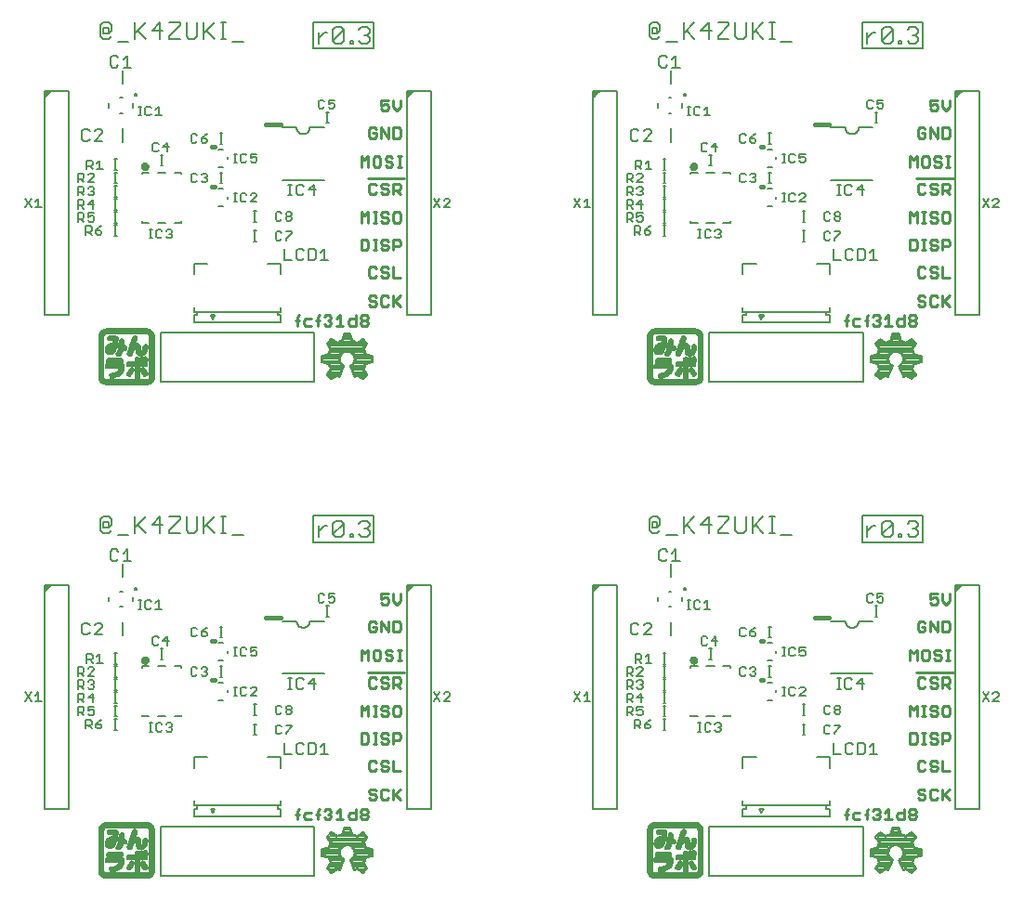
<source format=gto>
G75*
%MOIN*%
%OFA0B0*%
%FSLAX25Y25*%
%IPPOS*%
%LPD*%
%AMOC8*
5,1,8,0,0,1.08239X$1,22.5*
%
%ADD10C,0.00800*%
%ADD11C,0.00900*%
%ADD12C,0.00787*%
%ADD13C,0.01575*%
%ADD14C,0.01181*%
%ADD15R,0.01575X0.01575*%
%ADD16C,0.00591*%
D10*
X0166869Y0123106D02*
X0197972Y0123106D01*
X0197972Y0125862D01*
X0196791Y0125862D01*
X0196791Y0127043D01*
X0168050Y0127043D01*
X0168050Y0125862D01*
X0166869Y0125862D01*
X0166869Y0123106D01*
X0197972Y0123106D01*
X0197972Y0127043D02*
X0196791Y0127043D01*
X0197972Y0127043D02*
X0197972Y0128618D01*
X0197972Y0140429D02*
X0197972Y0144366D01*
X0193247Y0144366D01*
X0199356Y0145554D02*
X0199356Y0149481D01*
X0199750Y0152640D02*
X0199750Y0153163D01*
X0201843Y0155257D01*
X0201843Y0155780D01*
X0199750Y0155780D01*
X0198218Y0155257D02*
X0197694Y0155780D01*
X0196648Y0155780D01*
X0196124Y0155257D01*
X0196124Y0153163D01*
X0196648Y0152640D01*
X0197694Y0152640D01*
X0198218Y0153163D01*
X0203706Y0148827D02*
X0203706Y0146208D01*
X0204361Y0145554D01*
X0205670Y0145554D01*
X0206325Y0146208D01*
X0208056Y0145554D02*
X0208056Y0149481D01*
X0210020Y0149481D01*
X0210675Y0148827D01*
X0210675Y0146208D01*
X0210020Y0145554D01*
X0208056Y0145554D01*
X0206325Y0148827D02*
X0205670Y0149481D01*
X0204361Y0149481D01*
X0203706Y0148827D01*
X0201974Y0145554D02*
X0199356Y0145554D01*
X0212406Y0145554D02*
X0215025Y0145554D01*
X0213716Y0145554D02*
X0213716Y0149481D01*
X0212406Y0148172D01*
X0201319Y0159727D02*
X0200273Y0159727D01*
X0199750Y0160250D01*
X0199750Y0160773D01*
X0200273Y0161297D01*
X0201319Y0161297D01*
X0201843Y0160773D01*
X0201843Y0160250D01*
X0201319Y0159727D01*
X0201319Y0161297D02*
X0201843Y0161820D01*
X0201843Y0162343D01*
X0201319Y0162866D01*
X0200273Y0162866D01*
X0199750Y0162343D01*
X0199750Y0161820D01*
X0200273Y0161297D01*
X0198218Y0162343D02*
X0197694Y0162866D01*
X0196648Y0162866D01*
X0196124Y0162343D01*
X0196124Y0160250D01*
X0196648Y0159727D01*
X0197694Y0159727D01*
X0198218Y0160250D01*
X0200642Y0168782D02*
X0201952Y0168782D01*
X0201297Y0168782D02*
X0201297Y0172710D01*
X0200642Y0172710D02*
X0201952Y0172710D01*
X0203542Y0172055D02*
X0203542Y0169437D01*
X0204197Y0168782D01*
X0205506Y0168782D01*
X0206161Y0169437D01*
X0207893Y0170746D02*
X0209856Y0172710D01*
X0209856Y0168782D01*
X0210511Y0170746D02*
X0207893Y0170746D01*
X0206161Y0172055D02*
X0205506Y0172710D01*
X0204197Y0172710D01*
X0203542Y0172055D01*
X0189272Y0169036D02*
X0188748Y0169559D01*
X0187702Y0169559D01*
X0187178Y0169036D01*
X0185646Y0169036D02*
X0185123Y0169559D01*
X0184077Y0169559D01*
X0183553Y0169036D01*
X0183553Y0166943D01*
X0184077Y0166420D01*
X0185123Y0166420D01*
X0185646Y0166943D01*
X0187178Y0166420D02*
X0189272Y0168513D01*
X0189272Y0169036D01*
X0189272Y0166420D02*
X0187178Y0166420D01*
X0182183Y0166420D02*
X0181137Y0166420D01*
X0181660Y0166420D02*
X0181660Y0169559D01*
X0181137Y0169559D02*
X0182183Y0169559D01*
X0182183Y0180593D02*
X0181137Y0180593D01*
X0181660Y0180593D02*
X0181660Y0183733D01*
X0181137Y0183733D02*
X0182183Y0183733D01*
X0183553Y0183209D02*
X0183553Y0181116D01*
X0184077Y0180593D01*
X0185123Y0180593D01*
X0185646Y0181116D01*
X0187178Y0181116D02*
X0187702Y0180593D01*
X0188748Y0180593D01*
X0189272Y0181116D01*
X0189272Y0182163D01*
X0188748Y0182686D01*
X0188225Y0182686D01*
X0187178Y0182163D01*
X0187178Y0183733D01*
X0189272Y0183733D01*
X0185646Y0183209D02*
X0185123Y0183733D01*
X0184077Y0183733D01*
X0183553Y0183209D01*
X0171528Y0188203D02*
X0171528Y0188726D01*
X0171004Y0189249D01*
X0169435Y0189249D01*
X0169435Y0188203D01*
X0169958Y0187680D01*
X0171004Y0187680D01*
X0171528Y0188203D01*
X0169435Y0189249D02*
X0170481Y0190296D01*
X0171528Y0190819D01*
X0167903Y0190296D02*
X0167379Y0190819D01*
X0166333Y0190819D01*
X0165809Y0190296D01*
X0165809Y0188203D01*
X0166333Y0187680D01*
X0167379Y0187680D01*
X0167903Y0188203D01*
X0157748Y0186100D02*
X0155655Y0186100D01*
X0157225Y0187670D01*
X0157225Y0184530D01*
X0154123Y0185053D02*
X0153600Y0184530D01*
X0152553Y0184530D01*
X0152030Y0185053D01*
X0152030Y0187146D01*
X0152553Y0187670D01*
X0153600Y0187670D01*
X0154123Y0187146D01*
X0154082Y0197522D02*
X0154082Y0200662D01*
X0153036Y0199615D01*
X0151504Y0200138D02*
X0150980Y0200662D01*
X0149934Y0200662D01*
X0149410Y0200138D01*
X0149410Y0198045D01*
X0149934Y0197522D01*
X0150980Y0197522D01*
X0151504Y0198045D01*
X0153036Y0197522D02*
X0155129Y0197522D01*
X0148040Y0197522D02*
X0146994Y0197522D01*
X0147517Y0197522D02*
X0147517Y0200662D01*
X0146994Y0200662D02*
X0148040Y0200662D01*
X0144284Y0214707D02*
X0141482Y0214707D01*
X0142883Y0214707D02*
X0142883Y0218911D01*
X0141482Y0217509D01*
X0139680Y0218210D02*
X0138980Y0218911D01*
X0137579Y0218911D01*
X0136878Y0218210D01*
X0136878Y0215408D01*
X0137579Y0214707D01*
X0138980Y0214707D01*
X0139680Y0215408D01*
X0139443Y0223901D02*
X0143375Y0223901D01*
X0145606Y0224884D02*
X0145606Y0230782D01*
X0146589Y0227833D02*
X0149538Y0224884D01*
X0151769Y0227833D02*
X0155701Y0227833D01*
X0157932Y0225867D02*
X0161864Y0229799D01*
X0161864Y0230782D01*
X0157932Y0230782D01*
X0154718Y0230782D02*
X0154718Y0224884D01*
X0157932Y0224884D02*
X0161864Y0224884D01*
X0164094Y0225867D02*
X0164094Y0230782D01*
X0168026Y0230782D02*
X0168026Y0225867D01*
X0167043Y0224884D01*
X0165077Y0224884D01*
X0164094Y0225867D01*
X0157932Y0225867D02*
X0157932Y0224884D01*
X0154718Y0230782D02*
X0151769Y0227833D01*
X0149538Y0230782D02*
X0145606Y0226850D01*
X0137213Y0225867D02*
X0136230Y0224884D01*
X0134264Y0224884D01*
X0133281Y0225867D01*
X0133281Y0229799D01*
X0134264Y0230782D01*
X0136230Y0230782D01*
X0137213Y0229799D01*
X0137213Y0227833D01*
X0136230Y0226850D01*
X0136230Y0228816D01*
X0134264Y0228816D01*
X0134264Y0226850D01*
X0136230Y0226850D01*
X0170257Y0226850D02*
X0174189Y0230782D01*
X0176420Y0230782D02*
X0178386Y0230782D01*
X0177403Y0230782D02*
X0177403Y0224884D01*
X0176420Y0224884D02*
X0178386Y0224884D01*
X0180528Y0223901D02*
X0184460Y0223901D01*
X0174189Y0224884D02*
X0171240Y0227833D01*
X0170257Y0230782D02*
X0170257Y0224884D01*
X0134048Y0191832D02*
X0133347Y0192533D01*
X0131946Y0192533D01*
X0131246Y0191832D01*
X0129444Y0191832D02*
X0128744Y0192533D01*
X0127342Y0192533D01*
X0126642Y0191832D01*
X0126642Y0189030D01*
X0127342Y0188329D01*
X0128744Y0188329D01*
X0129444Y0189030D01*
X0131246Y0188329D02*
X0134048Y0191132D01*
X0134048Y0191832D01*
X0134048Y0188329D02*
X0131246Y0188329D01*
X0129978Y0181370D02*
X0130501Y0180847D01*
X0130501Y0179801D01*
X0129978Y0179277D01*
X0128408Y0179277D01*
X0128408Y0178231D02*
X0128408Y0181370D01*
X0129978Y0181370D01*
X0129454Y0179277D02*
X0130501Y0178231D01*
X0132033Y0178231D02*
X0134126Y0178231D01*
X0133080Y0178231D02*
X0133080Y0181370D01*
X0132033Y0180324D01*
X0130453Y0176646D02*
X0129407Y0176646D01*
X0128883Y0176123D01*
X0127351Y0176123D02*
X0127351Y0175076D01*
X0126828Y0174553D01*
X0125258Y0174553D01*
X0125258Y0173506D02*
X0125258Y0176646D01*
X0126828Y0176646D01*
X0127351Y0176123D01*
X0126305Y0174553D02*
X0127351Y0173506D01*
X0128883Y0173506D02*
X0130977Y0175599D01*
X0130977Y0176123D01*
X0130453Y0176646D01*
X0130977Y0173506D02*
X0128883Y0173506D01*
X0129407Y0171922D02*
X0130453Y0171922D01*
X0130977Y0171398D01*
X0130977Y0170875D01*
X0130453Y0170352D01*
X0130977Y0169828D01*
X0130977Y0169305D01*
X0130453Y0168782D01*
X0129407Y0168782D01*
X0128883Y0169305D01*
X0129930Y0170352D02*
X0130453Y0170352D01*
X0128883Y0171398D02*
X0129407Y0171922D01*
X0127351Y0171398D02*
X0127351Y0170352D01*
X0126828Y0169828D01*
X0125258Y0169828D01*
X0125258Y0168782D02*
X0125258Y0171922D01*
X0126828Y0171922D01*
X0127351Y0171398D01*
X0126305Y0169828D02*
X0127351Y0168782D01*
X0126828Y0167197D02*
X0125258Y0167197D01*
X0125258Y0164057D01*
X0125258Y0165104D02*
X0126828Y0165104D01*
X0127351Y0165627D01*
X0127351Y0166674D01*
X0126828Y0167197D01*
X0126305Y0165104D02*
X0127351Y0164057D01*
X0126828Y0162473D02*
X0125258Y0162473D01*
X0125258Y0159333D01*
X0125258Y0160380D02*
X0126828Y0160380D01*
X0127351Y0160903D01*
X0127351Y0161949D01*
X0126828Y0162473D01*
X0128883Y0162473D02*
X0128883Y0160903D01*
X0129930Y0161426D01*
X0130453Y0161426D01*
X0130977Y0160903D01*
X0130977Y0159856D01*
X0130453Y0159333D01*
X0129407Y0159333D01*
X0128883Y0159856D01*
X0127351Y0159333D02*
X0126305Y0160380D01*
X0128014Y0157748D02*
X0129584Y0157748D01*
X0130107Y0157225D01*
X0130107Y0156179D01*
X0129584Y0155655D01*
X0128014Y0155655D01*
X0128014Y0154609D02*
X0128014Y0157748D01*
X0129061Y0155655D02*
X0130107Y0154609D01*
X0131639Y0155132D02*
X0132163Y0154609D01*
X0133209Y0154609D01*
X0133732Y0155132D01*
X0133732Y0155655D01*
X0133209Y0156179D01*
X0131639Y0156179D01*
X0131639Y0155132D01*
X0131639Y0156179D02*
X0132686Y0157225D01*
X0133732Y0157748D01*
X0130977Y0162473D02*
X0128883Y0162473D01*
X0130453Y0164057D02*
X0130453Y0167197D01*
X0128883Y0165627D01*
X0130977Y0165627D01*
X0112115Y0164451D02*
X0110022Y0164451D01*
X0111069Y0164451D02*
X0111069Y0167591D01*
X0110022Y0166544D01*
X0108490Y0167591D02*
X0106397Y0164451D01*
X0108490Y0164451D02*
X0106397Y0167591D01*
X0150822Y0156567D02*
X0151868Y0156567D01*
X0151345Y0156567D02*
X0151345Y0153428D01*
X0150822Y0153428D02*
X0151868Y0153428D01*
X0153238Y0153951D02*
X0153762Y0153428D01*
X0154808Y0153428D01*
X0155331Y0153951D01*
X0156863Y0153951D02*
X0157387Y0153428D01*
X0158433Y0153428D01*
X0158957Y0153951D01*
X0158957Y0154474D01*
X0158433Y0154997D01*
X0157910Y0154997D01*
X0158433Y0154997D02*
X0158957Y0155521D01*
X0158957Y0156044D01*
X0158433Y0156567D01*
X0157387Y0156567D01*
X0156863Y0156044D01*
X0155331Y0156044D02*
X0154808Y0156567D01*
X0153762Y0156567D01*
X0153238Y0156044D01*
X0153238Y0153951D01*
X0166869Y0144366D02*
X0171594Y0144366D01*
X0166869Y0144366D02*
X0166869Y0140429D01*
X0166869Y0128618D02*
X0166869Y0127043D01*
X0168050Y0127043D01*
X0172775Y0125862D02*
X0173562Y0124287D01*
X0174350Y0125862D01*
X0172775Y0125862D01*
X0172893Y0125625D02*
X0174231Y0125625D01*
X0173832Y0124827D02*
X0173292Y0124827D01*
X0171004Y0173506D02*
X0169958Y0173506D01*
X0169435Y0174030D01*
X0170481Y0175076D02*
X0171004Y0175076D01*
X0171528Y0174553D01*
X0171528Y0174030D01*
X0171004Y0173506D01*
X0171004Y0175076D02*
X0171528Y0175599D01*
X0171528Y0176123D01*
X0171004Y0176646D01*
X0169958Y0176646D01*
X0169435Y0176123D01*
X0167903Y0176123D02*
X0167379Y0176646D01*
X0166333Y0176646D01*
X0165809Y0176123D01*
X0165809Y0174030D01*
X0166333Y0173506D01*
X0167379Y0173506D01*
X0167903Y0174030D01*
X0211479Y0200408D02*
X0212002Y0199884D01*
X0213049Y0199884D01*
X0213572Y0200408D01*
X0215104Y0200408D02*
X0215627Y0199884D01*
X0216674Y0199884D01*
X0217197Y0200408D01*
X0217197Y0201454D01*
X0216674Y0201977D01*
X0216150Y0201977D01*
X0215104Y0201454D01*
X0215104Y0203024D01*
X0217197Y0203024D01*
X0213572Y0202501D02*
X0213049Y0203024D01*
X0212002Y0203024D01*
X0211479Y0202501D01*
X0211479Y0200408D01*
X0211526Y0223309D02*
X0211526Y0227241D01*
X0211526Y0225275D02*
X0213492Y0227241D01*
X0214475Y0227241D01*
X0216661Y0228224D02*
X0216661Y0224292D01*
X0220593Y0228224D01*
X0220593Y0224292D01*
X0219610Y0223309D01*
X0217644Y0223309D01*
X0216661Y0224292D01*
X0216661Y0228224D02*
X0217644Y0229207D01*
X0219610Y0229207D01*
X0220593Y0228224D01*
X0222824Y0224292D02*
X0223807Y0224292D01*
X0223807Y0223309D01*
X0222824Y0223309D01*
X0222824Y0224292D01*
X0225905Y0224292D02*
X0226888Y0223309D01*
X0228854Y0223309D01*
X0229837Y0224292D01*
X0229837Y0225275D01*
X0228854Y0226258D01*
X0227871Y0226258D01*
X0228854Y0226258D02*
X0229837Y0227241D01*
X0229837Y0228224D01*
X0228854Y0229207D01*
X0226888Y0229207D01*
X0225905Y0228224D01*
X0252899Y0167591D02*
X0254992Y0164451D01*
X0256524Y0164451D02*
X0258617Y0166544D01*
X0258617Y0167068D01*
X0258094Y0167591D01*
X0257048Y0167591D01*
X0256524Y0167068D01*
X0254992Y0167591D02*
X0252899Y0164451D01*
X0256524Y0164451D02*
X0258617Y0164451D01*
X0303247Y0164451D02*
X0305340Y0167591D01*
X0306872Y0166544D02*
X0307919Y0167591D01*
X0307919Y0164451D01*
X0306872Y0164451D02*
X0308966Y0164451D01*
X0305340Y0164451D02*
X0303247Y0167591D01*
X0322109Y0167197D02*
X0323679Y0167197D01*
X0324202Y0166674D01*
X0324202Y0165627D01*
X0323679Y0165104D01*
X0322109Y0165104D01*
X0323155Y0165104D02*
X0324202Y0164057D01*
X0323679Y0162473D02*
X0324202Y0161949D01*
X0324202Y0160903D01*
X0323679Y0160380D01*
X0322109Y0160380D01*
X0323155Y0160380D02*
X0324202Y0159333D01*
X0325734Y0159856D02*
X0326257Y0159333D01*
X0327304Y0159333D01*
X0327827Y0159856D01*
X0327827Y0160903D01*
X0327304Y0161426D01*
X0326780Y0161426D01*
X0325734Y0160903D01*
X0325734Y0162473D01*
X0327827Y0162473D01*
X0327304Y0164057D02*
X0327304Y0167197D01*
X0325734Y0165627D01*
X0327827Y0165627D01*
X0327304Y0168782D02*
X0326257Y0168782D01*
X0325734Y0169305D01*
X0326780Y0170352D02*
X0327304Y0170352D01*
X0327827Y0169828D01*
X0327827Y0169305D01*
X0327304Y0168782D01*
X0327304Y0170352D02*
X0327827Y0170875D01*
X0327827Y0171398D01*
X0327304Y0171922D01*
X0326257Y0171922D01*
X0325734Y0171398D01*
X0324202Y0171398D02*
X0324202Y0170352D01*
X0323679Y0169828D01*
X0322109Y0169828D01*
X0322109Y0168782D02*
X0322109Y0171922D01*
X0323679Y0171922D01*
X0324202Y0171398D01*
X0323155Y0169828D02*
X0324202Y0168782D01*
X0322109Y0167197D02*
X0322109Y0164057D01*
X0322109Y0162473D02*
X0323679Y0162473D01*
X0322109Y0162473D02*
X0322109Y0159333D01*
X0324865Y0157748D02*
X0326434Y0157748D01*
X0326958Y0157225D01*
X0326958Y0156179D01*
X0326434Y0155655D01*
X0324865Y0155655D01*
X0325911Y0155655D02*
X0326958Y0154609D01*
X0328490Y0155132D02*
X0329013Y0154609D01*
X0330060Y0154609D01*
X0330583Y0155132D01*
X0330583Y0155655D01*
X0330060Y0156179D01*
X0328490Y0156179D01*
X0328490Y0155132D01*
X0328490Y0156179D02*
X0329536Y0157225D01*
X0330583Y0157748D01*
X0324865Y0157748D02*
X0324865Y0154609D01*
X0324202Y0173506D02*
X0323155Y0174553D01*
X0323679Y0174553D02*
X0322109Y0174553D01*
X0322109Y0173506D02*
X0322109Y0176646D01*
X0323679Y0176646D01*
X0324202Y0176123D01*
X0324202Y0175076D01*
X0323679Y0174553D01*
X0325734Y0173506D02*
X0327827Y0175599D01*
X0327827Y0176123D01*
X0327304Y0176646D01*
X0326257Y0176646D01*
X0325734Y0176123D01*
X0325258Y0178231D02*
X0325258Y0181370D01*
X0326828Y0181370D01*
X0327351Y0180847D01*
X0327351Y0179801D01*
X0326828Y0179277D01*
X0325258Y0179277D01*
X0326305Y0179277D02*
X0327351Y0178231D01*
X0328883Y0178231D02*
X0330977Y0178231D01*
X0329930Y0178231D02*
X0329930Y0181370D01*
X0328883Y0180324D01*
X0327827Y0173506D02*
X0325734Y0173506D01*
X0325594Y0188329D02*
X0324193Y0188329D01*
X0323492Y0189030D01*
X0323492Y0191832D01*
X0324193Y0192533D01*
X0325594Y0192533D01*
X0326295Y0191832D01*
X0328096Y0191832D02*
X0328797Y0192533D01*
X0330198Y0192533D01*
X0330898Y0191832D01*
X0330898Y0191132D01*
X0328096Y0188329D01*
X0330898Y0188329D01*
X0326295Y0189030D02*
X0325594Y0188329D01*
X0343844Y0197522D02*
X0344891Y0197522D01*
X0344367Y0197522D02*
X0344367Y0200662D01*
X0343844Y0200662D02*
X0344891Y0200662D01*
X0346261Y0200138D02*
X0346784Y0200662D01*
X0347831Y0200662D01*
X0348354Y0200138D01*
X0349886Y0199615D02*
X0350933Y0200662D01*
X0350933Y0197522D01*
X0351979Y0197522D02*
X0349886Y0197522D01*
X0348354Y0198045D02*
X0347831Y0197522D01*
X0346784Y0197522D01*
X0346261Y0198045D01*
X0346261Y0200138D01*
X0349404Y0187670D02*
X0348880Y0187146D01*
X0348880Y0185053D01*
X0349404Y0184530D01*
X0350450Y0184530D01*
X0350973Y0185053D01*
X0352505Y0186100D02*
X0354599Y0186100D01*
X0354075Y0187670D02*
X0352505Y0186100D01*
X0350973Y0187146D02*
X0350450Y0187670D01*
X0349404Y0187670D01*
X0354075Y0187670D02*
X0354075Y0184530D01*
X0362660Y0188203D02*
X0363183Y0187680D01*
X0364230Y0187680D01*
X0364753Y0188203D01*
X0366285Y0188203D02*
X0366808Y0187680D01*
X0367855Y0187680D01*
X0368378Y0188203D01*
X0368378Y0188726D01*
X0367855Y0189249D01*
X0366285Y0189249D01*
X0366285Y0188203D01*
X0366285Y0189249D02*
X0367332Y0190296D01*
X0368378Y0190819D01*
X0364753Y0190296D02*
X0364230Y0190819D01*
X0363183Y0190819D01*
X0362660Y0190296D01*
X0362660Y0188203D01*
X0363183Y0176646D02*
X0362660Y0176123D01*
X0362660Y0174030D01*
X0363183Y0173506D01*
X0364230Y0173506D01*
X0364753Y0174030D01*
X0366285Y0174030D02*
X0366808Y0173506D01*
X0367855Y0173506D01*
X0368378Y0174030D01*
X0368378Y0174553D01*
X0367855Y0175076D01*
X0367332Y0175076D01*
X0367855Y0175076D02*
X0368378Y0175599D01*
X0368378Y0176123D01*
X0367855Y0176646D01*
X0366808Y0176646D01*
X0366285Y0176123D01*
X0364753Y0176123D02*
X0364230Y0176646D01*
X0363183Y0176646D01*
X0377987Y0180593D02*
X0379034Y0180593D01*
X0378510Y0180593D02*
X0378510Y0183733D01*
X0377987Y0183733D02*
X0379034Y0183733D01*
X0380404Y0183209D02*
X0380404Y0181116D01*
X0380927Y0180593D01*
X0381974Y0180593D01*
X0382497Y0181116D01*
X0384029Y0181116D02*
X0384552Y0180593D01*
X0385599Y0180593D01*
X0386122Y0181116D01*
X0386122Y0182163D01*
X0385599Y0182686D01*
X0385075Y0182686D01*
X0384029Y0182163D01*
X0384029Y0183733D01*
X0386122Y0183733D01*
X0382497Y0183209D02*
X0381974Y0183733D01*
X0380927Y0183733D01*
X0380404Y0183209D01*
X0380927Y0169559D02*
X0380404Y0169036D01*
X0380404Y0166943D01*
X0380927Y0166420D01*
X0381974Y0166420D01*
X0382497Y0166943D01*
X0384029Y0166420D02*
X0386122Y0168513D01*
X0386122Y0169036D01*
X0385599Y0169559D01*
X0384552Y0169559D01*
X0384029Y0169036D01*
X0382497Y0169036D02*
X0381974Y0169559D01*
X0380927Y0169559D01*
X0379034Y0169559D02*
X0377987Y0169559D01*
X0378510Y0169559D02*
X0378510Y0166420D01*
X0377987Y0166420D02*
X0379034Y0166420D01*
X0384029Y0166420D02*
X0386122Y0166420D01*
X0392975Y0162343D02*
X0392975Y0160250D01*
X0393498Y0159727D01*
X0394545Y0159727D01*
X0395068Y0160250D01*
X0396600Y0160250D02*
X0396600Y0160773D01*
X0397123Y0161297D01*
X0398170Y0161297D01*
X0398693Y0160773D01*
X0398693Y0160250D01*
X0398170Y0159727D01*
X0397123Y0159727D01*
X0396600Y0160250D01*
X0397123Y0161297D02*
X0396600Y0161820D01*
X0396600Y0162343D01*
X0397123Y0162866D01*
X0398170Y0162866D01*
X0398693Y0162343D01*
X0398693Y0161820D01*
X0398170Y0161297D01*
X0395068Y0162343D02*
X0394545Y0162866D01*
X0393498Y0162866D01*
X0392975Y0162343D01*
X0393498Y0155780D02*
X0392975Y0155257D01*
X0392975Y0153163D01*
X0393498Y0152640D01*
X0394545Y0152640D01*
X0395068Y0153163D01*
X0396600Y0153163D02*
X0398693Y0155257D01*
X0398693Y0155780D01*
X0396600Y0155780D01*
X0395068Y0155257D02*
X0394545Y0155780D01*
X0393498Y0155780D01*
X0396600Y0153163D02*
X0396600Y0152640D01*
X0396206Y0149481D02*
X0396206Y0145554D01*
X0398825Y0145554D01*
X0400556Y0146208D02*
X0401211Y0145554D01*
X0402520Y0145554D01*
X0403175Y0146208D01*
X0404907Y0145554D02*
X0406871Y0145554D01*
X0407525Y0146208D01*
X0407525Y0148827D01*
X0406871Y0149481D01*
X0404907Y0149481D01*
X0404907Y0145554D01*
X0403175Y0148827D02*
X0402520Y0149481D01*
X0401211Y0149481D01*
X0400556Y0148827D01*
X0400556Y0146208D01*
X0409257Y0145554D02*
X0411875Y0145554D01*
X0410566Y0145554D02*
X0410566Y0149481D01*
X0409257Y0148172D01*
X0394822Y0144366D02*
X0394822Y0140429D01*
X0394822Y0144366D02*
X0390098Y0144366D01*
X0394822Y0128618D02*
X0394822Y0127043D01*
X0393641Y0127043D01*
X0364901Y0127043D01*
X0364901Y0125862D01*
X0363720Y0125862D01*
X0363720Y0123106D01*
X0394822Y0123106D01*
X0394822Y0125862D01*
X0393641Y0125862D01*
X0393641Y0127043D01*
X0394822Y0123106D02*
X0363720Y0123106D01*
X0363720Y0127043D02*
X0363720Y0128618D01*
X0363720Y0127043D02*
X0364901Y0127043D01*
X0369625Y0125862D02*
X0371200Y0125862D01*
X0370413Y0124287D01*
X0369625Y0125862D01*
X0369744Y0125625D02*
X0371082Y0125625D01*
X0370682Y0124827D02*
X0370143Y0124827D01*
X0363720Y0140429D02*
X0363720Y0144366D01*
X0368444Y0144366D01*
X0355807Y0153951D02*
X0355284Y0153428D01*
X0354237Y0153428D01*
X0353714Y0153951D01*
X0354760Y0154997D02*
X0355284Y0154997D01*
X0355807Y0154474D01*
X0355807Y0153951D01*
X0355284Y0154997D02*
X0355807Y0155521D01*
X0355807Y0156044D01*
X0355284Y0156567D01*
X0354237Y0156567D01*
X0353714Y0156044D01*
X0352182Y0156044D02*
X0351659Y0156567D01*
X0350612Y0156567D01*
X0350089Y0156044D01*
X0350089Y0153951D01*
X0350612Y0153428D01*
X0351659Y0153428D01*
X0352182Y0153951D01*
X0348719Y0153428D02*
X0347672Y0153428D01*
X0348195Y0153428D02*
X0348195Y0156567D01*
X0347672Y0156567D02*
X0348719Y0156567D01*
X0397493Y0168782D02*
X0398802Y0168782D01*
X0398147Y0168782D02*
X0398147Y0172710D01*
X0397493Y0172710D02*
X0398802Y0172710D01*
X0400393Y0172055D02*
X0400393Y0169437D01*
X0401047Y0168782D01*
X0402357Y0168782D01*
X0403011Y0169437D01*
X0404743Y0170746D02*
X0407361Y0170746D01*
X0406707Y0168782D02*
X0406707Y0172710D01*
X0404743Y0170746D01*
X0403011Y0172055D02*
X0402357Y0172710D01*
X0401047Y0172710D01*
X0400393Y0172055D01*
X0408852Y0199884D02*
X0409899Y0199884D01*
X0410422Y0200408D01*
X0411954Y0200408D02*
X0412478Y0199884D01*
X0413524Y0199884D01*
X0414047Y0200408D01*
X0414047Y0201454D01*
X0413524Y0201977D01*
X0413001Y0201977D01*
X0411954Y0201454D01*
X0411954Y0203024D01*
X0414047Y0203024D01*
X0410422Y0202501D02*
X0409899Y0203024D01*
X0408852Y0203024D01*
X0408329Y0202501D01*
X0408329Y0200408D01*
X0408852Y0199884D01*
X0408376Y0223309D02*
X0408376Y0227241D01*
X0408376Y0225275D02*
X0410342Y0227241D01*
X0411325Y0227241D01*
X0413512Y0228224D02*
X0413512Y0224292D01*
X0417444Y0228224D01*
X0417444Y0224292D01*
X0416461Y0223309D01*
X0414495Y0223309D01*
X0413512Y0224292D01*
X0413512Y0228224D02*
X0414495Y0229207D01*
X0416461Y0229207D01*
X0417444Y0228224D01*
X0419674Y0224292D02*
X0420657Y0224292D01*
X0420657Y0223309D01*
X0419674Y0223309D01*
X0419674Y0224292D01*
X0422756Y0224292D02*
X0423739Y0223309D01*
X0425705Y0223309D01*
X0426688Y0224292D01*
X0426688Y0225275D01*
X0425705Y0226258D01*
X0424722Y0226258D01*
X0425705Y0226258D02*
X0426688Y0227241D01*
X0426688Y0228224D01*
X0425705Y0229207D01*
X0423739Y0229207D01*
X0422756Y0228224D01*
X0381311Y0223901D02*
X0377379Y0223901D01*
X0375236Y0224884D02*
X0373270Y0224884D01*
X0374253Y0224884D02*
X0374253Y0230782D01*
X0373270Y0230782D02*
X0375236Y0230782D01*
X0371039Y0230782D02*
X0367107Y0226850D01*
X0368090Y0227833D02*
X0371039Y0224884D01*
X0367107Y0224884D02*
X0367107Y0230782D01*
X0364877Y0230782D02*
X0364877Y0225867D01*
X0363894Y0224884D01*
X0361928Y0224884D01*
X0360945Y0225867D01*
X0360945Y0230782D01*
X0358714Y0230782D02*
X0358714Y0229799D01*
X0354782Y0225867D01*
X0354782Y0224884D01*
X0358714Y0224884D01*
X0358714Y0230782D02*
X0354782Y0230782D01*
X0351568Y0230782D02*
X0348619Y0227833D01*
X0352551Y0227833D01*
X0351568Y0224884D02*
X0351568Y0230782D01*
X0346388Y0230782D02*
X0342456Y0226850D01*
X0343439Y0227833D02*
X0346388Y0224884D01*
X0342456Y0224884D02*
X0342456Y0230782D01*
X0340226Y0223901D02*
X0336294Y0223901D01*
X0334063Y0225867D02*
X0333080Y0224884D01*
X0331114Y0224884D01*
X0330131Y0225867D01*
X0330131Y0229799D01*
X0331114Y0230782D01*
X0333080Y0230782D01*
X0334063Y0229799D01*
X0334063Y0227833D01*
X0333080Y0226850D01*
X0333080Y0228816D01*
X0331114Y0228816D01*
X0331114Y0226850D01*
X0333080Y0226850D01*
X0334429Y0218911D02*
X0333728Y0218210D01*
X0333728Y0215408D01*
X0334429Y0214707D01*
X0335830Y0214707D01*
X0336531Y0215408D01*
X0338332Y0214707D02*
X0341135Y0214707D01*
X0339733Y0214707D02*
X0339733Y0218911D01*
X0338332Y0217509D01*
X0336531Y0218210D02*
X0335830Y0218911D01*
X0334429Y0218911D01*
X0363720Y0300272D02*
X0394822Y0300272D01*
X0394822Y0303028D01*
X0393641Y0303028D01*
X0393641Y0304209D01*
X0364901Y0304209D01*
X0364901Y0303028D01*
X0363720Y0303028D01*
X0363720Y0300272D01*
X0394822Y0300272D01*
X0394822Y0304209D02*
X0394822Y0305783D01*
X0394822Y0304209D02*
X0393641Y0304209D01*
X0394822Y0317594D02*
X0394822Y0321531D01*
X0390098Y0321531D01*
X0393498Y0329806D02*
X0394545Y0329806D01*
X0395068Y0330329D01*
X0396600Y0330329D02*
X0398693Y0332422D01*
X0398693Y0332945D01*
X0396600Y0332945D01*
X0395068Y0332422D02*
X0394545Y0332945D01*
X0393498Y0332945D01*
X0392975Y0332422D01*
X0392975Y0330329D01*
X0393498Y0329806D01*
X0396600Y0329806D02*
X0396600Y0330329D01*
X0396206Y0326647D02*
X0396206Y0322719D01*
X0398825Y0322719D01*
X0400556Y0323374D02*
X0400556Y0325992D01*
X0401211Y0326647D01*
X0402520Y0326647D01*
X0403175Y0325992D01*
X0404907Y0326647D02*
X0406871Y0326647D01*
X0407525Y0325992D01*
X0407525Y0323374D01*
X0406871Y0322719D01*
X0404907Y0322719D01*
X0404907Y0326647D01*
X0403175Y0323374D02*
X0402520Y0322719D01*
X0401211Y0322719D01*
X0400556Y0323374D01*
X0409257Y0322719D02*
X0411875Y0322719D01*
X0410566Y0322719D02*
X0410566Y0326647D01*
X0409257Y0325337D01*
X0398170Y0336892D02*
X0397123Y0336892D01*
X0396600Y0337415D01*
X0396600Y0337939D01*
X0397123Y0338462D01*
X0398170Y0338462D01*
X0398693Y0337939D01*
X0398693Y0337415D01*
X0398170Y0336892D01*
X0398170Y0338462D02*
X0398693Y0338985D01*
X0398693Y0339509D01*
X0398170Y0340032D01*
X0397123Y0340032D01*
X0396600Y0339509D01*
X0396600Y0338985D01*
X0397123Y0338462D01*
X0395068Y0339509D02*
X0394545Y0340032D01*
X0393498Y0340032D01*
X0392975Y0339509D01*
X0392975Y0337415D01*
X0393498Y0336892D01*
X0394545Y0336892D01*
X0395068Y0337415D01*
X0386122Y0343585D02*
X0384029Y0343585D01*
X0386122Y0345678D01*
X0386122Y0346201D01*
X0385599Y0346725D01*
X0384552Y0346725D01*
X0384029Y0346201D01*
X0382497Y0346201D02*
X0381974Y0346725D01*
X0380927Y0346725D01*
X0380404Y0346201D01*
X0380404Y0344108D01*
X0380927Y0343585D01*
X0381974Y0343585D01*
X0382497Y0344108D01*
X0379034Y0343585D02*
X0377987Y0343585D01*
X0378510Y0343585D02*
X0378510Y0346725D01*
X0377987Y0346725D02*
X0379034Y0346725D01*
X0379034Y0357758D02*
X0377987Y0357758D01*
X0378510Y0357758D02*
X0378510Y0360898D01*
X0377987Y0360898D02*
X0379034Y0360898D01*
X0380404Y0360375D02*
X0380404Y0358282D01*
X0380927Y0357758D01*
X0381974Y0357758D01*
X0382497Y0358282D01*
X0384029Y0358282D02*
X0384552Y0357758D01*
X0385599Y0357758D01*
X0386122Y0358282D01*
X0386122Y0359328D01*
X0385599Y0359851D01*
X0385075Y0359851D01*
X0384029Y0359328D01*
X0384029Y0360898D01*
X0386122Y0360898D01*
X0382497Y0360375D02*
X0381974Y0360898D01*
X0380927Y0360898D01*
X0380404Y0360375D01*
X0368378Y0365368D02*
X0368378Y0365891D01*
X0367855Y0366415D01*
X0366285Y0366415D01*
X0366285Y0365368D01*
X0366808Y0364845D01*
X0367855Y0364845D01*
X0368378Y0365368D01*
X0367332Y0367461D02*
X0366285Y0366415D01*
X0367332Y0367461D02*
X0368378Y0367985D01*
X0364753Y0367461D02*
X0364230Y0367985D01*
X0363183Y0367985D01*
X0362660Y0367461D01*
X0362660Y0365368D01*
X0363183Y0364845D01*
X0364230Y0364845D01*
X0364753Y0365368D01*
X0354599Y0363265D02*
X0352505Y0363265D01*
X0354075Y0364835D01*
X0354075Y0361695D01*
X0350973Y0362219D02*
X0350450Y0361695D01*
X0349404Y0361695D01*
X0348880Y0362219D01*
X0348880Y0364312D01*
X0349404Y0364835D01*
X0350450Y0364835D01*
X0350973Y0364312D01*
X0350933Y0374687D02*
X0350933Y0377827D01*
X0349886Y0376781D01*
X0348354Y0377304D02*
X0347831Y0377827D01*
X0346784Y0377827D01*
X0346261Y0377304D01*
X0346261Y0375211D01*
X0346784Y0374687D01*
X0347831Y0374687D01*
X0348354Y0375211D01*
X0349886Y0374687D02*
X0351979Y0374687D01*
X0344891Y0374687D02*
X0343844Y0374687D01*
X0344367Y0374687D02*
X0344367Y0377827D01*
X0343844Y0377827D02*
X0344891Y0377827D01*
X0341135Y0391872D02*
X0338332Y0391872D01*
X0339733Y0391872D02*
X0339733Y0396076D01*
X0338332Y0394675D01*
X0336531Y0395375D02*
X0335830Y0396076D01*
X0334429Y0396076D01*
X0333728Y0395375D01*
X0333728Y0392573D01*
X0334429Y0391872D01*
X0335830Y0391872D01*
X0336531Y0392573D01*
X0336294Y0401067D02*
X0340226Y0401067D01*
X0342456Y0402050D02*
X0342456Y0407948D01*
X0343439Y0404999D02*
X0346388Y0402050D01*
X0348619Y0404999D02*
X0352551Y0404999D01*
X0354782Y0403033D02*
X0354782Y0402050D01*
X0358714Y0402050D01*
X0360945Y0403033D02*
X0360945Y0407948D01*
X0358714Y0407948D02*
X0358714Y0406965D01*
X0354782Y0403033D01*
X0351568Y0402050D02*
X0351568Y0407948D01*
X0348619Y0404999D01*
X0346388Y0407948D02*
X0342456Y0404016D01*
X0334063Y0404999D02*
X0333080Y0404016D01*
X0333080Y0405982D01*
X0331114Y0405982D01*
X0331114Y0404016D01*
X0333080Y0404016D01*
X0334063Y0404999D02*
X0334063Y0406965D01*
X0333080Y0407948D01*
X0331114Y0407948D01*
X0330131Y0406965D01*
X0330131Y0403033D01*
X0331114Y0402050D01*
X0333080Y0402050D01*
X0334063Y0403033D01*
X0354782Y0407948D02*
X0358714Y0407948D01*
X0360945Y0403033D02*
X0361928Y0402050D01*
X0363894Y0402050D01*
X0364877Y0403033D01*
X0364877Y0407948D01*
X0367107Y0407948D02*
X0367107Y0402050D01*
X0367107Y0404016D02*
X0371039Y0407948D01*
X0373270Y0407948D02*
X0375236Y0407948D01*
X0374253Y0407948D02*
X0374253Y0402050D01*
X0373270Y0402050D02*
X0375236Y0402050D01*
X0377379Y0401067D02*
X0381311Y0401067D01*
X0371039Y0402050D02*
X0368090Y0404999D01*
X0330898Y0368997D02*
X0330198Y0369698D01*
X0328797Y0369698D01*
X0328096Y0368997D01*
X0326295Y0368997D02*
X0325594Y0369698D01*
X0324193Y0369698D01*
X0323492Y0368997D01*
X0323492Y0366195D01*
X0324193Y0365494D01*
X0325594Y0365494D01*
X0326295Y0366195D01*
X0328096Y0365494D02*
X0330898Y0368297D01*
X0330898Y0368997D01*
X0330898Y0365494D02*
X0328096Y0365494D01*
X0326828Y0358536D02*
X0327351Y0358012D01*
X0327351Y0356966D01*
X0326828Y0356443D01*
X0325258Y0356443D01*
X0326305Y0356443D02*
X0327351Y0355396D01*
X0328883Y0355396D02*
X0330977Y0355396D01*
X0329930Y0355396D02*
X0329930Y0358536D01*
X0328883Y0357489D01*
X0326828Y0358536D02*
X0325258Y0358536D01*
X0325258Y0355396D01*
X0326257Y0353811D02*
X0325734Y0353288D01*
X0326257Y0353811D02*
X0327304Y0353811D01*
X0327827Y0353288D01*
X0327827Y0352765D01*
X0325734Y0350672D01*
X0327827Y0350672D01*
X0327304Y0349087D02*
X0327827Y0348564D01*
X0327827Y0348040D01*
X0327304Y0347517D01*
X0327827Y0346994D01*
X0327827Y0346471D01*
X0327304Y0345947D01*
X0326257Y0345947D01*
X0325734Y0346471D01*
X0326780Y0347517D02*
X0327304Y0347517D01*
X0327304Y0349087D02*
X0326257Y0349087D01*
X0325734Y0348564D01*
X0324202Y0348564D02*
X0324202Y0347517D01*
X0323679Y0346994D01*
X0322109Y0346994D01*
X0323155Y0346994D02*
X0324202Y0345947D01*
X0323679Y0344363D02*
X0324202Y0343839D01*
X0324202Y0342793D01*
X0323679Y0342269D01*
X0322109Y0342269D01*
X0322109Y0341223D02*
X0322109Y0344363D01*
X0323679Y0344363D01*
X0323155Y0342269D02*
X0324202Y0341223D01*
X0323679Y0339638D02*
X0324202Y0339115D01*
X0324202Y0338068D01*
X0323679Y0337545D01*
X0322109Y0337545D01*
X0323155Y0337545D02*
X0324202Y0336498D01*
X0325734Y0337022D02*
X0326257Y0336498D01*
X0327304Y0336498D01*
X0327827Y0337022D01*
X0327827Y0338068D01*
X0327304Y0338592D01*
X0326780Y0338592D01*
X0325734Y0338068D01*
X0325734Y0339638D01*
X0327827Y0339638D01*
X0327304Y0341223D02*
X0327304Y0344363D01*
X0325734Y0342793D01*
X0327827Y0342793D01*
X0323679Y0339638D02*
X0322109Y0339638D01*
X0322109Y0336498D01*
X0324865Y0334914D02*
X0326434Y0334914D01*
X0326958Y0334390D01*
X0326958Y0333344D01*
X0326434Y0332821D01*
X0324865Y0332821D01*
X0325911Y0332821D02*
X0326958Y0331774D01*
X0328490Y0332297D02*
X0329013Y0331774D01*
X0330060Y0331774D01*
X0330583Y0332297D01*
X0330583Y0332821D01*
X0330060Y0333344D01*
X0328490Y0333344D01*
X0328490Y0332297D01*
X0328490Y0333344D02*
X0329536Y0334390D01*
X0330583Y0334914D01*
X0324865Y0334914D02*
X0324865Y0331774D01*
X0322109Y0345947D02*
X0322109Y0349087D01*
X0323679Y0349087D01*
X0324202Y0348564D01*
X0324202Y0350672D02*
X0323155Y0351718D01*
X0323679Y0351718D02*
X0322109Y0351718D01*
X0322109Y0350672D02*
X0322109Y0353811D01*
X0323679Y0353811D01*
X0324202Y0353288D01*
X0324202Y0352241D01*
X0323679Y0351718D01*
X0307919Y0344756D02*
X0307919Y0341617D01*
X0306872Y0341617D02*
X0308966Y0341617D01*
X0306872Y0343710D02*
X0307919Y0344756D01*
X0305340Y0344756D02*
X0303247Y0341617D01*
X0305340Y0341617D02*
X0303247Y0344756D01*
X0258617Y0344233D02*
X0258094Y0344756D01*
X0257048Y0344756D01*
X0256524Y0344233D01*
X0254992Y0344756D02*
X0252899Y0341617D01*
X0254992Y0341617D02*
X0252899Y0344756D01*
X0256524Y0341617D02*
X0258617Y0343710D01*
X0258617Y0344233D01*
X0258617Y0341617D02*
X0256524Y0341617D01*
X0213716Y0326647D02*
X0213716Y0322719D01*
X0215025Y0322719D02*
X0212406Y0322719D01*
X0210675Y0323374D02*
X0210675Y0325992D01*
X0210020Y0326647D01*
X0208056Y0326647D01*
X0208056Y0322719D01*
X0210020Y0322719D01*
X0210675Y0323374D01*
X0212406Y0325337D02*
X0213716Y0326647D01*
X0206325Y0325992D02*
X0205670Y0326647D01*
X0204361Y0326647D01*
X0203706Y0325992D01*
X0203706Y0323374D01*
X0204361Y0322719D01*
X0205670Y0322719D01*
X0206325Y0323374D01*
X0201974Y0322719D02*
X0199356Y0322719D01*
X0199356Y0326647D01*
X0199750Y0329806D02*
X0199750Y0330329D01*
X0201843Y0332422D01*
X0201843Y0332945D01*
X0199750Y0332945D01*
X0198218Y0332422D02*
X0197694Y0332945D01*
X0196648Y0332945D01*
X0196124Y0332422D01*
X0196124Y0330329D01*
X0196648Y0329806D01*
X0197694Y0329806D01*
X0198218Y0330329D01*
X0197972Y0321531D02*
X0193247Y0321531D01*
X0197972Y0321531D02*
X0197972Y0317594D01*
X0197972Y0305783D02*
X0197972Y0304209D01*
X0196791Y0304209D01*
X0168050Y0304209D01*
X0168050Y0303028D01*
X0166869Y0303028D01*
X0166869Y0300272D01*
X0197972Y0300272D01*
X0197972Y0303028D01*
X0196791Y0303028D01*
X0196791Y0304209D01*
X0197972Y0300272D02*
X0166869Y0300272D01*
X0166869Y0304209D02*
X0166869Y0305783D01*
X0166869Y0304209D02*
X0168050Y0304209D01*
X0172775Y0303028D02*
X0173562Y0301453D01*
X0174350Y0303028D01*
X0172775Y0303028D01*
X0172841Y0302895D02*
X0174283Y0302895D01*
X0173884Y0302096D02*
X0173240Y0302096D01*
X0166869Y0317594D02*
X0166869Y0321531D01*
X0171594Y0321531D01*
X0158957Y0331116D02*
X0158433Y0330593D01*
X0157387Y0330593D01*
X0156863Y0331116D01*
X0157910Y0332163D02*
X0158433Y0332163D01*
X0158957Y0331639D01*
X0158957Y0331116D01*
X0158433Y0332163D02*
X0158957Y0332686D01*
X0158957Y0333209D01*
X0158433Y0333733D01*
X0157387Y0333733D01*
X0156863Y0333209D01*
X0155331Y0333209D02*
X0154808Y0333733D01*
X0153762Y0333733D01*
X0153238Y0333209D01*
X0153238Y0331116D01*
X0153762Y0330593D01*
X0154808Y0330593D01*
X0155331Y0331116D01*
X0151868Y0330593D02*
X0150822Y0330593D01*
X0151345Y0330593D02*
X0151345Y0333733D01*
X0150822Y0333733D02*
X0151868Y0333733D01*
X0133732Y0332821D02*
X0133209Y0333344D01*
X0131639Y0333344D01*
X0131639Y0332297D01*
X0132163Y0331774D01*
X0133209Y0331774D01*
X0133732Y0332297D01*
X0133732Y0332821D01*
X0132686Y0334390D02*
X0131639Y0333344D01*
X0132686Y0334390D02*
X0133732Y0334914D01*
X0130977Y0337022D02*
X0130453Y0336498D01*
X0129407Y0336498D01*
X0128883Y0337022D01*
X0128883Y0338068D02*
X0129930Y0338592D01*
X0130453Y0338592D01*
X0130977Y0338068D01*
X0130977Y0337022D01*
X0128883Y0338068D02*
X0128883Y0339638D01*
X0130977Y0339638D01*
X0130453Y0341223D02*
X0130453Y0344363D01*
X0128883Y0342793D01*
X0130977Y0342793D01*
X0130453Y0345947D02*
X0129407Y0345947D01*
X0128883Y0346471D01*
X0129930Y0347517D02*
X0130453Y0347517D01*
X0130977Y0346994D01*
X0130977Y0346471D01*
X0130453Y0345947D01*
X0130453Y0347517D02*
X0130977Y0348040D01*
X0130977Y0348564D01*
X0130453Y0349087D01*
X0129407Y0349087D01*
X0128883Y0348564D01*
X0127351Y0348564D02*
X0127351Y0347517D01*
X0126828Y0346994D01*
X0125258Y0346994D01*
X0125258Y0345947D02*
X0125258Y0349087D01*
X0126828Y0349087D01*
X0127351Y0348564D01*
X0126305Y0346994D02*
X0127351Y0345947D01*
X0126828Y0344363D02*
X0125258Y0344363D01*
X0125258Y0341223D01*
X0125258Y0342269D02*
X0126828Y0342269D01*
X0127351Y0342793D01*
X0127351Y0343839D01*
X0126828Y0344363D01*
X0126305Y0342269D02*
X0127351Y0341223D01*
X0126828Y0339638D02*
X0125258Y0339638D01*
X0125258Y0336498D01*
X0125258Y0337545D02*
X0126828Y0337545D01*
X0127351Y0338068D01*
X0127351Y0339115D01*
X0126828Y0339638D01*
X0126305Y0337545D02*
X0127351Y0336498D01*
X0128014Y0334914D02*
X0129584Y0334914D01*
X0130107Y0334390D01*
X0130107Y0333344D01*
X0129584Y0332821D01*
X0128014Y0332821D01*
X0129061Y0332821D02*
X0130107Y0331774D01*
X0128014Y0331774D02*
X0128014Y0334914D01*
X0112115Y0341617D02*
X0110022Y0341617D01*
X0111069Y0341617D02*
X0111069Y0344756D01*
X0110022Y0343710D01*
X0108490Y0344756D02*
X0106397Y0341617D01*
X0108490Y0341617D02*
X0106397Y0344756D01*
X0125258Y0350672D02*
X0125258Y0353811D01*
X0126828Y0353811D01*
X0127351Y0353288D01*
X0127351Y0352241D01*
X0126828Y0351718D01*
X0125258Y0351718D01*
X0126305Y0351718D02*
X0127351Y0350672D01*
X0128883Y0350672D02*
X0130977Y0352765D01*
X0130977Y0353288D01*
X0130453Y0353811D01*
X0129407Y0353811D01*
X0128883Y0353288D01*
X0128408Y0355396D02*
X0128408Y0358536D01*
X0129978Y0358536D01*
X0130501Y0358012D01*
X0130501Y0356966D01*
X0129978Y0356443D01*
X0128408Y0356443D01*
X0129454Y0356443D02*
X0130501Y0355396D01*
X0132033Y0355396D02*
X0134126Y0355396D01*
X0133080Y0355396D02*
X0133080Y0358536D01*
X0132033Y0357489D01*
X0130977Y0350672D02*
X0128883Y0350672D01*
X0128744Y0365494D02*
X0129444Y0366195D01*
X0128744Y0365494D02*
X0127342Y0365494D01*
X0126642Y0366195D01*
X0126642Y0368997D01*
X0127342Y0369698D01*
X0128744Y0369698D01*
X0129444Y0368997D01*
X0131246Y0368997D02*
X0131946Y0369698D01*
X0133347Y0369698D01*
X0134048Y0368997D01*
X0134048Y0368297D01*
X0131246Y0365494D01*
X0134048Y0365494D01*
X0146994Y0374687D02*
X0148040Y0374687D01*
X0147517Y0374687D02*
X0147517Y0377827D01*
X0146994Y0377827D02*
X0148040Y0377827D01*
X0149410Y0377304D02*
X0149410Y0375211D01*
X0149934Y0374687D01*
X0150980Y0374687D01*
X0151504Y0375211D01*
X0153036Y0374687D02*
X0155129Y0374687D01*
X0154082Y0374687D02*
X0154082Y0377827D01*
X0153036Y0376781D01*
X0151504Y0377304D02*
X0150980Y0377827D01*
X0149934Y0377827D01*
X0149410Y0377304D01*
X0152553Y0364835D02*
X0152030Y0364312D01*
X0152030Y0362219D01*
X0152553Y0361695D01*
X0153600Y0361695D01*
X0154123Y0362219D01*
X0155655Y0363265D02*
X0157748Y0363265D01*
X0157225Y0361695D02*
X0157225Y0364835D01*
X0155655Y0363265D01*
X0154123Y0364312D02*
X0153600Y0364835D01*
X0152553Y0364835D01*
X0165809Y0365368D02*
X0166333Y0364845D01*
X0167379Y0364845D01*
X0167903Y0365368D01*
X0169435Y0365368D02*
X0169958Y0364845D01*
X0171004Y0364845D01*
X0171528Y0365368D01*
X0171528Y0365891D01*
X0171004Y0366415D01*
X0169435Y0366415D01*
X0169435Y0365368D01*
X0169435Y0366415D02*
X0170481Y0367461D01*
X0171528Y0367985D01*
X0167903Y0367461D02*
X0167379Y0367985D01*
X0166333Y0367985D01*
X0165809Y0367461D01*
X0165809Y0365368D01*
X0166333Y0353811D02*
X0165809Y0353288D01*
X0165809Y0351195D01*
X0166333Y0350672D01*
X0167379Y0350672D01*
X0167903Y0351195D01*
X0169435Y0351195D02*
X0169958Y0350672D01*
X0171004Y0350672D01*
X0171528Y0351195D01*
X0171528Y0351718D01*
X0171004Y0352241D01*
X0170481Y0352241D01*
X0171004Y0352241D02*
X0171528Y0352765D01*
X0171528Y0353288D01*
X0171004Y0353811D01*
X0169958Y0353811D01*
X0169435Y0353288D01*
X0167903Y0353288D02*
X0167379Y0353811D01*
X0166333Y0353811D01*
X0181137Y0357758D02*
X0182183Y0357758D01*
X0181660Y0357758D02*
X0181660Y0360898D01*
X0181137Y0360898D02*
X0182183Y0360898D01*
X0183553Y0360375D02*
X0183553Y0358282D01*
X0184077Y0357758D01*
X0185123Y0357758D01*
X0185646Y0358282D01*
X0187178Y0358282D02*
X0187702Y0357758D01*
X0188748Y0357758D01*
X0189272Y0358282D01*
X0189272Y0359328D01*
X0188748Y0359851D01*
X0188225Y0359851D01*
X0187178Y0359328D01*
X0187178Y0360898D01*
X0189272Y0360898D01*
X0185646Y0360375D02*
X0185123Y0360898D01*
X0184077Y0360898D01*
X0183553Y0360375D01*
X0184077Y0346725D02*
X0183553Y0346201D01*
X0183553Y0344108D01*
X0184077Y0343585D01*
X0185123Y0343585D01*
X0185646Y0344108D01*
X0187178Y0343585D02*
X0189272Y0345678D01*
X0189272Y0346201D01*
X0188748Y0346725D01*
X0187702Y0346725D01*
X0187178Y0346201D01*
X0185646Y0346201D02*
X0185123Y0346725D01*
X0184077Y0346725D01*
X0182183Y0346725D02*
X0181137Y0346725D01*
X0181660Y0346725D02*
X0181660Y0343585D01*
X0181137Y0343585D02*
X0182183Y0343585D01*
X0187178Y0343585D02*
X0189272Y0343585D01*
X0196124Y0339509D02*
X0196124Y0337415D01*
X0196648Y0336892D01*
X0197694Y0336892D01*
X0198218Y0337415D01*
X0199750Y0337415D02*
X0199750Y0337939D01*
X0200273Y0338462D01*
X0201319Y0338462D01*
X0201843Y0337939D01*
X0201843Y0337415D01*
X0201319Y0336892D01*
X0200273Y0336892D01*
X0199750Y0337415D01*
X0200273Y0338462D02*
X0199750Y0338985D01*
X0199750Y0339509D01*
X0200273Y0340032D01*
X0201319Y0340032D01*
X0201843Y0339509D01*
X0201843Y0338985D01*
X0201319Y0338462D01*
X0198218Y0339509D02*
X0197694Y0340032D01*
X0196648Y0340032D01*
X0196124Y0339509D01*
X0200642Y0345947D02*
X0201952Y0345947D01*
X0201297Y0345947D02*
X0201297Y0349875D01*
X0200642Y0349875D02*
X0201952Y0349875D01*
X0203542Y0349220D02*
X0203542Y0346602D01*
X0204197Y0345947D01*
X0205506Y0345947D01*
X0206161Y0346602D01*
X0207893Y0347911D02*
X0209856Y0349875D01*
X0209856Y0345947D01*
X0210511Y0347911D02*
X0207893Y0347911D01*
X0206161Y0349220D02*
X0205506Y0349875D01*
X0204197Y0349875D01*
X0203542Y0349220D01*
X0212002Y0377050D02*
X0213049Y0377050D01*
X0213572Y0377573D01*
X0215104Y0377573D02*
X0215627Y0377050D01*
X0216674Y0377050D01*
X0217197Y0377573D01*
X0217197Y0378619D01*
X0216674Y0379143D01*
X0216150Y0379143D01*
X0215104Y0378619D01*
X0215104Y0380189D01*
X0217197Y0380189D01*
X0213572Y0379666D02*
X0213049Y0380189D01*
X0212002Y0380189D01*
X0211479Y0379666D01*
X0211479Y0377573D01*
X0212002Y0377050D01*
X0211526Y0400475D02*
X0211526Y0404407D01*
X0211526Y0402441D02*
X0213492Y0404407D01*
X0214475Y0404407D01*
X0216661Y0405390D02*
X0216661Y0401458D01*
X0220593Y0405390D01*
X0220593Y0401458D01*
X0219610Y0400475D01*
X0217644Y0400475D01*
X0216661Y0401458D01*
X0216661Y0405390D02*
X0217644Y0406373D01*
X0219610Y0406373D01*
X0220593Y0405390D01*
X0222824Y0401458D02*
X0223807Y0401458D01*
X0223807Y0400475D01*
X0222824Y0400475D01*
X0222824Y0401458D01*
X0225905Y0401458D02*
X0226888Y0400475D01*
X0228854Y0400475D01*
X0229837Y0401458D01*
X0229837Y0402441D01*
X0228854Y0403424D01*
X0227871Y0403424D01*
X0228854Y0403424D02*
X0229837Y0404407D01*
X0229837Y0405390D01*
X0228854Y0406373D01*
X0226888Y0406373D01*
X0225905Y0405390D01*
X0184460Y0401067D02*
X0180528Y0401067D01*
X0178386Y0402050D02*
X0176420Y0402050D01*
X0177403Y0402050D02*
X0177403Y0407948D01*
X0176420Y0407948D02*
X0178386Y0407948D01*
X0174189Y0407948D02*
X0170257Y0404016D01*
X0171240Y0404999D02*
X0174189Y0402050D01*
X0170257Y0402050D02*
X0170257Y0407948D01*
X0168026Y0407948D02*
X0168026Y0403033D01*
X0167043Y0402050D01*
X0165077Y0402050D01*
X0164094Y0403033D01*
X0164094Y0407948D01*
X0161864Y0407948D02*
X0161864Y0406965D01*
X0157932Y0403033D01*
X0157932Y0402050D01*
X0161864Y0402050D01*
X0161864Y0407948D02*
X0157932Y0407948D01*
X0154718Y0407948D02*
X0154718Y0402050D01*
X0155701Y0404999D02*
X0151769Y0404999D01*
X0154718Y0407948D01*
X0149538Y0407948D02*
X0145606Y0404016D01*
X0146589Y0404999D02*
X0149538Y0402050D01*
X0145606Y0402050D02*
X0145606Y0407948D01*
X0143375Y0401067D02*
X0139443Y0401067D01*
X0137213Y0403033D02*
X0136230Y0402050D01*
X0134264Y0402050D01*
X0133281Y0403033D01*
X0133281Y0406965D01*
X0134264Y0407948D01*
X0136230Y0407948D01*
X0137213Y0406965D01*
X0137213Y0404999D01*
X0136230Y0404016D01*
X0136230Y0405982D01*
X0134264Y0405982D01*
X0134264Y0404016D01*
X0136230Y0404016D01*
X0137579Y0396076D02*
X0136878Y0395375D01*
X0136878Y0392573D01*
X0137579Y0391872D01*
X0138980Y0391872D01*
X0139680Y0392573D01*
X0141482Y0391872D02*
X0144284Y0391872D01*
X0142883Y0391872D02*
X0142883Y0396076D01*
X0141482Y0394675D01*
X0139680Y0395375D02*
X0138980Y0396076D01*
X0137579Y0396076D01*
X0347672Y0333733D02*
X0348719Y0333733D01*
X0348195Y0333733D02*
X0348195Y0330593D01*
X0347672Y0330593D02*
X0348719Y0330593D01*
X0350089Y0331116D02*
X0350612Y0330593D01*
X0351659Y0330593D01*
X0352182Y0331116D01*
X0353714Y0331116D02*
X0354237Y0330593D01*
X0355284Y0330593D01*
X0355807Y0331116D01*
X0355807Y0331639D01*
X0355284Y0332163D01*
X0354760Y0332163D01*
X0355284Y0332163D02*
X0355807Y0332686D01*
X0355807Y0333209D01*
X0355284Y0333733D01*
X0354237Y0333733D01*
X0353714Y0333209D01*
X0352182Y0333209D02*
X0351659Y0333733D01*
X0350612Y0333733D01*
X0350089Y0333209D01*
X0350089Y0331116D01*
X0363720Y0321531D02*
X0368444Y0321531D01*
X0363720Y0321531D02*
X0363720Y0317594D01*
X0363720Y0305783D02*
X0363720Y0304209D01*
X0364901Y0304209D01*
X0369625Y0303028D02*
X0371200Y0303028D01*
X0370413Y0301453D01*
X0369625Y0303028D01*
X0369691Y0302895D02*
X0371134Y0302895D01*
X0370734Y0302096D02*
X0370091Y0302096D01*
X0397493Y0345947D02*
X0398802Y0345947D01*
X0398147Y0345947D02*
X0398147Y0349875D01*
X0397493Y0349875D02*
X0398802Y0349875D01*
X0400393Y0349220D02*
X0400393Y0346602D01*
X0401047Y0345947D01*
X0402357Y0345947D01*
X0403011Y0346602D01*
X0404743Y0347911D02*
X0407361Y0347911D01*
X0406707Y0345947D02*
X0406707Y0349875D01*
X0404743Y0347911D01*
X0403011Y0349220D02*
X0402357Y0349875D01*
X0401047Y0349875D01*
X0400393Y0349220D01*
X0408852Y0377050D02*
X0409899Y0377050D01*
X0410422Y0377573D01*
X0411954Y0377573D02*
X0412478Y0377050D01*
X0413524Y0377050D01*
X0414047Y0377573D01*
X0414047Y0378619D01*
X0413524Y0379143D01*
X0413001Y0379143D01*
X0411954Y0378619D01*
X0411954Y0380189D01*
X0414047Y0380189D01*
X0410422Y0379666D02*
X0409899Y0380189D01*
X0408852Y0380189D01*
X0408329Y0379666D01*
X0408329Y0377573D01*
X0408852Y0377050D01*
X0408376Y0400475D02*
X0408376Y0404407D01*
X0410342Y0404407D02*
X0411325Y0404407D01*
X0410342Y0404407D02*
X0408376Y0402441D01*
X0413512Y0401458D02*
X0413512Y0405390D01*
X0414495Y0406373D01*
X0416461Y0406373D01*
X0417444Y0405390D01*
X0413512Y0401458D01*
X0414495Y0400475D01*
X0416461Y0400475D01*
X0417444Y0401458D01*
X0417444Y0405390D01*
X0419674Y0401458D02*
X0420657Y0401458D01*
X0420657Y0400475D01*
X0419674Y0400475D01*
X0419674Y0401458D01*
X0422756Y0401458D02*
X0423739Y0400475D01*
X0425705Y0400475D01*
X0426688Y0401458D01*
X0426688Y0402441D01*
X0425705Y0403424D01*
X0424722Y0403424D01*
X0425705Y0403424D02*
X0426688Y0404407D01*
X0426688Y0405390D01*
X0425705Y0406373D01*
X0423739Y0406373D01*
X0422756Y0405390D01*
X0368378Y0353288D02*
X0368378Y0352765D01*
X0367855Y0352241D01*
X0368378Y0351718D01*
X0368378Y0351195D01*
X0367855Y0350672D01*
X0366808Y0350672D01*
X0366285Y0351195D01*
X0367332Y0352241D02*
X0367855Y0352241D01*
X0368378Y0353288D02*
X0367855Y0353811D01*
X0366808Y0353811D01*
X0366285Y0353288D01*
X0364753Y0353288D02*
X0364230Y0353811D01*
X0363183Y0353811D01*
X0362660Y0353288D01*
X0362660Y0351195D01*
X0363183Y0350672D01*
X0364230Y0350672D01*
X0364753Y0351195D01*
X0449750Y0344756D02*
X0451843Y0341617D01*
X0453375Y0341617D02*
X0455468Y0343710D01*
X0455468Y0344233D01*
X0454945Y0344756D01*
X0453898Y0344756D01*
X0453375Y0344233D01*
X0451843Y0344756D02*
X0449750Y0341617D01*
X0453375Y0341617D02*
X0455468Y0341617D01*
X0454945Y0167591D02*
X0453898Y0167591D01*
X0453375Y0167068D01*
X0451843Y0167591D02*
X0449750Y0164451D01*
X0451843Y0164451D02*
X0449750Y0167591D01*
X0453375Y0164451D02*
X0455468Y0166544D01*
X0455468Y0167068D01*
X0454945Y0167591D01*
X0455468Y0164451D02*
X0453375Y0164451D01*
D11*
X0437765Y0162179D02*
X0437127Y0162817D01*
X0435851Y0162817D01*
X0435213Y0162179D01*
X0435213Y0159627D01*
X0435851Y0158989D01*
X0437127Y0158989D01*
X0437765Y0159627D01*
X0437765Y0162179D01*
X0433415Y0162179D02*
X0432777Y0162817D01*
X0431501Y0162817D01*
X0430863Y0162179D01*
X0430863Y0161541D01*
X0431501Y0160903D01*
X0432777Y0160903D01*
X0433415Y0160265D01*
X0433415Y0159627D01*
X0432777Y0158989D01*
X0431501Y0158989D01*
X0430863Y0159627D01*
X0429239Y0158989D02*
X0427963Y0158989D01*
X0428601Y0158989D02*
X0428601Y0162817D01*
X0427963Y0162817D02*
X0429239Y0162817D01*
X0426165Y0162817D02*
X0426165Y0158989D01*
X0423613Y0158989D02*
X0423613Y0162817D01*
X0424889Y0161541D01*
X0426165Y0162817D01*
X0427151Y0169226D02*
X0428427Y0169226D01*
X0429065Y0169864D01*
X0430863Y0169864D02*
X0431501Y0169226D01*
X0432777Y0169226D01*
X0433415Y0169864D01*
X0433415Y0170501D01*
X0432777Y0171139D01*
X0431501Y0171139D01*
X0430863Y0171777D01*
X0430863Y0172415D01*
X0431501Y0173053D01*
X0432777Y0173053D01*
X0433415Y0172415D01*
X0435213Y0173053D02*
X0437127Y0173053D01*
X0437765Y0172415D01*
X0437765Y0171139D01*
X0437127Y0170501D01*
X0435213Y0170501D01*
X0435213Y0169226D02*
X0435213Y0173053D01*
X0436489Y0170501D02*
X0437765Y0169226D01*
X0439113Y0174850D02*
X0426063Y0174850D01*
X0427151Y0173053D02*
X0426513Y0172415D01*
X0426513Y0169864D01*
X0427151Y0169226D01*
X0429065Y0172415D02*
X0428427Y0173053D01*
X0427151Y0173053D01*
X0426165Y0179068D02*
X0426165Y0182896D01*
X0424889Y0181620D01*
X0423613Y0182896D01*
X0423613Y0179068D01*
X0427963Y0179706D02*
X0427963Y0182258D01*
X0428601Y0182896D01*
X0429877Y0182896D01*
X0430515Y0182258D01*
X0430515Y0179706D01*
X0429877Y0179068D01*
X0428601Y0179068D01*
X0427963Y0179706D01*
X0432313Y0179706D02*
X0432951Y0179068D01*
X0434227Y0179068D01*
X0434865Y0179706D01*
X0434865Y0180344D01*
X0434227Y0180982D01*
X0432951Y0180982D01*
X0432313Y0181620D01*
X0432313Y0182258D01*
X0432951Y0182896D01*
X0434227Y0182896D01*
X0434865Y0182258D01*
X0436663Y0182896D02*
X0437939Y0182896D01*
X0437301Y0182896D02*
X0437301Y0179068D01*
X0436663Y0179068D02*
X0437939Y0179068D01*
X0437127Y0189304D02*
X0435213Y0189304D01*
X0435213Y0193132D01*
X0437127Y0193132D01*
X0437765Y0192494D01*
X0437765Y0189942D01*
X0437127Y0189304D01*
X0433415Y0189304D02*
X0433415Y0193132D01*
X0430863Y0193132D02*
X0433415Y0189304D01*
X0430863Y0189304D02*
X0430863Y0193132D01*
X0429065Y0192494D02*
X0428427Y0193132D01*
X0427151Y0193132D01*
X0426513Y0192494D01*
X0426513Y0189942D01*
X0427151Y0189304D01*
X0428427Y0189304D01*
X0429065Y0189942D01*
X0429065Y0191218D01*
X0427789Y0191218D01*
X0431501Y0199147D02*
X0430863Y0199785D01*
X0431501Y0199147D02*
X0432777Y0199147D01*
X0433415Y0199785D01*
X0433415Y0201061D01*
X0432777Y0201699D01*
X0432139Y0201699D01*
X0430863Y0201061D01*
X0430863Y0202975D01*
X0433415Y0202975D01*
X0435213Y0202975D02*
X0435213Y0200423D01*
X0436489Y0199147D01*
X0437765Y0200423D01*
X0437765Y0202975D01*
X0437127Y0152975D02*
X0435213Y0152975D01*
X0435213Y0149147D01*
X0435213Y0150423D02*
X0437127Y0150423D01*
X0437765Y0151061D01*
X0437765Y0152337D01*
X0437127Y0152975D01*
X0433415Y0152337D02*
X0432777Y0152975D01*
X0431501Y0152975D01*
X0430863Y0152337D01*
X0430863Y0151699D01*
X0431501Y0151061D01*
X0432777Y0151061D01*
X0433415Y0150423D01*
X0433415Y0149785D01*
X0432777Y0149147D01*
X0431501Y0149147D01*
X0430863Y0149785D01*
X0429239Y0149147D02*
X0427963Y0149147D01*
X0428601Y0149147D02*
X0428601Y0152975D01*
X0427963Y0152975D02*
X0429239Y0152975D01*
X0426165Y0152337D02*
X0425527Y0152975D01*
X0423613Y0152975D01*
X0423613Y0149147D01*
X0425527Y0149147D01*
X0426165Y0149785D01*
X0426165Y0152337D01*
X0427151Y0143132D02*
X0426513Y0142494D01*
X0426513Y0139942D01*
X0427151Y0139304D01*
X0428427Y0139304D01*
X0429065Y0139942D01*
X0430863Y0139942D02*
X0431501Y0139304D01*
X0432777Y0139304D01*
X0433415Y0139942D01*
X0433415Y0140580D01*
X0432777Y0141218D01*
X0431501Y0141218D01*
X0430863Y0141856D01*
X0430863Y0142494D01*
X0431501Y0143132D01*
X0432777Y0143132D01*
X0433415Y0142494D01*
X0435213Y0143132D02*
X0435213Y0139304D01*
X0437765Y0139304D01*
X0437765Y0132896D02*
X0435213Y0130344D01*
X0435851Y0130982D02*
X0437765Y0129068D01*
X0435213Y0129068D02*
X0435213Y0132896D01*
X0433415Y0132258D02*
X0432777Y0132896D01*
X0431501Y0132896D01*
X0430863Y0132258D01*
X0430863Y0129706D01*
X0431501Y0129068D01*
X0432777Y0129068D01*
X0433415Y0129706D01*
X0429065Y0129706D02*
X0428427Y0129068D01*
X0427151Y0129068D01*
X0426513Y0129706D01*
X0427151Y0130982D02*
X0428427Y0130982D01*
X0429065Y0130344D01*
X0429065Y0129706D01*
X0427151Y0130982D02*
X0426513Y0131620D01*
X0426513Y0132258D01*
X0427151Y0132896D01*
X0428427Y0132896D01*
X0429065Y0132258D01*
X0425312Y0125809D02*
X0425950Y0125171D01*
X0425950Y0124533D01*
X0425312Y0123895D01*
X0424036Y0123895D01*
X0423398Y0124533D01*
X0423398Y0125171D01*
X0424036Y0125809D01*
X0425312Y0125809D01*
X0425312Y0123895D02*
X0425950Y0123257D01*
X0425950Y0122619D01*
X0425312Y0121981D01*
X0424036Y0121981D01*
X0423398Y0122619D01*
X0423398Y0123257D01*
X0424036Y0123895D01*
X0421600Y0124533D02*
X0419686Y0124533D01*
X0419048Y0123895D01*
X0419048Y0122619D01*
X0419686Y0121981D01*
X0421600Y0121981D01*
X0421600Y0125809D01*
X0415974Y0125809D02*
X0415974Y0121981D01*
X0414698Y0121981D02*
X0417250Y0121981D01*
X0414698Y0124533D02*
X0415974Y0125809D01*
X0412899Y0125171D02*
X0412899Y0124533D01*
X0412262Y0123895D01*
X0412899Y0123257D01*
X0412899Y0122619D01*
X0412262Y0121981D01*
X0410986Y0121981D01*
X0410348Y0122619D01*
X0411624Y0123895D02*
X0412262Y0123895D01*
X0412899Y0125171D02*
X0412262Y0125809D01*
X0410986Y0125809D01*
X0410348Y0125171D01*
X0408723Y0125809D02*
X0408086Y0125171D01*
X0408086Y0121981D01*
X0407448Y0123895D02*
X0408723Y0123895D01*
X0405649Y0124533D02*
X0403735Y0124533D01*
X0403097Y0123895D01*
X0403097Y0122619D01*
X0403735Y0121981D01*
X0405649Y0121981D01*
X0401473Y0123895D02*
X0400197Y0123895D01*
X0400835Y0125171D02*
X0401473Y0125809D01*
X0400835Y0125171D02*
X0400835Y0121981D01*
X0427151Y0143132D02*
X0428427Y0143132D01*
X0429065Y0142494D01*
X0425312Y0299147D02*
X0424036Y0299147D01*
X0423398Y0299785D01*
X0423398Y0300423D01*
X0424036Y0301061D01*
X0425312Y0301061D01*
X0425950Y0300423D01*
X0425950Y0299785D01*
X0425312Y0299147D01*
X0425312Y0301061D02*
X0425950Y0301699D01*
X0425950Y0302337D01*
X0425312Y0302975D01*
X0424036Y0302975D01*
X0423398Y0302337D01*
X0423398Y0301699D01*
X0424036Y0301061D01*
X0421600Y0301699D02*
X0419686Y0301699D01*
X0419048Y0301061D01*
X0419048Y0299785D01*
X0419686Y0299147D01*
X0421600Y0299147D01*
X0421600Y0302975D01*
X0415974Y0302975D02*
X0415974Y0299147D01*
X0414698Y0299147D02*
X0417250Y0299147D01*
X0414698Y0301699D02*
X0415974Y0302975D01*
X0412899Y0302337D02*
X0412899Y0301699D01*
X0412262Y0301061D01*
X0412899Y0300423D01*
X0412899Y0299785D01*
X0412262Y0299147D01*
X0410986Y0299147D01*
X0410348Y0299785D01*
X0411624Y0301061D02*
X0412262Y0301061D01*
X0412899Y0302337D02*
X0412262Y0302975D01*
X0410986Y0302975D01*
X0410348Y0302337D01*
X0408723Y0302975D02*
X0408086Y0302337D01*
X0408086Y0299147D01*
X0407448Y0301061D02*
X0408723Y0301061D01*
X0405649Y0301699D02*
X0403735Y0301699D01*
X0403097Y0301061D01*
X0403097Y0299785D01*
X0403735Y0299147D01*
X0405649Y0299147D01*
X0401473Y0301061D02*
X0400197Y0301061D01*
X0400835Y0302337D02*
X0401473Y0302975D01*
X0400835Y0302337D02*
X0400835Y0299147D01*
X0426513Y0306871D02*
X0427151Y0306233D01*
X0428427Y0306233D01*
X0429065Y0306871D01*
X0429065Y0307509D01*
X0428427Y0308147D01*
X0427151Y0308147D01*
X0426513Y0308785D01*
X0426513Y0309423D01*
X0427151Y0310061D01*
X0428427Y0310061D01*
X0429065Y0309423D01*
X0430863Y0309423D02*
X0430863Y0306871D01*
X0431501Y0306233D01*
X0432777Y0306233D01*
X0433415Y0306871D01*
X0435213Y0306233D02*
X0435213Y0310061D01*
X0433415Y0309423D02*
X0432777Y0310061D01*
X0431501Y0310061D01*
X0430863Y0309423D01*
X0435213Y0307509D02*
X0437765Y0310061D01*
X0435851Y0308147D02*
X0437765Y0306233D01*
X0437765Y0316470D02*
X0435213Y0316470D01*
X0435213Y0320297D01*
X0433415Y0319659D02*
X0432777Y0320297D01*
X0431501Y0320297D01*
X0430863Y0319659D01*
X0430863Y0319021D01*
X0431501Y0318384D01*
X0432777Y0318384D01*
X0433415Y0317746D01*
X0433415Y0317108D01*
X0432777Y0316470D01*
X0431501Y0316470D01*
X0430863Y0317108D01*
X0429065Y0317108D02*
X0428427Y0316470D01*
X0427151Y0316470D01*
X0426513Y0317108D01*
X0426513Y0319659D01*
X0427151Y0320297D01*
X0428427Y0320297D01*
X0429065Y0319659D01*
X0429239Y0326312D02*
X0427963Y0326312D01*
X0428601Y0326312D02*
X0428601Y0330140D01*
X0427963Y0330140D02*
X0429239Y0330140D01*
X0430863Y0329502D02*
X0430863Y0328864D01*
X0431501Y0328226D01*
X0432777Y0328226D01*
X0433415Y0327588D01*
X0433415Y0326950D01*
X0432777Y0326312D01*
X0431501Y0326312D01*
X0430863Y0326950D01*
X0430863Y0329502D02*
X0431501Y0330140D01*
X0432777Y0330140D01*
X0433415Y0329502D01*
X0435213Y0330140D02*
X0437127Y0330140D01*
X0437765Y0329502D01*
X0437765Y0328226D01*
X0437127Y0327588D01*
X0435213Y0327588D01*
X0435213Y0326312D02*
X0435213Y0330140D01*
X0426165Y0329502D02*
X0425527Y0330140D01*
X0423613Y0330140D01*
X0423613Y0326312D01*
X0425527Y0326312D01*
X0426165Y0326950D01*
X0426165Y0329502D01*
X0426165Y0336155D02*
X0426165Y0339982D01*
X0424889Y0338707D01*
X0423613Y0339982D01*
X0423613Y0336155D01*
X0427963Y0336155D02*
X0429239Y0336155D01*
X0428601Y0336155D02*
X0428601Y0339982D01*
X0427963Y0339982D02*
X0429239Y0339982D01*
X0430863Y0339344D02*
X0430863Y0338707D01*
X0431501Y0338069D01*
X0432777Y0338069D01*
X0433415Y0337431D01*
X0433415Y0336793D01*
X0432777Y0336155D01*
X0431501Y0336155D01*
X0430863Y0336793D01*
X0430863Y0339344D02*
X0431501Y0339982D01*
X0432777Y0339982D01*
X0433415Y0339344D01*
X0435213Y0339344D02*
X0435213Y0336793D01*
X0435851Y0336155D01*
X0437127Y0336155D01*
X0437765Y0336793D01*
X0437765Y0339344D01*
X0437127Y0339982D01*
X0435851Y0339982D01*
X0435213Y0339344D01*
X0435213Y0346391D02*
X0435213Y0350219D01*
X0437127Y0350219D01*
X0437765Y0349581D01*
X0437765Y0348305D01*
X0437127Y0347667D01*
X0435213Y0347667D01*
X0436489Y0347667D02*
X0437765Y0346391D01*
X0433415Y0347029D02*
X0432777Y0346391D01*
X0431501Y0346391D01*
X0430863Y0347029D01*
X0431501Y0348305D02*
X0432777Y0348305D01*
X0433415Y0347667D01*
X0433415Y0347029D01*
X0431501Y0348305D02*
X0430863Y0348943D01*
X0430863Y0349581D01*
X0431501Y0350219D01*
X0432777Y0350219D01*
X0433415Y0349581D01*
X0429065Y0349581D02*
X0428427Y0350219D01*
X0427151Y0350219D01*
X0426513Y0349581D01*
X0426513Y0347029D01*
X0427151Y0346391D01*
X0428427Y0346391D01*
X0429065Y0347029D01*
X0426063Y0352015D02*
X0439113Y0352015D01*
X0437939Y0356233D02*
X0436663Y0356233D01*
X0437301Y0356233D02*
X0437301Y0360061D01*
X0436663Y0360061D02*
X0437939Y0360061D01*
X0434865Y0359423D02*
X0434227Y0360061D01*
X0432951Y0360061D01*
X0432313Y0359423D01*
X0432313Y0358785D01*
X0432951Y0358147D01*
X0434227Y0358147D01*
X0434865Y0357509D01*
X0434865Y0356871D01*
X0434227Y0356233D01*
X0432951Y0356233D01*
X0432313Y0356871D01*
X0430515Y0356871D02*
X0430515Y0359423D01*
X0429877Y0360061D01*
X0428601Y0360061D01*
X0427963Y0359423D01*
X0427963Y0356871D01*
X0428601Y0356233D01*
X0429877Y0356233D01*
X0430515Y0356871D01*
X0426165Y0356233D02*
X0426165Y0360061D01*
X0424889Y0358785D01*
X0423613Y0360061D01*
X0423613Y0356233D01*
X0427151Y0366470D02*
X0428427Y0366470D01*
X0429065Y0367108D01*
X0429065Y0368384D01*
X0427789Y0368384D01*
X0429065Y0369659D02*
X0428427Y0370297D01*
X0427151Y0370297D01*
X0426513Y0369659D01*
X0426513Y0367108D01*
X0427151Y0366470D01*
X0430863Y0366470D02*
X0430863Y0370297D01*
X0433415Y0366470D01*
X0433415Y0370297D01*
X0435213Y0370297D02*
X0437127Y0370297D01*
X0437765Y0369659D01*
X0437765Y0367108D01*
X0437127Y0366470D01*
X0435213Y0366470D01*
X0435213Y0370297D01*
X0436489Y0376312D02*
X0437765Y0377588D01*
X0437765Y0380140D01*
X0435213Y0380140D02*
X0435213Y0377588D01*
X0436489Y0376312D01*
X0433415Y0376950D02*
X0433415Y0378226D01*
X0432777Y0378864D01*
X0432139Y0378864D01*
X0430863Y0378226D01*
X0430863Y0380140D01*
X0433415Y0380140D01*
X0433415Y0376950D02*
X0432777Y0376312D01*
X0431501Y0376312D01*
X0430863Y0376950D01*
X0240915Y0377588D02*
X0239639Y0376312D01*
X0238363Y0377588D01*
X0238363Y0380140D01*
X0236564Y0380140D02*
X0234013Y0380140D01*
X0234013Y0378226D01*
X0235289Y0378864D01*
X0235926Y0378864D01*
X0236564Y0378226D01*
X0236564Y0376950D01*
X0235926Y0376312D01*
X0234651Y0376312D01*
X0234013Y0376950D01*
X0234013Y0370297D02*
X0236564Y0366470D01*
X0236564Y0370297D01*
X0238363Y0370297D02*
X0238363Y0366470D01*
X0240277Y0366470D01*
X0240915Y0367108D01*
X0240915Y0369659D01*
X0240277Y0370297D01*
X0238363Y0370297D01*
X0234013Y0370297D02*
X0234013Y0366470D01*
X0232214Y0367108D02*
X0232214Y0368384D01*
X0230938Y0368384D01*
X0229662Y0369659D02*
X0229662Y0367108D01*
X0230300Y0366470D01*
X0231576Y0366470D01*
X0232214Y0367108D01*
X0232214Y0369659D02*
X0231576Y0370297D01*
X0230300Y0370297D01*
X0229662Y0369659D01*
X0229314Y0360061D02*
X0228038Y0358785D01*
X0226762Y0360061D01*
X0226762Y0356233D01*
X0229314Y0356233D02*
X0229314Y0360061D01*
X0231113Y0359423D02*
X0231113Y0356871D01*
X0231750Y0356233D01*
X0233026Y0356233D01*
X0233664Y0356871D01*
X0233664Y0359423D01*
X0233026Y0360061D01*
X0231750Y0360061D01*
X0231113Y0359423D01*
X0235463Y0359423D02*
X0235463Y0358785D01*
X0236101Y0358147D01*
X0237377Y0358147D01*
X0238014Y0357509D01*
X0238014Y0356871D01*
X0237377Y0356233D01*
X0236101Y0356233D01*
X0235463Y0356871D01*
X0235463Y0359423D02*
X0236101Y0360061D01*
X0237377Y0360061D01*
X0238014Y0359423D01*
X0239813Y0360061D02*
X0241089Y0360061D01*
X0240451Y0360061D02*
X0240451Y0356233D01*
X0239813Y0356233D02*
X0241089Y0356233D01*
X0242263Y0352015D02*
X0229212Y0352015D01*
X0230300Y0350219D02*
X0229662Y0349581D01*
X0229662Y0347029D01*
X0230300Y0346391D01*
X0231576Y0346391D01*
X0232214Y0347029D01*
X0234013Y0347029D02*
X0234651Y0346391D01*
X0235926Y0346391D01*
X0236564Y0347029D01*
X0236564Y0347667D01*
X0235926Y0348305D01*
X0234651Y0348305D01*
X0234013Y0348943D01*
X0234013Y0349581D01*
X0234651Y0350219D01*
X0235926Y0350219D01*
X0236564Y0349581D01*
X0238363Y0350219D02*
X0238363Y0346391D01*
X0238363Y0347667D02*
X0240277Y0347667D01*
X0240915Y0348305D01*
X0240915Y0349581D01*
X0240277Y0350219D01*
X0238363Y0350219D01*
X0239639Y0347667D02*
X0240915Y0346391D01*
X0240277Y0339982D02*
X0240915Y0339344D01*
X0240915Y0336793D01*
X0240277Y0336155D01*
X0239001Y0336155D01*
X0238363Y0336793D01*
X0238363Y0339344D01*
X0239001Y0339982D01*
X0240277Y0339982D01*
X0236564Y0339344D02*
X0235926Y0339982D01*
X0234651Y0339982D01*
X0234013Y0339344D01*
X0234013Y0338707D01*
X0234651Y0338069D01*
X0235926Y0338069D01*
X0236564Y0337431D01*
X0236564Y0336793D01*
X0235926Y0336155D01*
X0234651Y0336155D01*
X0234013Y0336793D01*
X0232388Y0336155D02*
X0231113Y0336155D01*
X0231750Y0336155D02*
X0231750Y0339982D01*
X0231113Y0339982D02*
X0232388Y0339982D01*
X0229314Y0339982D02*
X0229314Y0336155D01*
X0226762Y0336155D02*
X0226762Y0339982D01*
X0228038Y0338707D01*
X0229314Y0339982D01*
X0232214Y0349581D02*
X0231576Y0350219D01*
X0230300Y0350219D01*
X0231113Y0330140D02*
X0232388Y0330140D01*
X0231750Y0330140D02*
X0231750Y0326312D01*
X0231113Y0326312D02*
X0232388Y0326312D01*
X0234013Y0326950D02*
X0234651Y0326312D01*
X0235926Y0326312D01*
X0236564Y0326950D01*
X0236564Y0327588D01*
X0235926Y0328226D01*
X0234651Y0328226D01*
X0234013Y0328864D01*
X0234013Y0329502D01*
X0234651Y0330140D01*
X0235926Y0330140D01*
X0236564Y0329502D01*
X0238363Y0330140D02*
X0240277Y0330140D01*
X0240915Y0329502D01*
X0240915Y0328226D01*
X0240277Y0327588D01*
X0238363Y0327588D01*
X0238363Y0326312D02*
X0238363Y0330140D01*
X0229314Y0329502D02*
X0228676Y0330140D01*
X0226762Y0330140D01*
X0226762Y0326312D01*
X0228676Y0326312D01*
X0229314Y0326950D01*
X0229314Y0329502D01*
X0230300Y0320297D02*
X0229662Y0319659D01*
X0229662Y0317108D01*
X0230300Y0316470D01*
X0231576Y0316470D01*
X0232214Y0317108D01*
X0234013Y0317108D02*
X0234651Y0316470D01*
X0235926Y0316470D01*
X0236564Y0317108D01*
X0236564Y0317746D01*
X0235926Y0318384D01*
X0234651Y0318384D01*
X0234013Y0319021D01*
X0234013Y0319659D01*
X0234651Y0320297D01*
X0235926Y0320297D01*
X0236564Y0319659D01*
X0238363Y0320297D02*
X0238363Y0316470D01*
X0240915Y0316470D01*
X0240915Y0310061D02*
X0238363Y0307509D01*
X0239001Y0308147D02*
X0240915Y0306233D01*
X0238363Y0306233D02*
X0238363Y0310061D01*
X0236564Y0309423D02*
X0235926Y0310061D01*
X0234651Y0310061D01*
X0234013Y0309423D01*
X0234013Y0306871D01*
X0234651Y0306233D01*
X0235926Y0306233D01*
X0236564Y0306871D01*
X0232214Y0306871D02*
X0232214Y0307509D01*
X0231576Y0308147D01*
X0230300Y0308147D01*
X0229662Y0308785D01*
X0229662Y0309423D01*
X0230300Y0310061D01*
X0231576Y0310061D01*
X0232214Y0309423D01*
X0232214Y0306871D02*
X0231576Y0306233D01*
X0230300Y0306233D01*
X0229662Y0306871D01*
X0228462Y0302975D02*
X0229100Y0302337D01*
X0229100Y0301699D01*
X0228462Y0301061D01*
X0227186Y0301061D01*
X0226548Y0301699D01*
X0226548Y0302337D01*
X0227186Y0302975D01*
X0228462Y0302975D01*
X0228462Y0301061D02*
X0229100Y0300423D01*
X0229100Y0299785D01*
X0228462Y0299147D01*
X0227186Y0299147D01*
X0226548Y0299785D01*
X0226548Y0300423D01*
X0227186Y0301061D01*
X0224749Y0301699D02*
X0222836Y0301699D01*
X0222198Y0301061D01*
X0222198Y0299785D01*
X0222836Y0299147D01*
X0224749Y0299147D01*
X0224749Y0302975D01*
X0219123Y0302975D02*
X0219123Y0299147D01*
X0217847Y0299147D02*
X0220399Y0299147D01*
X0217847Y0301699D02*
X0219123Y0302975D01*
X0216049Y0302337D02*
X0216049Y0301699D01*
X0215411Y0301061D01*
X0216049Y0300423D01*
X0216049Y0299785D01*
X0215411Y0299147D01*
X0214135Y0299147D01*
X0213497Y0299785D01*
X0214773Y0301061D02*
X0215411Y0301061D01*
X0216049Y0302337D02*
X0215411Y0302975D01*
X0214135Y0302975D01*
X0213497Y0302337D01*
X0211873Y0302975D02*
X0211235Y0302337D01*
X0211235Y0299147D01*
X0210597Y0301061D02*
X0211873Y0301061D01*
X0208799Y0301699D02*
X0206885Y0301699D01*
X0206247Y0301061D01*
X0206247Y0299785D01*
X0206885Y0299147D01*
X0208799Y0299147D01*
X0204623Y0301061D02*
X0203347Y0301061D01*
X0203985Y0302337D02*
X0204623Y0302975D01*
X0203985Y0302337D02*
X0203985Y0299147D01*
X0230300Y0320297D02*
X0231576Y0320297D01*
X0232214Y0319659D01*
X0240915Y0377588D02*
X0240915Y0380140D01*
X0240915Y0202975D02*
X0240915Y0200423D01*
X0239639Y0199147D01*
X0238363Y0200423D01*
X0238363Y0202975D01*
X0236564Y0202975D02*
X0234013Y0202975D01*
X0234013Y0201061D01*
X0235289Y0201699D01*
X0235926Y0201699D01*
X0236564Y0201061D01*
X0236564Y0199785D01*
X0235926Y0199147D01*
X0234651Y0199147D01*
X0234013Y0199785D01*
X0234013Y0193132D02*
X0236564Y0189304D01*
X0236564Y0193132D01*
X0238363Y0193132D02*
X0238363Y0189304D01*
X0240277Y0189304D01*
X0240915Y0189942D01*
X0240915Y0192494D01*
X0240277Y0193132D01*
X0238363Y0193132D01*
X0234013Y0193132D02*
X0234013Y0189304D01*
X0232214Y0189942D02*
X0232214Y0191218D01*
X0230938Y0191218D01*
X0229662Y0192494D02*
X0229662Y0189942D01*
X0230300Y0189304D01*
X0231576Y0189304D01*
X0232214Y0189942D01*
X0232214Y0192494D02*
X0231576Y0193132D01*
X0230300Y0193132D01*
X0229662Y0192494D01*
X0229314Y0182896D02*
X0228038Y0181620D01*
X0226762Y0182896D01*
X0226762Y0179068D01*
X0229314Y0179068D02*
X0229314Y0182896D01*
X0231113Y0182258D02*
X0231113Y0179706D01*
X0231750Y0179068D01*
X0233026Y0179068D01*
X0233664Y0179706D01*
X0233664Y0182258D01*
X0233026Y0182896D01*
X0231750Y0182896D01*
X0231113Y0182258D01*
X0235463Y0182258D02*
X0235463Y0181620D01*
X0236101Y0180982D01*
X0237377Y0180982D01*
X0238014Y0180344D01*
X0238014Y0179706D01*
X0237377Y0179068D01*
X0236101Y0179068D01*
X0235463Y0179706D01*
X0235463Y0182258D02*
X0236101Y0182896D01*
X0237377Y0182896D01*
X0238014Y0182258D01*
X0239813Y0182896D02*
X0241089Y0182896D01*
X0240451Y0182896D02*
X0240451Y0179068D01*
X0239813Y0179068D02*
X0241089Y0179068D01*
X0242263Y0174850D02*
X0229212Y0174850D01*
X0230300Y0173053D02*
X0229662Y0172415D01*
X0229662Y0169864D01*
X0230300Y0169226D01*
X0231576Y0169226D01*
X0232214Y0169864D01*
X0234013Y0169864D02*
X0234651Y0169226D01*
X0235926Y0169226D01*
X0236564Y0169864D01*
X0236564Y0170501D01*
X0235926Y0171139D01*
X0234651Y0171139D01*
X0234013Y0171777D01*
X0234013Y0172415D01*
X0234651Y0173053D01*
X0235926Y0173053D01*
X0236564Y0172415D01*
X0238363Y0173053D02*
X0238363Y0169226D01*
X0238363Y0170501D02*
X0240277Y0170501D01*
X0240915Y0171139D01*
X0240915Y0172415D01*
X0240277Y0173053D01*
X0238363Y0173053D01*
X0239639Y0170501D02*
X0240915Y0169226D01*
X0240277Y0162817D02*
X0240915Y0162179D01*
X0240915Y0159627D01*
X0240277Y0158989D01*
X0239001Y0158989D01*
X0238363Y0159627D01*
X0238363Y0162179D01*
X0239001Y0162817D01*
X0240277Y0162817D01*
X0236564Y0162179D02*
X0235926Y0162817D01*
X0234651Y0162817D01*
X0234013Y0162179D01*
X0234013Y0161541D01*
X0234651Y0160903D01*
X0235926Y0160903D01*
X0236564Y0160265D01*
X0236564Y0159627D01*
X0235926Y0158989D01*
X0234651Y0158989D01*
X0234013Y0159627D01*
X0232388Y0158989D02*
X0231113Y0158989D01*
X0231750Y0158989D02*
X0231750Y0162817D01*
X0231113Y0162817D02*
X0232388Y0162817D01*
X0229314Y0162817D02*
X0229314Y0158989D01*
X0226762Y0158989D02*
X0226762Y0162817D01*
X0228038Y0161541D01*
X0229314Y0162817D01*
X0228676Y0152975D02*
X0226762Y0152975D01*
X0226762Y0149147D01*
X0228676Y0149147D01*
X0229314Y0149785D01*
X0229314Y0152337D01*
X0228676Y0152975D01*
X0231113Y0152975D02*
X0232388Y0152975D01*
X0231750Y0152975D02*
X0231750Y0149147D01*
X0231113Y0149147D02*
X0232388Y0149147D01*
X0234013Y0149785D02*
X0234651Y0149147D01*
X0235926Y0149147D01*
X0236564Y0149785D01*
X0236564Y0150423D01*
X0235926Y0151061D01*
X0234651Y0151061D01*
X0234013Y0151699D01*
X0234013Y0152337D01*
X0234651Y0152975D01*
X0235926Y0152975D01*
X0236564Y0152337D01*
X0238363Y0152975D02*
X0240277Y0152975D01*
X0240915Y0152337D01*
X0240915Y0151061D01*
X0240277Y0150423D01*
X0238363Y0150423D01*
X0238363Y0149147D02*
X0238363Y0152975D01*
X0238363Y0143132D02*
X0238363Y0139304D01*
X0240915Y0139304D01*
X0236564Y0139942D02*
X0235926Y0139304D01*
X0234651Y0139304D01*
X0234013Y0139942D01*
X0234651Y0141218D02*
X0235926Y0141218D01*
X0236564Y0140580D01*
X0236564Y0139942D01*
X0234651Y0141218D02*
X0234013Y0141856D01*
X0234013Y0142494D01*
X0234651Y0143132D01*
X0235926Y0143132D01*
X0236564Y0142494D01*
X0232214Y0142494D02*
X0231576Y0143132D01*
X0230300Y0143132D01*
X0229662Y0142494D01*
X0229662Y0139942D01*
X0230300Y0139304D01*
X0231576Y0139304D01*
X0232214Y0139942D01*
X0231576Y0132896D02*
X0230300Y0132896D01*
X0229662Y0132258D01*
X0229662Y0131620D01*
X0230300Y0130982D01*
X0231576Y0130982D01*
X0232214Y0130344D01*
X0232214Y0129706D01*
X0231576Y0129068D01*
X0230300Y0129068D01*
X0229662Y0129706D01*
X0232214Y0132258D02*
X0231576Y0132896D01*
X0234013Y0132258D02*
X0234013Y0129706D01*
X0234651Y0129068D01*
X0235926Y0129068D01*
X0236564Y0129706D01*
X0238363Y0129068D02*
X0238363Y0132896D01*
X0236564Y0132258D02*
X0235926Y0132896D01*
X0234651Y0132896D01*
X0234013Y0132258D01*
X0238363Y0130344D02*
X0240915Y0132896D01*
X0239001Y0130982D02*
X0240915Y0129068D01*
X0229100Y0125171D02*
X0229100Y0124533D01*
X0228462Y0123895D01*
X0227186Y0123895D01*
X0226548Y0124533D01*
X0226548Y0125171D01*
X0227186Y0125809D01*
X0228462Y0125809D01*
X0229100Y0125171D01*
X0228462Y0123895D02*
X0229100Y0123257D01*
X0229100Y0122619D01*
X0228462Y0121981D01*
X0227186Y0121981D01*
X0226548Y0122619D01*
X0226548Y0123257D01*
X0227186Y0123895D01*
X0224749Y0124533D02*
X0222836Y0124533D01*
X0222198Y0123895D01*
X0222198Y0122619D01*
X0222836Y0121981D01*
X0224749Y0121981D01*
X0224749Y0125809D01*
X0219123Y0125809D02*
X0219123Y0121981D01*
X0217847Y0121981D02*
X0220399Y0121981D01*
X0217847Y0124533D02*
X0219123Y0125809D01*
X0216049Y0125171D02*
X0216049Y0124533D01*
X0215411Y0123895D01*
X0216049Y0123257D01*
X0216049Y0122619D01*
X0215411Y0121981D01*
X0214135Y0121981D01*
X0213497Y0122619D01*
X0214773Y0123895D02*
X0215411Y0123895D01*
X0216049Y0125171D02*
X0215411Y0125809D01*
X0214135Y0125809D01*
X0213497Y0125171D01*
X0211873Y0125809D02*
X0211235Y0125171D01*
X0211235Y0121981D01*
X0210597Y0123895D02*
X0211873Y0123895D01*
X0208799Y0124533D02*
X0206885Y0124533D01*
X0206247Y0123895D01*
X0206247Y0122619D01*
X0206885Y0121981D01*
X0208799Y0121981D01*
X0204623Y0123895D02*
X0203347Y0123895D01*
X0203985Y0125171D02*
X0204623Y0125809D01*
X0203985Y0125171D02*
X0203985Y0121981D01*
X0230300Y0173053D02*
X0231576Y0173053D01*
X0232214Y0172415D01*
D12*
X0213523Y0174287D02*
X0198562Y0174287D01*
X0189113Y0163264D02*
X0188720Y0163264D01*
X0188720Y0159327D01*
X0189113Y0159327D01*
X0188720Y0159327D02*
X0188326Y0159327D01*
X0188326Y0156177D02*
X0188720Y0156177D01*
X0188720Y0152240D01*
X0189113Y0152240D01*
X0188720Y0152240D02*
X0188326Y0152240D01*
X0188720Y0156177D02*
X0189113Y0156177D01*
X0188720Y0163264D02*
X0188326Y0163264D01*
X0178877Y0167594D02*
X0178877Y0168382D01*
X0177302Y0171138D02*
X0175728Y0171138D01*
X0176121Y0173106D02*
X0176515Y0173106D01*
X0176515Y0177043D01*
X0176121Y0177043D01*
X0176515Y0177043D02*
X0176909Y0177043D01*
X0177302Y0179012D02*
X0175728Y0179012D01*
X0178877Y0181768D02*
X0178877Y0182555D01*
X0177302Y0185311D02*
X0175728Y0185311D01*
X0176121Y0187280D02*
X0176515Y0187280D01*
X0176515Y0191217D01*
X0176121Y0191217D01*
X0176515Y0191217D02*
X0176909Y0191217D01*
X0176909Y0187280D02*
X0176515Y0187280D01*
X0162342Y0177043D02*
X0159783Y0177043D01*
X0162342Y0177043D02*
X0162342Y0176453D01*
X0156633Y0177043D02*
X0153877Y0177043D01*
X0154861Y0179406D02*
X0155255Y0179406D01*
X0155255Y0183343D01*
X0154861Y0183343D01*
X0155255Y0183343D02*
X0155649Y0183343D01*
X0155649Y0179406D02*
X0155255Y0179406D01*
X0150728Y0177043D02*
X0148169Y0177043D01*
X0148169Y0176453D01*
X0139113Y0177043D02*
X0138720Y0177043D01*
X0138720Y0173106D01*
X0139113Y0173106D01*
X0138720Y0173106D02*
X0138326Y0173106D01*
X0138326Y0172319D02*
X0138720Y0172319D01*
X0138720Y0168382D01*
X0139113Y0168382D01*
X0138720Y0168382D02*
X0138326Y0168382D01*
X0138326Y0167594D02*
X0138720Y0167594D01*
X0138720Y0163657D01*
X0139113Y0163657D01*
X0138720Y0163657D02*
X0138326Y0163657D01*
X0138326Y0162870D02*
X0138720Y0162870D01*
X0138720Y0158933D01*
X0139113Y0158933D01*
X0138720Y0158933D02*
X0138326Y0158933D01*
X0138326Y0158146D02*
X0138720Y0158146D01*
X0138720Y0154209D01*
X0139113Y0154209D01*
X0138720Y0154209D02*
X0138326Y0154209D01*
X0138720Y0158146D02*
X0139113Y0158146D01*
X0139113Y0162870D02*
X0138720Y0162870D01*
X0138720Y0167594D02*
X0139113Y0167594D01*
X0139113Y0172319D02*
X0138720Y0172319D01*
X0138720Y0177043D02*
X0138326Y0177043D01*
X0138326Y0177831D02*
X0138720Y0177831D01*
X0138720Y0181768D01*
X0139113Y0181768D01*
X0138720Y0181768D02*
X0138326Y0181768D01*
X0138720Y0177831D02*
X0139113Y0177831D01*
X0141082Y0188067D02*
X0141082Y0192791D01*
X0141082Y0198303D02*
X0140294Y0198303D01*
X0136357Y0200272D02*
X0136357Y0201846D01*
X0140294Y0203815D02*
X0141082Y0203815D01*
X0145019Y0201846D02*
X0145019Y0200272D01*
X0145609Y0204799D02*
X0145611Y0204838D01*
X0145617Y0204877D01*
X0145627Y0204915D01*
X0145640Y0204952D01*
X0145657Y0204987D01*
X0145677Y0205021D01*
X0145701Y0205052D01*
X0145728Y0205081D01*
X0145757Y0205107D01*
X0145789Y0205130D01*
X0145823Y0205150D01*
X0145859Y0205166D01*
X0145896Y0205178D01*
X0145935Y0205187D01*
X0145974Y0205192D01*
X0146013Y0205193D01*
X0146052Y0205190D01*
X0146091Y0205183D01*
X0146128Y0205172D01*
X0146165Y0205158D01*
X0146200Y0205140D01*
X0146233Y0205119D01*
X0146264Y0205094D01*
X0146292Y0205067D01*
X0146317Y0205037D01*
X0146339Y0205004D01*
X0146358Y0204970D01*
X0146373Y0204934D01*
X0146385Y0204896D01*
X0146393Y0204858D01*
X0146397Y0204819D01*
X0146397Y0204779D01*
X0146393Y0204740D01*
X0146385Y0204702D01*
X0146373Y0204664D01*
X0146358Y0204628D01*
X0146339Y0204594D01*
X0146317Y0204561D01*
X0146292Y0204531D01*
X0146264Y0204504D01*
X0146233Y0204479D01*
X0146200Y0204458D01*
X0146165Y0204440D01*
X0146128Y0204426D01*
X0146091Y0204415D01*
X0146052Y0204408D01*
X0146013Y0204405D01*
X0145974Y0204406D01*
X0145935Y0204411D01*
X0145896Y0204420D01*
X0145859Y0204432D01*
X0145823Y0204448D01*
X0145789Y0204468D01*
X0145757Y0204491D01*
X0145728Y0204517D01*
X0145701Y0204546D01*
X0145677Y0204577D01*
X0145657Y0204611D01*
X0145640Y0204646D01*
X0145627Y0204683D01*
X0145617Y0204721D01*
X0145611Y0204760D01*
X0145609Y0204799D01*
X0141082Y0208933D02*
X0141082Y0213657D01*
X0121751Y0206177D02*
X0121751Y0125862D01*
X0113090Y0125862D01*
X0113090Y0206177D01*
X0121751Y0206177D01*
X0115452Y0206098D02*
X0113090Y0203736D01*
X0113090Y0206098D01*
X0115452Y0206098D01*
X0114857Y0205504D02*
X0113090Y0205504D01*
X0113090Y0204718D02*
X0114071Y0204718D01*
X0113285Y0203932D02*
X0113090Y0203932D01*
X0148169Y0159524D02*
X0148169Y0158933D01*
X0150728Y0158933D01*
X0153877Y0158933D02*
X0156633Y0158933D01*
X0159783Y0158933D02*
X0162342Y0158933D01*
X0162342Y0159524D01*
X0175728Y0164839D02*
X0177302Y0164839D01*
X0176909Y0173106D02*
X0176515Y0173106D01*
X0198562Y0193185D02*
X0203680Y0193185D01*
X0203681Y0193185D02*
X0203683Y0193089D01*
X0203689Y0192992D01*
X0203699Y0192897D01*
X0203712Y0192801D01*
X0203730Y0192706D01*
X0203751Y0192613D01*
X0203777Y0192520D01*
X0203806Y0192428D01*
X0203838Y0192337D01*
X0203875Y0192248D01*
X0203915Y0192160D01*
X0203958Y0192074D01*
X0204006Y0191990D01*
X0204056Y0191908D01*
X0204110Y0191828D01*
X0204167Y0191750D01*
X0204227Y0191675D01*
X0204290Y0191602D01*
X0204356Y0191532D01*
X0204425Y0191464D01*
X0204496Y0191400D01*
X0204570Y0191338D01*
X0204647Y0191280D01*
X0204726Y0191224D01*
X0204807Y0191172D01*
X0204890Y0191124D01*
X0204975Y0191078D01*
X0205062Y0191036D01*
X0205150Y0190998D01*
X0205240Y0190964D01*
X0205331Y0190933D01*
X0205424Y0190906D01*
X0205517Y0190882D01*
X0205612Y0190863D01*
X0205707Y0190847D01*
X0205802Y0190835D01*
X0205899Y0190827D01*
X0205995Y0190823D01*
X0206091Y0190823D01*
X0206187Y0190827D01*
X0206284Y0190835D01*
X0206379Y0190847D01*
X0206474Y0190863D01*
X0206569Y0190882D01*
X0206662Y0190906D01*
X0206755Y0190933D01*
X0206846Y0190964D01*
X0206936Y0190998D01*
X0207024Y0191036D01*
X0207111Y0191078D01*
X0207196Y0191124D01*
X0207279Y0191172D01*
X0207360Y0191224D01*
X0207439Y0191280D01*
X0207516Y0191338D01*
X0207590Y0191400D01*
X0207661Y0191464D01*
X0207730Y0191532D01*
X0207796Y0191602D01*
X0207859Y0191675D01*
X0207919Y0191750D01*
X0207976Y0191828D01*
X0208030Y0191908D01*
X0208080Y0191990D01*
X0208128Y0192074D01*
X0208171Y0192160D01*
X0208211Y0192248D01*
X0208248Y0192337D01*
X0208280Y0192428D01*
X0208309Y0192520D01*
X0208335Y0192613D01*
X0208356Y0192706D01*
X0208374Y0192801D01*
X0208387Y0192897D01*
X0208397Y0192992D01*
X0208403Y0193089D01*
X0208405Y0193185D01*
X0213523Y0193185D01*
X0214310Y0194760D02*
X0214704Y0194760D01*
X0214704Y0198697D01*
X0214310Y0198697D01*
X0214704Y0198697D02*
X0215098Y0198697D01*
X0215098Y0194760D02*
X0214704Y0194760D01*
X0243090Y0203736D02*
X0243090Y0206098D01*
X0245452Y0206098D01*
X0243090Y0203736D01*
X0243090Y0203932D02*
X0243285Y0203932D01*
X0243090Y0204718D02*
X0244071Y0204718D01*
X0244857Y0205504D02*
X0243090Y0205504D01*
X0243090Y0206177D02*
X0251751Y0206177D01*
X0251751Y0125862D01*
X0243090Y0125862D01*
X0243090Y0206177D01*
X0231239Y0221531D02*
X0209586Y0221531D01*
X0209586Y0230980D01*
X0231239Y0230980D01*
X0231239Y0221531D01*
X0209980Y0279012D02*
X0154861Y0279012D01*
X0154861Y0296728D01*
X0209980Y0296728D01*
X0209980Y0279012D01*
X0214500Y0281524D02*
X0214485Y0281674D01*
X0215738Y0283525D01*
X0215749Y0283636D01*
X0214988Y0285475D01*
X0214901Y0285545D01*
X0212706Y0285969D01*
X0212611Y0286085D01*
X0212611Y0288321D01*
X0212706Y0288437D01*
X0214901Y0288860D01*
X0214988Y0288931D01*
X0215749Y0290769D01*
X0215738Y0290881D01*
X0214485Y0292732D01*
X0214500Y0292881D01*
X0216081Y0294463D01*
X0216231Y0294477D01*
X0218082Y0293225D01*
X0218193Y0293214D01*
X0220031Y0293975D01*
X0220102Y0294062D01*
X0220525Y0296256D01*
X0220641Y0296352D01*
X0222878Y0296352D01*
X0222994Y0296256D01*
X0223417Y0294062D01*
X0223488Y0293975D01*
X0225326Y0293214D01*
X0225437Y0293225D01*
X0227288Y0294477D01*
X0227438Y0294463D01*
X0229020Y0292881D01*
X0229034Y0292732D01*
X0227782Y0290881D01*
X0227770Y0290769D01*
X0228532Y0288931D01*
X0228618Y0288860D01*
X0230813Y0288437D01*
X0230908Y0288321D01*
X0230908Y0286085D01*
X0230813Y0285969D01*
X0228618Y0285545D01*
X0228532Y0285475D01*
X0227770Y0283636D01*
X0227782Y0283525D01*
X0229034Y0281674D01*
X0229020Y0281524D01*
X0227438Y0279943D01*
X0227288Y0279929D01*
X0225437Y0281181D01*
X0225326Y0281192D01*
X0224484Y0280844D01*
X0224330Y0280908D01*
X0222780Y0284703D01*
X0223169Y0284524D02*
X0224546Y0281374D01*
X0225531Y0281571D01*
X0227302Y0280390D01*
X0228483Y0281571D01*
X0227302Y0283539D01*
X0228287Y0285902D01*
X0230452Y0286295D01*
X0230452Y0288067D01*
X0228287Y0288657D01*
X0227302Y0290823D01*
X0228483Y0292791D01*
X0227302Y0293972D01*
X0225531Y0292791D01*
X0223169Y0293579D01*
X0222775Y0295941D01*
X0220806Y0295941D01*
X0220413Y0293776D01*
X0218050Y0292791D01*
X0216279Y0293972D01*
X0214901Y0292398D01*
X0216082Y0290823D01*
X0215294Y0288657D01*
X0212932Y0288067D01*
X0212932Y0286295D01*
X0215098Y0285902D01*
X0216082Y0283539D01*
X0215098Y0281571D01*
X0216279Y0280193D01*
X0218050Y0281768D01*
X0218838Y0281177D01*
X0220413Y0284524D01*
X0218838Y0286492D01*
X0219035Y0289051D01*
X0221791Y0290429D01*
X0224153Y0289248D01*
X0224940Y0286689D01*
X0223169Y0284524D01*
X0223461Y0284881D02*
X0227861Y0284881D01*
X0228189Y0285667D02*
X0224104Y0285667D01*
X0224747Y0286453D02*
X0230452Y0286453D01*
X0230452Y0287239D02*
X0224771Y0287239D01*
X0224529Y0288024D02*
X0230452Y0288024D01*
X0228217Y0288810D02*
X0224287Y0288810D01*
X0223456Y0289596D02*
X0227860Y0289596D01*
X0227503Y0290382D02*
X0221884Y0290382D01*
X0221697Y0290382D02*
X0215922Y0290382D01*
X0215823Y0291168D02*
X0227510Y0291168D01*
X0227981Y0291954D02*
X0215234Y0291954D01*
X0215200Y0292740D02*
X0228453Y0292740D01*
X0227749Y0293526D02*
X0226632Y0293526D01*
X0223327Y0293526D02*
X0219813Y0293526D01*
X0220510Y0294312D02*
X0223046Y0294312D01*
X0222915Y0295098D02*
X0220653Y0295098D01*
X0220796Y0295884D02*
X0222784Y0295884D01*
X0216949Y0293526D02*
X0215888Y0293526D01*
X0215636Y0289596D02*
X0220125Y0289596D01*
X0219016Y0288810D02*
X0215350Y0288810D01*
X0212932Y0288024D02*
X0218956Y0288024D01*
X0218895Y0287239D02*
X0212932Y0287239D01*
X0212932Y0286453D02*
X0218869Y0286453D01*
X0219498Y0285667D02*
X0215196Y0285667D01*
X0215523Y0284881D02*
X0220127Y0284881D01*
X0220739Y0284703D02*
X0219189Y0280908D01*
X0219035Y0280844D01*
X0218193Y0281192D01*
X0218082Y0281181D01*
X0216231Y0279929D01*
X0216081Y0279943D01*
X0214500Y0281524D01*
X0215181Y0281737D02*
X0218016Y0281737D01*
X0218091Y0281737D02*
X0219101Y0281737D01*
X0219471Y0282523D02*
X0215574Y0282523D01*
X0215967Y0283309D02*
X0219841Y0283309D01*
X0220211Y0284095D02*
X0215850Y0284095D01*
X0215629Y0280951D02*
X0217132Y0280951D01*
X0220610Y0284918D02*
X0220520Y0284965D01*
X0220432Y0285016D01*
X0220345Y0285070D01*
X0220261Y0285127D01*
X0220179Y0285188D01*
X0220100Y0285251D01*
X0220023Y0285318D01*
X0219949Y0285387D01*
X0219877Y0285460D01*
X0219809Y0285535D01*
X0219743Y0285613D01*
X0219680Y0285693D01*
X0219621Y0285775D01*
X0219564Y0285860D01*
X0219511Y0285947D01*
X0219462Y0286036D01*
X0219415Y0286126D01*
X0219373Y0286219D01*
X0219334Y0286313D01*
X0219298Y0286408D01*
X0219266Y0286505D01*
X0219238Y0286602D01*
X0219214Y0286701D01*
X0219194Y0286801D01*
X0219177Y0286901D01*
X0219165Y0287002D01*
X0219156Y0287104D01*
X0219151Y0287205D01*
X0219150Y0287307D01*
X0219153Y0287409D01*
X0219160Y0287510D01*
X0219171Y0287612D01*
X0219186Y0287712D01*
X0219204Y0287812D01*
X0219227Y0287912D01*
X0219253Y0288010D01*
X0219283Y0288107D01*
X0219317Y0288203D01*
X0219354Y0288298D01*
X0219395Y0288391D01*
X0219440Y0288482D01*
X0219488Y0288572D01*
X0219539Y0288660D01*
X0219594Y0288745D01*
X0219652Y0288829D01*
X0219713Y0288910D01*
X0219778Y0288989D01*
X0219845Y0289065D01*
X0219915Y0289139D01*
X0219988Y0289210D01*
X0220064Y0289278D01*
X0220142Y0289343D01*
X0220223Y0289405D01*
X0220306Y0289464D01*
X0220391Y0289519D01*
X0220478Y0289572D01*
X0220568Y0289621D01*
X0220659Y0289666D01*
X0220751Y0289708D01*
X0220846Y0289746D01*
X0220941Y0289781D01*
X0221038Y0289811D01*
X0221136Y0289839D01*
X0221235Y0289862D01*
X0221335Y0289881D01*
X0221436Y0289897D01*
X0221537Y0289909D01*
X0221638Y0289917D01*
X0221740Y0289921D01*
X0221842Y0289921D01*
X0221944Y0289917D01*
X0222045Y0289909D01*
X0222146Y0289897D01*
X0222247Y0289881D01*
X0222347Y0289862D01*
X0222446Y0289839D01*
X0222544Y0289811D01*
X0222641Y0289781D01*
X0222736Y0289746D01*
X0222831Y0289708D01*
X0222923Y0289666D01*
X0223014Y0289621D01*
X0223104Y0289572D01*
X0223191Y0289519D01*
X0223276Y0289464D01*
X0223359Y0289405D01*
X0223440Y0289343D01*
X0223518Y0289278D01*
X0223594Y0289210D01*
X0223667Y0289139D01*
X0223737Y0289065D01*
X0223804Y0288989D01*
X0223869Y0288910D01*
X0223930Y0288829D01*
X0223988Y0288745D01*
X0224043Y0288660D01*
X0224094Y0288572D01*
X0224142Y0288482D01*
X0224187Y0288391D01*
X0224228Y0288298D01*
X0224265Y0288203D01*
X0224299Y0288107D01*
X0224329Y0288010D01*
X0224355Y0287912D01*
X0224378Y0287812D01*
X0224396Y0287712D01*
X0224411Y0287612D01*
X0224422Y0287510D01*
X0224429Y0287409D01*
X0224432Y0287307D01*
X0224431Y0287205D01*
X0224426Y0287104D01*
X0224417Y0287002D01*
X0224405Y0286901D01*
X0224388Y0286801D01*
X0224368Y0286701D01*
X0224344Y0286602D01*
X0224316Y0286505D01*
X0224284Y0286408D01*
X0224248Y0286313D01*
X0224209Y0286219D01*
X0224167Y0286126D01*
X0224120Y0286036D01*
X0224071Y0285947D01*
X0224018Y0285860D01*
X0223961Y0285775D01*
X0223902Y0285693D01*
X0223839Y0285613D01*
X0223773Y0285535D01*
X0223705Y0285460D01*
X0223633Y0285387D01*
X0223559Y0285318D01*
X0223482Y0285251D01*
X0223403Y0285188D01*
X0223321Y0285127D01*
X0223237Y0285070D01*
X0223150Y0285016D01*
X0223062Y0284965D01*
X0222972Y0284918D01*
X0223356Y0284095D02*
X0227534Y0284095D01*
X0227441Y0283309D02*
X0223700Y0283309D01*
X0224044Y0282523D02*
X0227912Y0282523D01*
X0228384Y0281737D02*
X0224388Y0281737D01*
X0226460Y0280951D02*
X0227864Y0280951D01*
X0243090Y0303028D02*
X0251751Y0303028D01*
X0251751Y0383343D01*
X0243090Y0383343D01*
X0243090Y0303028D01*
X0213523Y0351453D02*
X0198562Y0351453D01*
X0189113Y0340429D02*
X0188720Y0340429D01*
X0188720Y0336492D01*
X0189113Y0336492D01*
X0188720Y0336492D02*
X0188326Y0336492D01*
X0188326Y0333343D02*
X0188720Y0333343D01*
X0188720Y0329406D01*
X0189113Y0329406D01*
X0188720Y0329406D02*
X0188326Y0329406D01*
X0188720Y0333343D02*
X0189113Y0333343D01*
X0188720Y0340429D02*
X0188326Y0340429D01*
X0178877Y0344760D02*
X0178877Y0345547D01*
X0177302Y0348303D02*
X0175728Y0348303D01*
X0176121Y0350272D02*
X0176515Y0350272D01*
X0176515Y0354209D01*
X0176121Y0354209D01*
X0176515Y0354209D02*
X0176909Y0354209D01*
X0177302Y0356177D02*
X0175728Y0356177D01*
X0178877Y0358933D02*
X0178877Y0359720D01*
X0177302Y0362476D02*
X0175728Y0362476D01*
X0176121Y0364445D02*
X0176515Y0364445D01*
X0176515Y0368382D01*
X0176121Y0368382D01*
X0176515Y0368382D02*
X0176909Y0368382D01*
X0176909Y0364445D02*
X0176515Y0364445D01*
X0162342Y0354209D02*
X0159783Y0354209D01*
X0162342Y0354209D02*
X0162342Y0353618D01*
X0156633Y0354209D02*
X0153877Y0354209D01*
X0154861Y0356571D02*
X0155255Y0356571D01*
X0155255Y0360508D01*
X0154861Y0360508D01*
X0155255Y0360508D02*
X0155649Y0360508D01*
X0155649Y0356571D02*
X0155255Y0356571D01*
X0150728Y0354209D02*
X0148169Y0354209D01*
X0148169Y0353618D01*
X0139113Y0354209D02*
X0138720Y0354209D01*
X0138720Y0350272D01*
X0139113Y0350272D01*
X0138720Y0350272D02*
X0138326Y0350272D01*
X0138326Y0349484D02*
X0138720Y0349484D01*
X0138720Y0345547D01*
X0139113Y0345547D01*
X0138720Y0345547D02*
X0138326Y0345547D01*
X0138326Y0344760D02*
X0138720Y0344760D01*
X0138720Y0340823D01*
X0139113Y0340823D01*
X0138720Y0340823D02*
X0138326Y0340823D01*
X0138326Y0340035D02*
X0138720Y0340035D01*
X0138720Y0336098D01*
X0139113Y0336098D01*
X0138720Y0336098D02*
X0138326Y0336098D01*
X0138326Y0335311D02*
X0138720Y0335311D01*
X0138720Y0331374D01*
X0139113Y0331374D01*
X0138720Y0331374D02*
X0138326Y0331374D01*
X0138720Y0335311D02*
X0139113Y0335311D01*
X0139113Y0340035D02*
X0138720Y0340035D01*
X0138720Y0344760D02*
X0139113Y0344760D01*
X0139113Y0349484D02*
X0138720Y0349484D01*
X0138720Y0354209D02*
X0138326Y0354209D01*
X0138326Y0354996D02*
X0138720Y0354996D01*
X0138720Y0358933D01*
X0139113Y0358933D01*
X0138720Y0358933D02*
X0138326Y0358933D01*
X0138720Y0354996D02*
X0139113Y0354996D01*
X0141082Y0365232D02*
X0141082Y0369957D01*
X0141082Y0375469D02*
X0140294Y0375469D01*
X0136357Y0377437D02*
X0136357Y0379012D01*
X0140294Y0380980D02*
X0141082Y0380980D01*
X0145019Y0379012D02*
X0145019Y0377437D01*
X0145609Y0381965D02*
X0145611Y0382004D01*
X0145617Y0382043D01*
X0145627Y0382081D01*
X0145640Y0382118D01*
X0145657Y0382153D01*
X0145677Y0382187D01*
X0145701Y0382218D01*
X0145728Y0382247D01*
X0145757Y0382273D01*
X0145789Y0382296D01*
X0145823Y0382316D01*
X0145859Y0382332D01*
X0145896Y0382344D01*
X0145935Y0382353D01*
X0145974Y0382358D01*
X0146013Y0382359D01*
X0146052Y0382356D01*
X0146091Y0382349D01*
X0146128Y0382338D01*
X0146165Y0382324D01*
X0146200Y0382306D01*
X0146233Y0382285D01*
X0146264Y0382260D01*
X0146292Y0382233D01*
X0146317Y0382203D01*
X0146339Y0382170D01*
X0146358Y0382136D01*
X0146373Y0382100D01*
X0146385Y0382062D01*
X0146393Y0382024D01*
X0146397Y0381985D01*
X0146397Y0381945D01*
X0146393Y0381906D01*
X0146385Y0381868D01*
X0146373Y0381830D01*
X0146358Y0381794D01*
X0146339Y0381760D01*
X0146317Y0381727D01*
X0146292Y0381697D01*
X0146264Y0381670D01*
X0146233Y0381645D01*
X0146200Y0381624D01*
X0146165Y0381606D01*
X0146128Y0381592D01*
X0146091Y0381581D01*
X0146052Y0381574D01*
X0146013Y0381571D01*
X0145974Y0381572D01*
X0145935Y0381577D01*
X0145896Y0381586D01*
X0145859Y0381598D01*
X0145823Y0381614D01*
X0145789Y0381634D01*
X0145757Y0381657D01*
X0145728Y0381683D01*
X0145701Y0381712D01*
X0145677Y0381743D01*
X0145657Y0381777D01*
X0145640Y0381812D01*
X0145627Y0381849D01*
X0145617Y0381887D01*
X0145611Y0381926D01*
X0145609Y0381965D01*
X0141082Y0386098D02*
X0141082Y0390823D01*
X0121751Y0383343D02*
X0121751Y0303028D01*
X0113090Y0303028D01*
X0113090Y0383343D01*
X0121751Y0383343D01*
X0115452Y0383264D02*
X0113090Y0380902D01*
X0113090Y0383264D01*
X0115452Y0383264D01*
X0115308Y0383120D02*
X0113090Y0383120D01*
X0113090Y0382334D02*
X0114522Y0382334D01*
X0113736Y0381548D02*
X0113090Y0381548D01*
X0148169Y0336689D02*
X0148169Y0336098D01*
X0150728Y0336098D01*
X0153877Y0336098D02*
X0156633Y0336098D01*
X0159783Y0336098D02*
X0162342Y0336098D01*
X0162342Y0336689D01*
X0175728Y0342004D02*
X0177302Y0342004D01*
X0176909Y0350272D02*
X0176515Y0350272D01*
X0198562Y0370350D02*
X0203680Y0370350D01*
X0203681Y0370350D02*
X0203683Y0370254D01*
X0203689Y0370157D01*
X0203699Y0370062D01*
X0203712Y0369966D01*
X0203730Y0369871D01*
X0203751Y0369778D01*
X0203777Y0369685D01*
X0203806Y0369593D01*
X0203838Y0369502D01*
X0203875Y0369413D01*
X0203915Y0369325D01*
X0203958Y0369239D01*
X0204006Y0369155D01*
X0204056Y0369073D01*
X0204110Y0368993D01*
X0204167Y0368915D01*
X0204227Y0368840D01*
X0204290Y0368767D01*
X0204356Y0368697D01*
X0204425Y0368629D01*
X0204496Y0368565D01*
X0204570Y0368503D01*
X0204647Y0368445D01*
X0204726Y0368389D01*
X0204807Y0368337D01*
X0204890Y0368289D01*
X0204975Y0368243D01*
X0205062Y0368201D01*
X0205150Y0368163D01*
X0205240Y0368129D01*
X0205331Y0368098D01*
X0205424Y0368071D01*
X0205517Y0368047D01*
X0205612Y0368028D01*
X0205707Y0368012D01*
X0205802Y0368000D01*
X0205899Y0367992D01*
X0205995Y0367988D01*
X0206091Y0367988D01*
X0206187Y0367992D01*
X0206284Y0368000D01*
X0206379Y0368012D01*
X0206474Y0368028D01*
X0206569Y0368047D01*
X0206662Y0368071D01*
X0206755Y0368098D01*
X0206846Y0368129D01*
X0206936Y0368163D01*
X0207024Y0368201D01*
X0207111Y0368243D01*
X0207196Y0368289D01*
X0207279Y0368337D01*
X0207360Y0368389D01*
X0207439Y0368445D01*
X0207516Y0368503D01*
X0207590Y0368565D01*
X0207661Y0368629D01*
X0207730Y0368697D01*
X0207796Y0368767D01*
X0207859Y0368840D01*
X0207919Y0368915D01*
X0207976Y0368993D01*
X0208030Y0369073D01*
X0208080Y0369155D01*
X0208128Y0369239D01*
X0208171Y0369325D01*
X0208211Y0369413D01*
X0208248Y0369502D01*
X0208280Y0369593D01*
X0208309Y0369685D01*
X0208335Y0369778D01*
X0208356Y0369871D01*
X0208374Y0369966D01*
X0208387Y0370062D01*
X0208397Y0370157D01*
X0208403Y0370254D01*
X0208405Y0370350D01*
X0213523Y0370350D01*
X0214310Y0371925D02*
X0214704Y0371925D01*
X0214704Y0375862D01*
X0214310Y0375862D01*
X0214704Y0375862D02*
X0215098Y0375862D01*
X0215098Y0371925D02*
X0214704Y0371925D01*
X0243090Y0380902D02*
X0243090Y0383264D01*
X0245452Y0383264D01*
X0243090Y0380902D01*
X0243090Y0381548D02*
X0243736Y0381548D01*
X0243090Y0382334D02*
X0244522Y0382334D01*
X0245308Y0383120D02*
X0243090Y0383120D01*
X0231239Y0398697D02*
X0209586Y0398697D01*
X0209586Y0408146D01*
X0231239Y0408146D01*
X0231239Y0398697D01*
X0309940Y0383343D02*
X0318602Y0383343D01*
X0318602Y0303028D01*
X0309940Y0303028D01*
X0309940Y0383343D01*
X0309940Y0383264D02*
X0312302Y0383264D01*
X0309940Y0380902D01*
X0309940Y0383264D01*
X0309940Y0383120D02*
X0312158Y0383120D01*
X0311373Y0382334D02*
X0309940Y0382334D01*
X0309940Y0381548D02*
X0310587Y0381548D01*
X0333208Y0379012D02*
X0333208Y0377437D01*
X0337145Y0375469D02*
X0337932Y0375469D01*
X0341869Y0377437D02*
X0341869Y0379012D01*
X0342460Y0381965D02*
X0342462Y0382004D01*
X0342468Y0382043D01*
X0342478Y0382081D01*
X0342491Y0382118D01*
X0342508Y0382153D01*
X0342528Y0382187D01*
X0342552Y0382218D01*
X0342579Y0382247D01*
X0342608Y0382273D01*
X0342640Y0382296D01*
X0342674Y0382316D01*
X0342710Y0382332D01*
X0342747Y0382344D01*
X0342786Y0382353D01*
X0342825Y0382358D01*
X0342864Y0382359D01*
X0342903Y0382356D01*
X0342942Y0382349D01*
X0342979Y0382338D01*
X0343016Y0382324D01*
X0343051Y0382306D01*
X0343084Y0382285D01*
X0343115Y0382260D01*
X0343143Y0382233D01*
X0343168Y0382203D01*
X0343190Y0382170D01*
X0343209Y0382136D01*
X0343224Y0382100D01*
X0343236Y0382062D01*
X0343244Y0382024D01*
X0343248Y0381985D01*
X0343248Y0381945D01*
X0343244Y0381906D01*
X0343236Y0381868D01*
X0343224Y0381830D01*
X0343209Y0381794D01*
X0343190Y0381760D01*
X0343168Y0381727D01*
X0343143Y0381697D01*
X0343115Y0381670D01*
X0343084Y0381645D01*
X0343051Y0381624D01*
X0343016Y0381606D01*
X0342979Y0381592D01*
X0342942Y0381581D01*
X0342903Y0381574D01*
X0342864Y0381571D01*
X0342825Y0381572D01*
X0342786Y0381577D01*
X0342747Y0381586D01*
X0342710Y0381598D01*
X0342674Y0381614D01*
X0342640Y0381634D01*
X0342608Y0381657D01*
X0342579Y0381683D01*
X0342552Y0381712D01*
X0342528Y0381743D01*
X0342508Y0381777D01*
X0342491Y0381812D01*
X0342478Y0381849D01*
X0342468Y0381887D01*
X0342462Y0381926D01*
X0342460Y0381965D01*
X0337932Y0380980D02*
X0337145Y0380980D01*
X0337932Y0386098D02*
X0337932Y0390823D01*
X0337932Y0369957D02*
X0337932Y0365232D01*
X0335964Y0358933D02*
X0335570Y0358933D01*
X0335570Y0354996D01*
X0335964Y0354996D01*
X0335570Y0354996D02*
X0335176Y0354996D01*
X0335176Y0354209D02*
X0335570Y0354209D01*
X0335570Y0350272D01*
X0335964Y0350272D01*
X0335570Y0350272D02*
X0335176Y0350272D01*
X0335176Y0349484D02*
X0335570Y0349484D01*
X0335570Y0345547D01*
X0335964Y0345547D01*
X0335570Y0345547D02*
X0335176Y0345547D01*
X0335176Y0344760D02*
X0335570Y0344760D01*
X0335570Y0340823D01*
X0335964Y0340823D01*
X0335570Y0340823D02*
X0335176Y0340823D01*
X0335176Y0340035D02*
X0335570Y0340035D01*
X0335570Y0336098D01*
X0335964Y0336098D01*
X0335570Y0336098D02*
X0335176Y0336098D01*
X0335176Y0335311D02*
X0335570Y0335311D01*
X0335570Y0331374D01*
X0335964Y0331374D01*
X0335570Y0331374D02*
X0335176Y0331374D01*
X0335570Y0335311D02*
X0335964Y0335311D01*
X0335964Y0340035D02*
X0335570Y0340035D01*
X0335570Y0344760D02*
X0335964Y0344760D01*
X0335964Y0349484D02*
X0335570Y0349484D01*
X0335570Y0354209D02*
X0335964Y0354209D01*
X0335570Y0358933D02*
X0335176Y0358933D01*
X0345019Y0354209D02*
X0345019Y0353618D01*
X0345019Y0354209D02*
X0347578Y0354209D01*
X0350728Y0354209D02*
X0353483Y0354209D01*
X0352499Y0356571D02*
X0352106Y0356571D01*
X0352106Y0360508D01*
X0351712Y0360508D01*
X0352106Y0360508D02*
X0352499Y0360508D01*
X0352106Y0356571D02*
X0351712Y0356571D01*
X0356633Y0354209D02*
X0359192Y0354209D01*
X0359192Y0353618D01*
X0372578Y0356177D02*
X0374153Y0356177D01*
X0373759Y0354209D02*
X0373365Y0354209D01*
X0373365Y0350272D01*
X0372972Y0350272D01*
X0373365Y0350272D02*
X0373759Y0350272D01*
X0374153Y0348303D02*
X0372578Y0348303D01*
X0375728Y0345547D02*
X0375728Y0344760D01*
X0374153Y0342004D02*
X0372578Y0342004D01*
X0385176Y0340429D02*
X0385570Y0340429D01*
X0385570Y0336492D01*
X0385964Y0336492D01*
X0385570Y0336492D02*
X0385176Y0336492D01*
X0385176Y0333343D02*
X0385570Y0333343D01*
X0385570Y0329406D01*
X0385964Y0329406D01*
X0385570Y0329406D02*
X0385176Y0329406D01*
X0385570Y0333343D02*
X0385964Y0333343D01*
X0385964Y0340429D02*
X0385570Y0340429D01*
X0395413Y0351453D02*
X0410373Y0351453D01*
X0410373Y0370350D02*
X0405255Y0370350D01*
X0405253Y0370254D01*
X0405247Y0370157D01*
X0405237Y0370062D01*
X0405224Y0369966D01*
X0405206Y0369871D01*
X0405185Y0369778D01*
X0405159Y0369685D01*
X0405130Y0369593D01*
X0405098Y0369502D01*
X0405061Y0369413D01*
X0405021Y0369325D01*
X0404978Y0369239D01*
X0404930Y0369155D01*
X0404880Y0369073D01*
X0404826Y0368993D01*
X0404769Y0368915D01*
X0404709Y0368840D01*
X0404646Y0368767D01*
X0404580Y0368697D01*
X0404511Y0368629D01*
X0404440Y0368565D01*
X0404366Y0368503D01*
X0404289Y0368445D01*
X0404210Y0368389D01*
X0404129Y0368337D01*
X0404046Y0368289D01*
X0403961Y0368243D01*
X0403874Y0368201D01*
X0403786Y0368163D01*
X0403696Y0368129D01*
X0403605Y0368098D01*
X0403512Y0368071D01*
X0403419Y0368047D01*
X0403324Y0368028D01*
X0403229Y0368012D01*
X0403134Y0368000D01*
X0403037Y0367992D01*
X0402941Y0367988D01*
X0402845Y0367988D01*
X0402749Y0367992D01*
X0402652Y0368000D01*
X0402557Y0368012D01*
X0402462Y0368028D01*
X0402367Y0368047D01*
X0402274Y0368071D01*
X0402181Y0368098D01*
X0402090Y0368129D01*
X0402000Y0368163D01*
X0401912Y0368201D01*
X0401825Y0368243D01*
X0401740Y0368289D01*
X0401657Y0368337D01*
X0401576Y0368389D01*
X0401497Y0368445D01*
X0401420Y0368503D01*
X0401346Y0368565D01*
X0401275Y0368629D01*
X0401206Y0368697D01*
X0401140Y0368767D01*
X0401077Y0368840D01*
X0401017Y0368915D01*
X0400960Y0368993D01*
X0400906Y0369073D01*
X0400856Y0369155D01*
X0400808Y0369239D01*
X0400765Y0369325D01*
X0400725Y0369413D01*
X0400688Y0369502D01*
X0400656Y0369593D01*
X0400627Y0369685D01*
X0400601Y0369778D01*
X0400580Y0369871D01*
X0400562Y0369966D01*
X0400549Y0370062D01*
X0400539Y0370157D01*
X0400533Y0370254D01*
X0400531Y0370350D01*
X0395413Y0370350D01*
X0411161Y0371925D02*
X0411554Y0371925D01*
X0411554Y0375862D01*
X0411161Y0375862D01*
X0411554Y0375862D02*
X0411948Y0375862D01*
X0411948Y0371925D02*
X0411554Y0371925D01*
X0439940Y0380902D02*
X0439940Y0383264D01*
X0442302Y0383264D01*
X0439940Y0380902D01*
X0439940Y0381548D02*
X0440587Y0381548D01*
X0439940Y0382334D02*
X0441373Y0382334D01*
X0442158Y0383120D02*
X0439940Y0383120D01*
X0439940Y0383343D02*
X0448602Y0383343D01*
X0448602Y0303028D01*
X0439940Y0303028D01*
X0439940Y0383343D01*
X0428090Y0398697D02*
X0406436Y0398697D01*
X0406436Y0408146D01*
X0428090Y0408146D01*
X0428090Y0398697D01*
X0375728Y0359720D02*
X0375728Y0358933D01*
X0374153Y0362476D02*
X0372578Y0362476D01*
X0372972Y0364445D02*
X0373365Y0364445D01*
X0373365Y0368382D01*
X0372972Y0368382D01*
X0373365Y0368382D02*
X0373759Y0368382D01*
X0373759Y0364445D02*
X0373365Y0364445D01*
X0373365Y0354209D02*
X0372972Y0354209D01*
X0359192Y0336689D02*
X0359192Y0336098D01*
X0356633Y0336098D01*
X0353483Y0336098D02*
X0350728Y0336098D01*
X0347578Y0336098D02*
X0345019Y0336098D01*
X0345019Y0336689D01*
X0351712Y0296728D02*
X0351712Y0279012D01*
X0406830Y0279012D01*
X0406830Y0296728D01*
X0351712Y0296728D01*
X0409461Y0288321D02*
X0409557Y0288437D01*
X0411751Y0288860D01*
X0411838Y0288931D01*
X0412599Y0290769D01*
X0412588Y0290881D01*
X0411336Y0292732D01*
X0411350Y0292881D01*
X0412931Y0294463D01*
X0413081Y0294477D01*
X0414932Y0293225D01*
X0415044Y0293214D01*
X0416882Y0293975D01*
X0416952Y0294062D01*
X0417376Y0296256D01*
X0417492Y0296352D01*
X0419728Y0296352D01*
X0419844Y0296256D01*
X0420268Y0294062D01*
X0420338Y0293975D01*
X0422176Y0293214D01*
X0422288Y0293225D01*
X0424139Y0294477D01*
X0424288Y0294463D01*
X0425870Y0292881D01*
X0425884Y0292732D01*
X0424632Y0290881D01*
X0424621Y0290769D01*
X0425382Y0288931D01*
X0425469Y0288860D01*
X0427663Y0288437D01*
X0427759Y0288321D01*
X0427759Y0286085D01*
X0427663Y0285969D01*
X0425469Y0285545D01*
X0425382Y0285475D01*
X0424621Y0283636D01*
X0424632Y0283525D01*
X0425884Y0281674D01*
X0425870Y0281524D01*
X0424288Y0279943D01*
X0424139Y0279929D01*
X0422288Y0281181D01*
X0422176Y0281192D01*
X0421335Y0280844D01*
X0421180Y0280908D01*
X0419631Y0284703D01*
X0420019Y0284524D02*
X0421791Y0286689D01*
X0421003Y0289248D01*
X0418641Y0290429D01*
X0415885Y0289051D01*
X0415688Y0286492D01*
X0417263Y0284524D01*
X0415688Y0281177D01*
X0414901Y0281768D01*
X0413129Y0280193D01*
X0411948Y0281571D01*
X0412932Y0283539D01*
X0411948Y0285902D01*
X0409783Y0286295D01*
X0409783Y0288067D01*
X0412145Y0288657D01*
X0412932Y0290823D01*
X0411751Y0292398D01*
X0413129Y0293972D01*
X0414901Y0292791D01*
X0417263Y0293776D01*
X0417657Y0295941D01*
X0419625Y0295941D01*
X0420019Y0293579D01*
X0422381Y0292791D01*
X0424153Y0293972D01*
X0425334Y0292791D01*
X0424153Y0290823D01*
X0425137Y0288657D01*
X0427302Y0288067D01*
X0427302Y0286295D01*
X0425137Y0285902D01*
X0424153Y0283539D01*
X0425334Y0281571D01*
X0424153Y0280390D01*
X0422381Y0281571D01*
X0421397Y0281374D01*
X0420019Y0284524D01*
X0420311Y0284881D02*
X0424712Y0284881D01*
X0425039Y0285667D02*
X0420954Y0285667D01*
X0421597Y0286453D02*
X0427302Y0286453D01*
X0427302Y0287239D02*
X0421621Y0287239D01*
X0421380Y0288024D02*
X0427302Y0288024D01*
X0425068Y0288810D02*
X0421138Y0288810D01*
X0420307Y0289596D02*
X0424710Y0289596D01*
X0424353Y0290382D02*
X0418735Y0290382D01*
X0418547Y0290382D02*
X0412772Y0290382D01*
X0412673Y0291168D02*
X0424360Y0291168D01*
X0424831Y0291954D02*
X0412084Y0291954D01*
X0412051Y0292740D02*
X0425303Y0292740D01*
X0424599Y0293526D02*
X0423483Y0293526D01*
X0420178Y0293526D02*
X0416664Y0293526D01*
X0417360Y0294312D02*
X0419897Y0294312D01*
X0419766Y0295098D02*
X0417503Y0295098D01*
X0417646Y0295884D02*
X0419635Y0295884D01*
X0413799Y0293526D02*
X0412738Y0293526D01*
X0412486Y0289596D02*
X0416975Y0289596D01*
X0415867Y0288810D02*
X0412200Y0288810D01*
X0409783Y0288024D02*
X0415806Y0288024D01*
X0415746Y0287239D02*
X0409783Y0287239D01*
X0409783Y0286453D02*
X0415720Y0286453D01*
X0416349Y0285667D02*
X0412046Y0285667D01*
X0411838Y0285475D02*
X0411751Y0285545D01*
X0409557Y0285969D01*
X0409461Y0286085D01*
X0409461Y0288321D01*
X0411838Y0285475D02*
X0412599Y0283636D01*
X0412588Y0283525D01*
X0411336Y0281674D01*
X0411350Y0281524D01*
X0412931Y0279943D01*
X0413081Y0279929D01*
X0414932Y0281181D01*
X0415044Y0281192D01*
X0415885Y0280844D01*
X0416040Y0280908D01*
X0417589Y0284703D01*
X0416977Y0284881D02*
X0412373Y0284881D01*
X0412701Y0284095D02*
X0417061Y0284095D01*
X0416691Y0283309D02*
X0412817Y0283309D01*
X0412424Y0282523D02*
X0416322Y0282523D01*
X0415952Y0281737D02*
X0414942Y0281737D01*
X0414866Y0281737D02*
X0412031Y0281737D01*
X0412479Y0280951D02*
X0413982Y0280951D01*
X0420206Y0284095D02*
X0424384Y0284095D01*
X0424291Y0283309D02*
X0420550Y0283309D01*
X0420894Y0282523D02*
X0424763Y0282523D01*
X0425234Y0281737D02*
X0421238Y0281737D01*
X0423311Y0280951D02*
X0424714Y0280951D01*
X0419822Y0284918D02*
X0419912Y0284965D01*
X0420000Y0285016D01*
X0420087Y0285070D01*
X0420171Y0285127D01*
X0420253Y0285188D01*
X0420332Y0285251D01*
X0420409Y0285318D01*
X0420483Y0285387D01*
X0420555Y0285460D01*
X0420623Y0285535D01*
X0420689Y0285613D01*
X0420752Y0285693D01*
X0420811Y0285775D01*
X0420868Y0285860D01*
X0420921Y0285947D01*
X0420970Y0286036D01*
X0421017Y0286126D01*
X0421059Y0286219D01*
X0421098Y0286313D01*
X0421134Y0286408D01*
X0421166Y0286505D01*
X0421194Y0286602D01*
X0421218Y0286701D01*
X0421238Y0286801D01*
X0421255Y0286901D01*
X0421267Y0287002D01*
X0421276Y0287104D01*
X0421281Y0287205D01*
X0421282Y0287307D01*
X0421279Y0287409D01*
X0421272Y0287510D01*
X0421261Y0287612D01*
X0421246Y0287712D01*
X0421228Y0287812D01*
X0421205Y0287912D01*
X0421179Y0288010D01*
X0421149Y0288107D01*
X0421115Y0288203D01*
X0421078Y0288298D01*
X0421037Y0288391D01*
X0420992Y0288482D01*
X0420944Y0288572D01*
X0420893Y0288660D01*
X0420838Y0288745D01*
X0420780Y0288829D01*
X0420719Y0288910D01*
X0420654Y0288989D01*
X0420587Y0289065D01*
X0420517Y0289139D01*
X0420444Y0289210D01*
X0420368Y0289278D01*
X0420290Y0289343D01*
X0420209Y0289405D01*
X0420126Y0289464D01*
X0420041Y0289519D01*
X0419954Y0289572D01*
X0419864Y0289621D01*
X0419773Y0289666D01*
X0419681Y0289708D01*
X0419586Y0289746D01*
X0419491Y0289781D01*
X0419394Y0289811D01*
X0419296Y0289839D01*
X0419197Y0289862D01*
X0419097Y0289881D01*
X0418996Y0289897D01*
X0418895Y0289909D01*
X0418794Y0289917D01*
X0418692Y0289921D01*
X0418590Y0289921D01*
X0418488Y0289917D01*
X0418387Y0289909D01*
X0418286Y0289897D01*
X0418185Y0289881D01*
X0418085Y0289862D01*
X0417986Y0289839D01*
X0417888Y0289811D01*
X0417791Y0289781D01*
X0417696Y0289746D01*
X0417601Y0289708D01*
X0417509Y0289666D01*
X0417418Y0289621D01*
X0417328Y0289572D01*
X0417241Y0289519D01*
X0417156Y0289464D01*
X0417073Y0289405D01*
X0416992Y0289343D01*
X0416914Y0289278D01*
X0416838Y0289210D01*
X0416765Y0289139D01*
X0416695Y0289065D01*
X0416628Y0288989D01*
X0416563Y0288910D01*
X0416502Y0288829D01*
X0416444Y0288745D01*
X0416389Y0288660D01*
X0416338Y0288572D01*
X0416290Y0288482D01*
X0416245Y0288391D01*
X0416204Y0288298D01*
X0416167Y0288203D01*
X0416133Y0288107D01*
X0416103Y0288010D01*
X0416077Y0287912D01*
X0416054Y0287812D01*
X0416036Y0287712D01*
X0416021Y0287612D01*
X0416010Y0287510D01*
X0416003Y0287409D01*
X0416000Y0287307D01*
X0416001Y0287205D01*
X0416006Y0287104D01*
X0416015Y0287002D01*
X0416027Y0286901D01*
X0416044Y0286801D01*
X0416064Y0286701D01*
X0416088Y0286602D01*
X0416116Y0286505D01*
X0416148Y0286408D01*
X0416184Y0286313D01*
X0416223Y0286219D01*
X0416265Y0286126D01*
X0416312Y0286036D01*
X0416361Y0285947D01*
X0416414Y0285860D01*
X0416471Y0285775D01*
X0416530Y0285693D01*
X0416593Y0285613D01*
X0416659Y0285535D01*
X0416727Y0285460D01*
X0416799Y0285387D01*
X0416873Y0285318D01*
X0416950Y0285251D01*
X0417029Y0285188D01*
X0417111Y0285127D01*
X0417195Y0285070D01*
X0417282Y0285016D01*
X0417370Y0284965D01*
X0417460Y0284918D01*
X0428090Y0230980D02*
X0406436Y0230980D01*
X0406436Y0221531D01*
X0428090Y0221531D01*
X0428090Y0230980D01*
X0439940Y0206177D02*
X0448602Y0206177D01*
X0448602Y0125862D01*
X0439940Y0125862D01*
X0439940Y0206177D01*
X0439940Y0206098D02*
X0442302Y0206098D01*
X0439940Y0203736D01*
X0439940Y0206098D01*
X0439940Y0205504D02*
X0441708Y0205504D01*
X0440922Y0204718D02*
X0439940Y0204718D01*
X0439940Y0203932D02*
X0440136Y0203932D01*
X0411948Y0198697D02*
X0411554Y0198697D01*
X0411554Y0194760D01*
X0411161Y0194760D01*
X0411554Y0194760D02*
X0411948Y0194760D01*
X0410373Y0193185D02*
X0405255Y0193185D01*
X0405253Y0193089D01*
X0405247Y0192992D01*
X0405237Y0192897D01*
X0405224Y0192801D01*
X0405206Y0192706D01*
X0405185Y0192613D01*
X0405159Y0192520D01*
X0405130Y0192428D01*
X0405098Y0192337D01*
X0405061Y0192248D01*
X0405021Y0192160D01*
X0404978Y0192074D01*
X0404930Y0191990D01*
X0404880Y0191908D01*
X0404826Y0191828D01*
X0404769Y0191750D01*
X0404709Y0191675D01*
X0404646Y0191602D01*
X0404580Y0191532D01*
X0404511Y0191464D01*
X0404440Y0191400D01*
X0404366Y0191338D01*
X0404289Y0191280D01*
X0404210Y0191224D01*
X0404129Y0191172D01*
X0404046Y0191124D01*
X0403961Y0191078D01*
X0403874Y0191036D01*
X0403786Y0190998D01*
X0403696Y0190964D01*
X0403605Y0190933D01*
X0403512Y0190906D01*
X0403419Y0190882D01*
X0403324Y0190863D01*
X0403229Y0190847D01*
X0403134Y0190835D01*
X0403037Y0190827D01*
X0402941Y0190823D01*
X0402845Y0190823D01*
X0402749Y0190827D01*
X0402652Y0190835D01*
X0402557Y0190847D01*
X0402462Y0190863D01*
X0402367Y0190882D01*
X0402274Y0190906D01*
X0402181Y0190933D01*
X0402090Y0190964D01*
X0402000Y0190998D01*
X0401912Y0191036D01*
X0401825Y0191078D01*
X0401740Y0191124D01*
X0401657Y0191172D01*
X0401576Y0191224D01*
X0401497Y0191280D01*
X0401420Y0191338D01*
X0401346Y0191400D01*
X0401275Y0191464D01*
X0401206Y0191532D01*
X0401140Y0191602D01*
X0401077Y0191675D01*
X0401017Y0191750D01*
X0400960Y0191828D01*
X0400906Y0191908D01*
X0400856Y0191990D01*
X0400808Y0192074D01*
X0400765Y0192160D01*
X0400725Y0192248D01*
X0400688Y0192337D01*
X0400656Y0192428D01*
X0400627Y0192520D01*
X0400601Y0192613D01*
X0400580Y0192706D01*
X0400562Y0192801D01*
X0400549Y0192897D01*
X0400539Y0192992D01*
X0400533Y0193089D01*
X0400531Y0193185D01*
X0395413Y0193185D01*
X0411161Y0198697D02*
X0411554Y0198697D01*
X0410373Y0174287D02*
X0395413Y0174287D01*
X0385964Y0163264D02*
X0385570Y0163264D01*
X0385570Y0159327D01*
X0385964Y0159327D01*
X0385570Y0159327D02*
X0385176Y0159327D01*
X0385176Y0156177D02*
X0385570Y0156177D01*
X0385570Y0152240D01*
X0385964Y0152240D01*
X0385570Y0152240D02*
X0385176Y0152240D01*
X0385570Y0156177D02*
X0385964Y0156177D01*
X0385570Y0163264D02*
X0385176Y0163264D01*
X0375728Y0167594D02*
X0375728Y0168382D01*
X0374153Y0171138D02*
X0372578Y0171138D01*
X0372972Y0173106D02*
X0373365Y0173106D01*
X0373365Y0177043D01*
X0372972Y0177043D01*
X0373365Y0177043D02*
X0373759Y0177043D01*
X0374153Y0179012D02*
X0372578Y0179012D01*
X0375728Y0181768D02*
X0375728Y0182555D01*
X0374153Y0185311D02*
X0372578Y0185311D01*
X0372972Y0187280D02*
X0373365Y0187280D01*
X0373365Y0191217D01*
X0372972Y0191217D01*
X0373365Y0191217D02*
X0373759Y0191217D01*
X0373759Y0187280D02*
X0373365Y0187280D01*
X0373365Y0173106D02*
X0373759Y0173106D01*
X0374153Y0164839D02*
X0372578Y0164839D01*
X0359192Y0159524D02*
X0359192Y0158933D01*
X0356633Y0158933D01*
X0353483Y0158933D02*
X0350728Y0158933D01*
X0347578Y0158933D02*
X0345019Y0158933D01*
X0345019Y0159524D01*
X0335964Y0158933D02*
X0335570Y0158933D01*
X0335570Y0162870D01*
X0335964Y0162870D01*
X0335570Y0162870D02*
X0335176Y0162870D01*
X0335176Y0163657D02*
X0335570Y0163657D01*
X0335570Y0167594D01*
X0335964Y0167594D01*
X0335570Y0167594D02*
X0335176Y0167594D01*
X0335176Y0168382D02*
X0335570Y0168382D01*
X0335570Y0172319D01*
X0335964Y0172319D01*
X0335570Y0172319D02*
X0335176Y0172319D01*
X0335176Y0173106D02*
X0335570Y0173106D01*
X0335570Y0177043D01*
X0335964Y0177043D01*
X0335570Y0177043D02*
X0335176Y0177043D01*
X0335176Y0177831D02*
X0335570Y0177831D01*
X0335570Y0181768D01*
X0335964Y0181768D01*
X0335570Y0181768D02*
X0335176Y0181768D01*
X0335570Y0177831D02*
X0335964Y0177831D01*
X0335964Y0173106D02*
X0335570Y0173106D01*
X0335570Y0168382D02*
X0335964Y0168382D01*
X0335964Y0163657D02*
X0335570Y0163657D01*
X0335570Y0158933D02*
X0335176Y0158933D01*
X0335176Y0158146D02*
X0335570Y0158146D01*
X0335570Y0154209D01*
X0335964Y0154209D01*
X0335570Y0154209D02*
X0335176Y0154209D01*
X0335570Y0158146D02*
X0335964Y0158146D01*
X0345019Y0176453D02*
X0345019Y0177043D01*
X0347578Y0177043D01*
X0350728Y0177043D02*
X0353483Y0177043D01*
X0352499Y0179406D02*
X0352106Y0179406D01*
X0352106Y0183343D01*
X0351712Y0183343D01*
X0352106Y0183343D02*
X0352499Y0183343D01*
X0352106Y0179406D02*
X0351712Y0179406D01*
X0356633Y0177043D02*
X0359192Y0177043D01*
X0359192Y0176453D01*
X0337932Y0188067D02*
X0337932Y0192791D01*
X0337932Y0198303D02*
X0337145Y0198303D01*
X0333208Y0200272D02*
X0333208Y0201846D01*
X0337145Y0203815D02*
X0337932Y0203815D01*
X0341869Y0201846D02*
X0341869Y0200272D01*
X0342460Y0204799D02*
X0342462Y0204838D01*
X0342468Y0204877D01*
X0342478Y0204915D01*
X0342491Y0204952D01*
X0342508Y0204987D01*
X0342528Y0205021D01*
X0342552Y0205052D01*
X0342579Y0205081D01*
X0342608Y0205107D01*
X0342640Y0205130D01*
X0342674Y0205150D01*
X0342710Y0205166D01*
X0342747Y0205178D01*
X0342786Y0205187D01*
X0342825Y0205192D01*
X0342864Y0205193D01*
X0342903Y0205190D01*
X0342942Y0205183D01*
X0342979Y0205172D01*
X0343016Y0205158D01*
X0343051Y0205140D01*
X0343084Y0205119D01*
X0343115Y0205094D01*
X0343143Y0205067D01*
X0343168Y0205037D01*
X0343190Y0205004D01*
X0343209Y0204970D01*
X0343224Y0204934D01*
X0343236Y0204896D01*
X0343244Y0204858D01*
X0343248Y0204819D01*
X0343248Y0204779D01*
X0343244Y0204740D01*
X0343236Y0204702D01*
X0343224Y0204664D01*
X0343209Y0204628D01*
X0343190Y0204594D01*
X0343168Y0204561D01*
X0343143Y0204531D01*
X0343115Y0204504D01*
X0343084Y0204479D01*
X0343051Y0204458D01*
X0343016Y0204440D01*
X0342979Y0204426D01*
X0342942Y0204415D01*
X0342903Y0204408D01*
X0342864Y0204405D01*
X0342825Y0204406D01*
X0342786Y0204411D01*
X0342747Y0204420D01*
X0342710Y0204432D01*
X0342674Y0204448D01*
X0342640Y0204468D01*
X0342608Y0204491D01*
X0342579Y0204517D01*
X0342552Y0204546D01*
X0342528Y0204577D01*
X0342508Y0204611D01*
X0342491Y0204646D01*
X0342478Y0204683D01*
X0342468Y0204721D01*
X0342462Y0204760D01*
X0342460Y0204799D01*
X0337932Y0208933D02*
X0337932Y0213657D01*
X0318602Y0206177D02*
X0318602Y0125862D01*
X0309940Y0125862D01*
X0309940Y0206177D01*
X0318602Y0206177D01*
X0312302Y0206098D02*
X0309940Y0203736D01*
X0309940Y0206098D01*
X0312302Y0206098D01*
X0311708Y0205504D02*
X0309940Y0205504D01*
X0309940Y0204718D02*
X0310922Y0204718D01*
X0310136Y0203932D02*
X0309940Y0203932D01*
X0351712Y0119563D02*
X0351712Y0101846D01*
X0406830Y0101846D01*
X0406830Y0119563D01*
X0351712Y0119563D01*
X0409461Y0111156D02*
X0409557Y0111272D01*
X0411751Y0111695D01*
X0411838Y0111766D01*
X0412599Y0113604D01*
X0412588Y0113715D01*
X0411336Y0115566D01*
X0411350Y0115716D01*
X0412931Y0117297D01*
X0413081Y0117312D01*
X0414932Y0116059D01*
X0415044Y0116048D01*
X0416882Y0116810D01*
X0416952Y0116896D01*
X0417376Y0119091D01*
X0417492Y0119186D01*
X0419728Y0119186D01*
X0419844Y0119091D01*
X0420268Y0116896D01*
X0420338Y0116810D01*
X0422176Y0116048D01*
X0422288Y0116059D01*
X0424139Y0117312D01*
X0424288Y0117297D01*
X0425870Y0115716D01*
X0425884Y0115566D01*
X0424632Y0113715D01*
X0424621Y0113604D01*
X0425382Y0111766D01*
X0425469Y0111695D01*
X0427663Y0111272D01*
X0427759Y0111156D01*
X0427759Y0108919D01*
X0427663Y0108803D01*
X0425469Y0108380D01*
X0425382Y0108309D01*
X0424621Y0106471D01*
X0424632Y0106360D01*
X0425884Y0104509D01*
X0425870Y0104359D01*
X0424288Y0102778D01*
X0424139Y0102763D01*
X0422288Y0104016D01*
X0422176Y0104027D01*
X0421335Y0103678D01*
X0421180Y0103743D01*
X0419631Y0107538D01*
X0420019Y0107358D02*
X0421791Y0109524D01*
X0421003Y0112083D01*
X0418641Y0113264D01*
X0415885Y0111886D01*
X0415688Y0109327D01*
X0417263Y0107358D01*
X0415688Y0104012D01*
X0414901Y0104602D01*
X0413129Y0103028D01*
X0411948Y0104406D01*
X0412932Y0106374D01*
X0411948Y0108736D01*
X0409783Y0109130D01*
X0409783Y0110902D01*
X0412145Y0111492D01*
X0412932Y0113657D01*
X0411751Y0115232D01*
X0413129Y0116807D01*
X0414901Y0115626D01*
X0417263Y0116610D01*
X0417657Y0118776D01*
X0419625Y0118776D01*
X0420019Y0116413D01*
X0422381Y0115626D01*
X0424153Y0116807D01*
X0425334Y0115626D01*
X0424153Y0113657D01*
X0425137Y0111492D01*
X0427302Y0110902D01*
X0427302Y0109130D01*
X0425137Y0108736D01*
X0424153Y0106374D01*
X0425334Y0104406D01*
X0424153Y0103224D01*
X0422381Y0104406D01*
X0421397Y0104209D01*
X0420019Y0107358D01*
X0420060Y0107264D02*
X0424524Y0107264D01*
X0424196Y0106479D02*
X0420404Y0106479D01*
X0420748Y0105693D02*
X0424562Y0105693D01*
X0425033Y0104907D02*
X0421091Y0104907D01*
X0422808Y0104121D02*
X0425049Y0104121D01*
X0424263Y0103335D02*
X0423987Y0103335D01*
X0424851Y0108050D02*
X0420585Y0108050D01*
X0421228Y0108836D02*
X0425687Y0108836D01*
X0427302Y0109622D02*
X0421760Y0109622D01*
X0421518Y0110408D02*
X0427302Y0110408D01*
X0426230Y0111194D02*
X0421277Y0111194D01*
X0421035Y0111980D02*
X0424915Y0111980D01*
X0424558Y0112766D02*
X0419637Y0112766D01*
X0417645Y0112766D02*
X0412608Y0112766D01*
X0412894Y0113552D02*
X0424201Y0113552D01*
X0424561Y0114338D02*
X0412422Y0114338D01*
X0411833Y0115124D02*
X0425032Y0115124D01*
X0425050Y0115910D02*
X0422806Y0115910D01*
X0421530Y0115910D02*
X0415581Y0115910D01*
X0414475Y0115910D02*
X0412344Y0115910D01*
X0413031Y0116695D02*
X0413297Y0116695D01*
X0417278Y0116695D02*
X0419972Y0116695D01*
X0419841Y0117481D02*
X0417421Y0117481D01*
X0417564Y0118267D02*
X0419710Y0118267D01*
X0423985Y0116695D02*
X0424264Y0116695D01*
X0416073Y0111980D02*
X0412322Y0111980D01*
X0410953Y0111194D02*
X0415832Y0111194D01*
X0415771Y0110408D02*
X0409783Y0110408D01*
X0409783Y0109622D02*
X0415711Y0109622D01*
X0416081Y0108836D02*
X0411398Y0108836D01*
X0411751Y0108380D02*
X0409557Y0108803D01*
X0409461Y0108919D01*
X0409461Y0111156D01*
X0411751Y0108380D02*
X0411838Y0108309D01*
X0412599Y0106471D01*
X0412588Y0106360D01*
X0411336Y0104509D01*
X0411350Y0104359D01*
X0412931Y0102778D01*
X0413081Y0102763D01*
X0414932Y0104016D01*
X0415044Y0104027D01*
X0415885Y0103678D01*
X0416040Y0103743D01*
X0417589Y0107538D01*
X0417219Y0107264D02*
X0412561Y0107264D01*
X0412889Y0106479D02*
X0416849Y0106479D01*
X0416479Y0105693D02*
X0412592Y0105693D01*
X0412199Y0104907D02*
X0416109Y0104907D01*
X0415739Y0104121D02*
X0415543Y0104121D01*
X0414359Y0104121D02*
X0412192Y0104121D01*
X0412866Y0103335D02*
X0413475Y0103335D01*
X0412234Y0108050D02*
X0416709Y0108050D01*
X0417460Y0107752D02*
X0417370Y0107799D01*
X0417282Y0107850D01*
X0417195Y0107904D01*
X0417111Y0107961D01*
X0417029Y0108022D01*
X0416950Y0108085D01*
X0416873Y0108152D01*
X0416799Y0108221D01*
X0416727Y0108294D01*
X0416659Y0108369D01*
X0416593Y0108447D01*
X0416530Y0108527D01*
X0416471Y0108609D01*
X0416414Y0108694D01*
X0416361Y0108781D01*
X0416312Y0108870D01*
X0416265Y0108960D01*
X0416223Y0109053D01*
X0416184Y0109147D01*
X0416148Y0109242D01*
X0416116Y0109339D01*
X0416088Y0109436D01*
X0416064Y0109535D01*
X0416044Y0109635D01*
X0416027Y0109735D01*
X0416015Y0109836D01*
X0416006Y0109938D01*
X0416001Y0110039D01*
X0416000Y0110141D01*
X0416003Y0110243D01*
X0416010Y0110344D01*
X0416021Y0110446D01*
X0416036Y0110546D01*
X0416054Y0110646D01*
X0416077Y0110746D01*
X0416103Y0110844D01*
X0416133Y0110941D01*
X0416167Y0111037D01*
X0416204Y0111132D01*
X0416245Y0111225D01*
X0416290Y0111316D01*
X0416338Y0111406D01*
X0416389Y0111494D01*
X0416444Y0111579D01*
X0416502Y0111663D01*
X0416563Y0111744D01*
X0416628Y0111823D01*
X0416695Y0111899D01*
X0416765Y0111973D01*
X0416838Y0112044D01*
X0416914Y0112112D01*
X0416992Y0112177D01*
X0417073Y0112239D01*
X0417156Y0112298D01*
X0417241Y0112353D01*
X0417328Y0112406D01*
X0417418Y0112455D01*
X0417509Y0112500D01*
X0417601Y0112542D01*
X0417696Y0112580D01*
X0417791Y0112615D01*
X0417888Y0112645D01*
X0417986Y0112673D01*
X0418085Y0112696D01*
X0418185Y0112715D01*
X0418286Y0112731D01*
X0418387Y0112743D01*
X0418488Y0112751D01*
X0418590Y0112755D01*
X0418692Y0112755D01*
X0418794Y0112751D01*
X0418895Y0112743D01*
X0418996Y0112731D01*
X0419097Y0112715D01*
X0419197Y0112696D01*
X0419296Y0112673D01*
X0419394Y0112645D01*
X0419491Y0112615D01*
X0419586Y0112580D01*
X0419681Y0112542D01*
X0419773Y0112500D01*
X0419864Y0112455D01*
X0419954Y0112406D01*
X0420041Y0112353D01*
X0420126Y0112298D01*
X0420209Y0112239D01*
X0420290Y0112177D01*
X0420368Y0112112D01*
X0420444Y0112044D01*
X0420517Y0111973D01*
X0420587Y0111899D01*
X0420654Y0111823D01*
X0420719Y0111744D01*
X0420780Y0111663D01*
X0420838Y0111579D01*
X0420893Y0111494D01*
X0420944Y0111406D01*
X0420992Y0111316D01*
X0421037Y0111225D01*
X0421078Y0111132D01*
X0421115Y0111037D01*
X0421149Y0110941D01*
X0421179Y0110844D01*
X0421205Y0110746D01*
X0421228Y0110646D01*
X0421246Y0110546D01*
X0421261Y0110446D01*
X0421272Y0110344D01*
X0421279Y0110243D01*
X0421282Y0110141D01*
X0421281Y0110039D01*
X0421276Y0109938D01*
X0421267Y0109836D01*
X0421255Y0109735D01*
X0421238Y0109635D01*
X0421218Y0109535D01*
X0421194Y0109436D01*
X0421166Y0109339D01*
X0421134Y0109242D01*
X0421098Y0109147D01*
X0421059Y0109053D01*
X0421017Y0108960D01*
X0420970Y0108870D01*
X0420921Y0108781D01*
X0420868Y0108694D01*
X0420811Y0108609D01*
X0420752Y0108527D01*
X0420689Y0108447D01*
X0420623Y0108369D01*
X0420555Y0108294D01*
X0420483Y0108221D01*
X0420409Y0108152D01*
X0420332Y0108085D01*
X0420253Y0108022D01*
X0420171Y0107961D01*
X0420087Y0107904D01*
X0420000Y0107850D01*
X0419912Y0107799D01*
X0419822Y0107752D01*
X0230908Y0108919D02*
X0230813Y0108803D01*
X0228618Y0108380D01*
X0228532Y0108309D01*
X0227770Y0106471D01*
X0227782Y0106360D01*
X0229034Y0104509D01*
X0229020Y0104359D01*
X0227438Y0102778D01*
X0227288Y0102763D01*
X0225437Y0104016D01*
X0225326Y0104027D01*
X0224484Y0103678D01*
X0224330Y0103743D01*
X0222780Y0107538D01*
X0223169Y0107358D02*
X0224546Y0104209D01*
X0225531Y0104406D01*
X0227302Y0103224D01*
X0228483Y0104406D01*
X0227302Y0106374D01*
X0228287Y0108736D01*
X0230452Y0109130D01*
X0230452Y0110902D01*
X0228287Y0111492D01*
X0227302Y0113657D01*
X0228483Y0115626D01*
X0227302Y0116807D01*
X0225531Y0115626D01*
X0223169Y0116413D01*
X0222775Y0118776D01*
X0220806Y0118776D01*
X0220413Y0116610D01*
X0218050Y0115626D01*
X0216279Y0116807D01*
X0214901Y0115232D01*
X0216082Y0113657D01*
X0215294Y0111492D01*
X0212932Y0110902D01*
X0212932Y0109130D01*
X0215098Y0108736D01*
X0216082Y0106374D01*
X0215098Y0104406D01*
X0216279Y0103028D01*
X0218050Y0104602D01*
X0218838Y0104012D01*
X0220413Y0107358D01*
X0218838Y0109327D01*
X0219035Y0111886D01*
X0221791Y0113264D01*
X0224153Y0112083D01*
X0224940Y0109524D01*
X0223169Y0107358D01*
X0223210Y0107264D02*
X0227673Y0107264D01*
X0227346Y0106479D02*
X0223553Y0106479D01*
X0223897Y0105693D02*
X0227711Y0105693D01*
X0228183Y0104907D02*
X0224241Y0104907D01*
X0225958Y0104121D02*
X0228199Y0104121D01*
X0227413Y0103335D02*
X0227137Y0103335D01*
X0228001Y0108050D02*
X0223735Y0108050D01*
X0224378Y0108836D02*
X0228837Y0108836D01*
X0230452Y0109622D02*
X0224910Y0109622D01*
X0224668Y0110408D02*
X0230452Y0110408D01*
X0230908Y0111156D02*
X0230908Y0108919D01*
X0230908Y0111156D02*
X0230813Y0111272D01*
X0228618Y0111695D01*
X0228532Y0111766D01*
X0227770Y0113604D01*
X0227782Y0113715D01*
X0229034Y0115566D01*
X0229020Y0115716D01*
X0227438Y0117297D01*
X0227288Y0117312D01*
X0225437Y0116059D01*
X0225326Y0116048D01*
X0223488Y0116810D01*
X0223417Y0116896D01*
X0222994Y0119091D01*
X0222878Y0119186D01*
X0220641Y0119186D01*
X0220525Y0119091D01*
X0220102Y0116896D01*
X0220031Y0116810D01*
X0218193Y0116048D01*
X0218082Y0116059D01*
X0216231Y0117312D01*
X0216081Y0117297D01*
X0214500Y0115716D01*
X0214485Y0115566D01*
X0215738Y0113715D01*
X0215749Y0113604D01*
X0214988Y0111766D01*
X0214901Y0111695D01*
X0212706Y0111272D01*
X0212611Y0111156D01*
X0212611Y0108919D01*
X0212706Y0108803D01*
X0214901Y0108380D01*
X0214988Y0108309D01*
X0215749Y0106471D01*
X0215738Y0106360D01*
X0214485Y0104509D01*
X0214500Y0104359D01*
X0216081Y0102778D01*
X0216231Y0102763D01*
X0218082Y0104016D01*
X0218193Y0104027D01*
X0219035Y0103678D01*
X0219189Y0103743D01*
X0220739Y0107538D01*
X0220368Y0107264D02*
X0215711Y0107264D01*
X0216038Y0106479D02*
X0219999Y0106479D01*
X0219629Y0105693D02*
X0215741Y0105693D01*
X0215348Y0104907D02*
X0219259Y0104907D01*
X0218889Y0104121D02*
X0218692Y0104121D01*
X0217509Y0104121D02*
X0215342Y0104121D01*
X0216015Y0103335D02*
X0216625Y0103335D01*
X0215383Y0108050D02*
X0219859Y0108050D01*
X0219230Y0108836D02*
X0214547Y0108836D01*
X0212932Y0109622D02*
X0218861Y0109622D01*
X0218921Y0110408D02*
X0212932Y0110408D01*
X0214102Y0111194D02*
X0218981Y0111194D01*
X0219223Y0111980D02*
X0215472Y0111980D01*
X0215758Y0112766D02*
X0220795Y0112766D01*
X0222786Y0112766D02*
X0227708Y0112766D01*
X0228065Y0111980D02*
X0224184Y0111980D01*
X0224426Y0111194D02*
X0229380Y0111194D01*
X0227350Y0113552D02*
X0216043Y0113552D01*
X0215572Y0114338D02*
X0227710Y0114338D01*
X0228182Y0115124D02*
X0214982Y0115124D01*
X0215493Y0115910D02*
X0217625Y0115910D01*
X0218731Y0115910D02*
X0224680Y0115910D01*
X0225956Y0115910D02*
X0228200Y0115910D01*
X0227414Y0116695D02*
X0227135Y0116695D01*
X0223121Y0116695D02*
X0220428Y0116695D01*
X0220571Y0117481D02*
X0222991Y0117481D01*
X0222860Y0118267D02*
X0220714Y0118267D01*
X0216446Y0116695D02*
X0216181Y0116695D01*
X0209980Y0119563D02*
X0209980Y0101846D01*
X0154861Y0101846D01*
X0154861Y0119563D01*
X0209980Y0119563D01*
X0220610Y0107752D02*
X0220520Y0107799D01*
X0220432Y0107850D01*
X0220345Y0107904D01*
X0220261Y0107961D01*
X0220179Y0108022D01*
X0220100Y0108085D01*
X0220023Y0108152D01*
X0219949Y0108221D01*
X0219877Y0108294D01*
X0219809Y0108369D01*
X0219743Y0108447D01*
X0219680Y0108527D01*
X0219621Y0108609D01*
X0219564Y0108694D01*
X0219511Y0108781D01*
X0219462Y0108870D01*
X0219415Y0108960D01*
X0219373Y0109053D01*
X0219334Y0109147D01*
X0219298Y0109242D01*
X0219266Y0109339D01*
X0219238Y0109436D01*
X0219214Y0109535D01*
X0219194Y0109635D01*
X0219177Y0109735D01*
X0219165Y0109836D01*
X0219156Y0109938D01*
X0219151Y0110039D01*
X0219150Y0110141D01*
X0219153Y0110243D01*
X0219160Y0110344D01*
X0219171Y0110446D01*
X0219186Y0110546D01*
X0219204Y0110646D01*
X0219227Y0110746D01*
X0219253Y0110844D01*
X0219283Y0110941D01*
X0219317Y0111037D01*
X0219354Y0111132D01*
X0219395Y0111225D01*
X0219440Y0111316D01*
X0219488Y0111406D01*
X0219539Y0111494D01*
X0219594Y0111579D01*
X0219652Y0111663D01*
X0219713Y0111744D01*
X0219778Y0111823D01*
X0219845Y0111899D01*
X0219915Y0111973D01*
X0219988Y0112044D01*
X0220064Y0112112D01*
X0220142Y0112177D01*
X0220223Y0112239D01*
X0220306Y0112298D01*
X0220391Y0112353D01*
X0220478Y0112406D01*
X0220568Y0112455D01*
X0220659Y0112500D01*
X0220751Y0112542D01*
X0220846Y0112580D01*
X0220941Y0112615D01*
X0221038Y0112645D01*
X0221136Y0112673D01*
X0221235Y0112696D01*
X0221335Y0112715D01*
X0221436Y0112731D01*
X0221537Y0112743D01*
X0221638Y0112751D01*
X0221740Y0112755D01*
X0221842Y0112755D01*
X0221944Y0112751D01*
X0222045Y0112743D01*
X0222146Y0112731D01*
X0222247Y0112715D01*
X0222347Y0112696D01*
X0222446Y0112673D01*
X0222544Y0112645D01*
X0222641Y0112615D01*
X0222736Y0112580D01*
X0222831Y0112542D01*
X0222923Y0112500D01*
X0223014Y0112455D01*
X0223104Y0112406D01*
X0223191Y0112353D01*
X0223276Y0112298D01*
X0223359Y0112239D01*
X0223440Y0112177D01*
X0223518Y0112112D01*
X0223594Y0112044D01*
X0223667Y0111973D01*
X0223737Y0111899D01*
X0223804Y0111823D01*
X0223869Y0111744D01*
X0223930Y0111663D01*
X0223988Y0111579D01*
X0224043Y0111494D01*
X0224094Y0111406D01*
X0224142Y0111316D01*
X0224187Y0111225D01*
X0224228Y0111132D01*
X0224265Y0111037D01*
X0224299Y0110941D01*
X0224329Y0110844D01*
X0224355Y0110746D01*
X0224378Y0110646D01*
X0224396Y0110546D01*
X0224411Y0110446D01*
X0224422Y0110344D01*
X0224429Y0110243D01*
X0224432Y0110141D01*
X0224431Y0110039D01*
X0224426Y0109938D01*
X0224417Y0109836D01*
X0224405Y0109735D01*
X0224388Y0109635D01*
X0224368Y0109535D01*
X0224344Y0109436D01*
X0224316Y0109339D01*
X0224284Y0109242D01*
X0224248Y0109147D01*
X0224209Y0109053D01*
X0224167Y0108960D01*
X0224120Y0108870D01*
X0224071Y0108781D01*
X0224018Y0108694D01*
X0223961Y0108609D01*
X0223902Y0108527D01*
X0223839Y0108447D01*
X0223773Y0108369D01*
X0223705Y0108294D01*
X0223633Y0108221D01*
X0223559Y0108152D01*
X0223482Y0108085D01*
X0223403Y0108022D01*
X0223321Y0107961D01*
X0223237Y0107904D01*
X0223150Y0107850D01*
X0223062Y0107799D01*
X0222972Y0107752D01*
D13*
X0174153Y0171925D02*
X0173365Y0171925D01*
X0173365Y0186098D02*
X0174153Y0186098D01*
X0192657Y0194366D02*
X0197775Y0194366D01*
X0174153Y0349091D02*
X0173365Y0349091D01*
X0173365Y0363264D02*
X0174153Y0363264D01*
X0192657Y0371531D02*
X0197775Y0371531D01*
X0370216Y0363264D02*
X0371003Y0363264D01*
X0389507Y0371531D02*
X0394625Y0371531D01*
X0371003Y0349091D02*
X0370216Y0349091D01*
X0389507Y0194366D02*
X0394625Y0194366D01*
X0371003Y0186098D02*
X0370216Y0186098D01*
X0370216Y0171925D02*
X0371003Y0171925D01*
D14*
X0345413Y0179012D02*
X0345415Y0179068D01*
X0345421Y0179123D01*
X0345431Y0179177D01*
X0345444Y0179231D01*
X0345462Y0179284D01*
X0345483Y0179335D01*
X0345507Y0179385D01*
X0345535Y0179433D01*
X0345567Y0179479D01*
X0345601Y0179523D01*
X0345639Y0179564D01*
X0345679Y0179602D01*
X0345722Y0179637D01*
X0345767Y0179669D01*
X0345815Y0179698D01*
X0345864Y0179724D01*
X0345915Y0179746D01*
X0345967Y0179764D01*
X0346021Y0179778D01*
X0346076Y0179789D01*
X0346131Y0179796D01*
X0346186Y0179799D01*
X0346242Y0179798D01*
X0346297Y0179793D01*
X0346352Y0179784D01*
X0346406Y0179772D01*
X0346459Y0179755D01*
X0346511Y0179735D01*
X0346561Y0179711D01*
X0346609Y0179684D01*
X0346656Y0179654D01*
X0346700Y0179620D01*
X0346742Y0179583D01*
X0346780Y0179543D01*
X0346817Y0179501D01*
X0346850Y0179456D01*
X0346879Y0179410D01*
X0346906Y0179361D01*
X0346928Y0179310D01*
X0346948Y0179258D01*
X0346963Y0179204D01*
X0346975Y0179150D01*
X0346983Y0179095D01*
X0346987Y0179040D01*
X0346987Y0178984D01*
X0346983Y0178929D01*
X0346975Y0178874D01*
X0346963Y0178820D01*
X0346948Y0178766D01*
X0346928Y0178714D01*
X0346906Y0178663D01*
X0346879Y0178614D01*
X0346850Y0178568D01*
X0346817Y0178523D01*
X0346780Y0178481D01*
X0346742Y0178441D01*
X0346700Y0178404D01*
X0346656Y0178370D01*
X0346609Y0178340D01*
X0346561Y0178313D01*
X0346511Y0178289D01*
X0346459Y0178269D01*
X0346406Y0178252D01*
X0346352Y0178240D01*
X0346297Y0178231D01*
X0346242Y0178226D01*
X0346186Y0178225D01*
X0346131Y0178228D01*
X0346076Y0178235D01*
X0346021Y0178246D01*
X0345967Y0178260D01*
X0345915Y0178278D01*
X0345864Y0178300D01*
X0345815Y0178326D01*
X0345767Y0178355D01*
X0345722Y0178387D01*
X0345679Y0178422D01*
X0345639Y0178460D01*
X0345601Y0178501D01*
X0345567Y0178545D01*
X0345535Y0178591D01*
X0345507Y0178639D01*
X0345483Y0178689D01*
X0345462Y0178740D01*
X0345444Y0178793D01*
X0345431Y0178847D01*
X0345421Y0178901D01*
X0345415Y0178956D01*
X0345413Y0179012D01*
X0345413Y0356177D02*
X0345415Y0356233D01*
X0345421Y0356288D01*
X0345431Y0356342D01*
X0345444Y0356396D01*
X0345462Y0356449D01*
X0345483Y0356500D01*
X0345507Y0356550D01*
X0345535Y0356598D01*
X0345567Y0356644D01*
X0345601Y0356688D01*
X0345639Y0356729D01*
X0345679Y0356767D01*
X0345722Y0356802D01*
X0345767Y0356834D01*
X0345815Y0356863D01*
X0345864Y0356889D01*
X0345915Y0356911D01*
X0345967Y0356929D01*
X0346021Y0356943D01*
X0346076Y0356954D01*
X0346131Y0356961D01*
X0346186Y0356964D01*
X0346242Y0356963D01*
X0346297Y0356958D01*
X0346352Y0356949D01*
X0346406Y0356937D01*
X0346459Y0356920D01*
X0346511Y0356900D01*
X0346561Y0356876D01*
X0346609Y0356849D01*
X0346656Y0356819D01*
X0346700Y0356785D01*
X0346742Y0356748D01*
X0346780Y0356708D01*
X0346817Y0356666D01*
X0346850Y0356621D01*
X0346879Y0356575D01*
X0346906Y0356526D01*
X0346928Y0356475D01*
X0346948Y0356423D01*
X0346963Y0356369D01*
X0346975Y0356315D01*
X0346983Y0356260D01*
X0346987Y0356205D01*
X0346987Y0356149D01*
X0346983Y0356094D01*
X0346975Y0356039D01*
X0346963Y0355985D01*
X0346948Y0355931D01*
X0346928Y0355879D01*
X0346906Y0355828D01*
X0346879Y0355779D01*
X0346850Y0355733D01*
X0346817Y0355688D01*
X0346780Y0355646D01*
X0346742Y0355606D01*
X0346700Y0355569D01*
X0346656Y0355535D01*
X0346609Y0355505D01*
X0346561Y0355478D01*
X0346511Y0355454D01*
X0346459Y0355434D01*
X0346406Y0355417D01*
X0346352Y0355405D01*
X0346297Y0355396D01*
X0346242Y0355391D01*
X0346186Y0355390D01*
X0346131Y0355393D01*
X0346076Y0355400D01*
X0346021Y0355411D01*
X0345967Y0355425D01*
X0345915Y0355443D01*
X0345864Y0355465D01*
X0345815Y0355491D01*
X0345767Y0355520D01*
X0345722Y0355552D01*
X0345679Y0355587D01*
X0345639Y0355625D01*
X0345601Y0355666D01*
X0345567Y0355710D01*
X0345535Y0355756D01*
X0345507Y0355804D01*
X0345483Y0355854D01*
X0345462Y0355905D01*
X0345444Y0355958D01*
X0345431Y0356012D01*
X0345421Y0356066D01*
X0345415Y0356121D01*
X0345413Y0356177D01*
X0148563Y0356177D02*
X0148565Y0356233D01*
X0148571Y0356288D01*
X0148581Y0356342D01*
X0148594Y0356396D01*
X0148612Y0356449D01*
X0148633Y0356500D01*
X0148657Y0356550D01*
X0148685Y0356598D01*
X0148717Y0356644D01*
X0148751Y0356688D01*
X0148789Y0356729D01*
X0148829Y0356767D01*
X0148872Y0356802D01*
X0148917Y0356834D01*
X0148965Y0356863D01*
X0149014Y0356889D01*
X0149065Y0356911D01*
X0149117Y0356929D01*
X0149171Y0356943D01*
X0149226Y0356954D01*
X0149281Y0356961D01*
X0149336Y0356964D01*
X0149392Y0356963D01*
X0149447Y0356958D01*
X0149502Y0356949D01*
X0149556Y0356937D01*
X0149609Y0356920D01*
X0149661Y0356900D01*
X0149711Y0356876D01*
X0149759Y0356849D01*
X0149806Y0356819D01*
X0149850Y0356785D01*
X0149892Y0356748D01*
X0149930Y0356708D01*
X0149967Y0356666D01*
X0150000Y0356621D01*
X0150029Y0356575D01*
X0150056Y0356526D01*
X0150078Y0356475D01*
X0150098Y0356423D01*
X0150113Y0356369D01*
X0150125Y0356315D01*
X0150133Y0356260D01*
X0150137Y0356205D01*
X0150137Y0356149D01*
X0150133Y0356094D01*
X0150125Y0356039D01*
X0150113Y0355985D01*
X0150098Y0355931D01*
X0150078Y0355879D01*
X0150056Y0355828D01*
X0150029Y0355779D01*
X0150000Y0355733D01*
X0149967Y0355688D01*
X0149930Y0355646D01*
X0149892Y0355606D01*
X0149850Y0355569D01*
X0149806Y0355535D01*
X0149759Y0355505D01*
X0149711Y0355478D01*
X0149661Y0355454D01*
X0149609Y0355434D01*
X0149556Y0355417D01*
X0149502Y0355405D01*
X0149447Y0355396D01*
X0149392Y0355391D01*
X0149336Y0355390D01*
X0149281Y0355393D01*
X0149226Y0355400D01*
X0149171Y0355411D01*
X0149117Y0355425D01*
X0149065Y0355443D01*
X0149014Y0355465D01*
X0148965Y0355491D01*
X0148917Y0355520D01*
X0148872Y0355552D01*
X0148829Y0355587D01*
X0148789Y0355625D01*
X0148751Y0355666D01*
X0148717Y0355710D01*
X0148685Y0355756D01*
X0148657Y0355804D01*
X0148633Y0355854D01*
X0148612Y0355905D01*
X0148594Y0355958D01*
X0148581Y0356012D01*
X0148571Y0356066D01*
X0148565Y0356121D01*
X0148563Y0356177D01*
X0148563Y0179012D02*
X0148565Y0179068D01*
X0148571Y0179123D01*
X0148581Y0179177D01*
X0148594Y0179231D01*
X0148612Y0179284D01*
X0148633Y0179335D01*
X0148657Y0179385D01*
X0148685Y0179433D01*
X0148717Y0179479D01*
X0148751Y0179523D01*
X0148789Y0179564D01*
X0148829Y0179602D01*
X0148872Y0179637D01*
X0148917Y0179669D01*
X0148965Y0179698D01*
X0149014Y0179724D01*
X0149065Y0179746D01*
X0149117Y0179764D01*
X0149171Y0179778D01*
X0149226Y0179789D01*
X0149281Y0179796D01*
X0149336Y0179799D01*
X0149392Y0179798D01*
X0149447Y0179793D01*
X0149502Y0179784D01*
X0149556Y0179772D01*
X0149609Y0179755D01*
X0149661Y0179735D01*
X0149711Y0179711D01*
X0149759Y0179684D01*
X0149806Y0179654D01*
X0149850Y0179620D01*
X0149892Y0179583D01*
X0149930Y0179543D01*
X0149967Y0179501D01*
X0150000Y0179456D01*
X0150029Y0179410D01*
X0150056Y0179361D01*
X0150078Y0179310D01*
X0150098Y0179258D01*
X0150113Y0179204D01*
X0150125Y0179150D01*
X0150133Y0179095D01*
X0150137Y0179040D01*
X0150137Y0178984D01*
X0150133Y0178929D01*
X0150125Y0178874D01*
X0150113Y0178820D01*
X0150098Y0178766D01*
X0150078Y0178714D01*
X0150056Y0178663D01*
X0150029Y0178614D01*
X0150000Y0178568D01*
X0149967Y0178523D01*
X0149930Y0178481D01*
X0149892Y0178441D01*
X0149850Y0178404D01*
X0149806Y0178370D01*
X0149759Y0178340D01*
X0149711Y0178313D01*
X0149661Y0178289D01*
X0149609Y0178269D01*
X0149556Y0178252D01*
X0149502Y0178240D01*
X0149447Y0178231D01*
X0149392Y0178226D01*
X0149336Y0178225D01*
X0149281Y0178228D01*
X0149226Y0178235D01*
X0149171Y0178246D01*
X0149117Y0178260D01*
X0149065Y0178278D01*
X0149014Y0178300D01*
X0148965Y0178326D01*
X0148917Y0178355D01*
X0148872Y0178387D01*
X0148829Y0178422D01*
X0148789Y0178460D01*
X0148751Y0178501D01*
X0148717Y0178545D01*
X0148685Y0178591D01*
X0148657Y0178639D01*
X0148633Y0178689D01*
X0148612Y0178740D01*
X0148594Y0178793D01*
X0148581Y0178847D01*
X0148571Y0178901D01*
X0148565Y0178956D01*
X0148563Y0179012D01*
D15*
X0149350Y0179012D03*
X0149350Y0356177D03*
X0346200Y0356177D03*
X0346200Y0179012D03*
D16*
X0133405Y0102000D02*
X0133352Y0102064D01*
X0133302Y0102130D01*
X0133256Y0102199D01*
X0133209Y0102268D01*
X0133166Y0102339D01*
X0133126Y0102412D01*
X0133087Y0102485D01*
X0133050Y0102560D01*
X0133018Y0102638D01*
X0132985Y0102715D01*
X0132956Y0102794D01*
X0132931Y0102875D01*
X0132905Y0102956D01*
X0132884Y0103038D01*
X0132867Y0103122D01*
X0132850Y0103206D01*
X0132836Y0103292D01*
X0132828Y0103378D01*
X0132819Y0103465D01*
X0132814Y0103553D01*
X0132814Y0118250D01*
X0132819Y0118338D01*
X0132828Y0118425D01*
X0132836Y0118512D01*
X0132850Y0118597D01*
X0132867Y0118681D01*
X0132884Y0118765D01*
X0132905Y0118847D01*
X0132931Y0118928D01*
X0132956Y0119009D01*
X0132985Y0119088D01*
X0133018Y0119165D01*
X0133050Y0119243D01*
X0133087Y0119318D01*
X0133126Y0119391D01*
X0133166Y0119464D01*
X0133209Y0119536D01*
X0133256Y0119604D01*
X0133302Y0119673D01*
X0133352Y0119739D01*
X0133405Y0119803D01*
X0133458Y0119867D01*
X0133513Y0119928D01*
X0133572Y0119987D01*
X0133630Y0120045D01*
X0133691Y0120101D01*
X0133755Y0120153D01*
X0133819Y0120206D01*
X0133885Y0120256D01*
X0133954Y0120302D01*
X0134023Y0120349D01*
X0134094Y0120392D01*
X0134167Y0120432D01*
X0134240Y0120472D01*
X0134316Y0120508D01*
X0134393Y0120541D01*
X0134470Y0120574D01*
X0134549Y0120603D01*
X0134630Y0120628D01*
X0134711Y0120653D01*
X0134793Y0120674D01*
X0134877Y0120692D01*
X0134961Y0120709D01*
X0135047Y0120722D01*
X0135134Y0120731D01*
X0135220Y0120740D01*
X0135308Y0120744D01*
X0150005Y0120744D01*
X0150093Y0120740D01*
X0150180Y0120731D01*
X0150266Y0120722D01*
X0150352Y0120709D01*
X0150436Y0120692D01*
X0150520Y0120674D01*
X0150603Y0120653D01*
X0150683Y0120628D01*
X0150764Y0120603D01*
X0150843Y0120574D01*
X0150921Y0120541D01*
X0150998Y0120508D01*
X0151073Y0120472D01*
X0151146Y0120432D01*
X0151220Y0120392D01*
X0151291Y0120349D01*
X0151359Y0120302D01*
X0151428Y0120256D01*
X0151494Y0120206D01*
X0151558Y0120153D01*
X0151622Y0120101D01*
X0151683Y0120045D01*
X0151742Y0119987D01*
X0151800Y0119928D01*
X0151856Y0119867D01*
X0151909Y0119803D01*
X0151961Y0119739D01*
X0152011Y0119673D01*
X0152058Y0119604D01*
X0133255Y0119604D01*
X0132958Y0119014D02*
X0134792Y0119014D01*
X0134785Y0119010D02*
X0134813Y0119029D01*
X0134840Y0119047D01*
X0134869Y0119065D01*
X0134899Y0119081D01*
X0134929Y0119097D01*
X0134959Y0119112D01*
X0134990Y0119125D01*
X0135022Y0119139D01*
X0135054Y0119150D01*
X0135086Y0119160D01*
X0135119Y0119171D01*
X0135153Y0119179D01*
X0135187Y0119186D01*
X0135221Y0119193D01*
X0135255Y0119199D01*
X0135290Y0119202D01*
X0135326Y0119206D01*
X0135361Y0119208D01*
X0149952Y0119208D01*
X0149988Y0119206D01*
X0150023Y0119202D01*
X0150058Y0119199D01*
X0150093Y0119193D01*
X0150127Y0119186D01*
X0150161Y0119179D01*
X0150194Y0119171D01*
X0150227Y0119160D01*
X0150260Y0119150D01*
X0150292Y0119139D01*
X0150323Y0119125D01*
X0150354Y0119112D01*
X0150385Y0119097D01*
X0150415Y0119081D01*
X0150444Y0119065D01*
X0150473Y0119047D01*
X0150501Y0119029D01*
X0150529Y0119010D01*
X0150556Y0118990D01*
X0150582Y0118968D01*
X0150607Y0118947D01*
X0150632Y0118924D01*
X0150656Y0118901D01*
X0150680Y0118877D01*
X0150702Y0118852D01*
X0150723Y0118826D01*
X0150745Y0118800D01*
X0150765Y0118774D01*
X0150784Y0118746D01*
X0150803Y0118718D01*
X0150820Y0118689D01*
X0150836Y0118659D01*
X0150852Y0118630D01*
X0150867Y0118599D01*
X0150880Y0118568D01*
X0150894Y0118537D01*
X0150905Y0118505D01*
X0150916Y0118472D01*
X0150926Y0118439D01*
X0150934Y0118406D01*
X0150941Y0118372D01*
X0150948Y0118338D01*
X0150954Y0118303D01*
X0150957Y0118268D01*
X0150961Y0118233D01*
X0150963Y0118197D01*
X0150963Y0112112D01*
X0152499Y0112112D01*
X0152499Y0118250D01*
X0152495Y0118338D01*
X0152486Y0118425D01*
X0152477Y0118512D01*
X0152464Y0118597D01*
X0152447Y0118681D01*
X0152429Y0118765D01*
X0152408Y0118847D01*
X0152383Y0118928D01*
X0152358Y0119009D01*
X0152329Y0119088D01*
X0152296Y0119165D01*
X0152263Y0119243D01*
X0152227Y0119318D01*
X0152187Y0119391D01*
X0152147Y0119464D01*
X0152104Y0119536D01*
X0152058Y0119604D01*
X0152356Y0119014D02*
X0150522Y0119014D01*
X0150929Y0118425D02*
X0152486Y0118425D01*
X0152499Y0117836D02*
X0150963Y0117836D01*
X0150963Y0117247D02*
X0152499Y0117247D01*
X0152499Y0116658D02*
X0150963Y0116658D01*
X0150963Y0116069D02*
X0152499Y0116069D01*
X0152499Y0115480D02*
X0150963Y0115480D01*
X0150963Y0114891D02*
X0152499Y0114891D01*
X0152499Y0114302D02*
X0150963Y0114302D01*
X0150963Y0113713D02*
X0152499Y0113713D01*
X0152499Y0113124D02*
X0150963Y0113124D01*
X0150963Y0112535D02*
X0152499Y0112535D01*
X0152499Y0112373D02*
X0152499Y0109537D01*
X0150963Y0109537D01*
X0150963Y0112373D01*
X0152499Y0112373D01*
X0152499Y0111946D02*
X0150963Y0111946D01*
X0150963Y0111357D02*
X0152499Y0111357D01*
X0152499Y0110768D02*
X0150963Y0110768D01*
X0150963Y0110179D02*
X0152499Y0110179D01*
X0152499Y0109885D02*
X0150963Y0109885D01*
X0150963Y0103606D01*
X0150961Y0103570D01*
X0150957Y0103535D01*
X0150954Y0103500D01*
X0150948Y0103466D01*
X0150941Y0103431D01*
X0150934Y0103397D01*
X0150926Y0103364D01*
X0150916Y0103331D01*
X0150905Y0103299D01*
X0150894Y0103266D01*
X0150880Y0103235D01*
X0150867Y0103204D01*
X0150852Y0103173D01*
X0150836Y0103144D01*
X0150820Y0103114D01*
X0150803Y0103085D01*
X0150784Y0103057D01*
X0150765Y0103029D01*
X0150745Y0103003D01*
X0150723Y0102977D01*
X0150702Y0102951D01*
X0150680Y0102926D01*
X0150656Y0102902D01*
X0150632Y0102879D01*
X0150607Y0102856D01*
X0150582Y0102835D01*
X0150556Y0102813D01*
X0150529Y0102793D01*
X0150501Y0102774D01*
X0150473Y0102756D01*
X0150444Y0102738D01*
X0150415Y0102722D01*
X0150385Y0102706D01*
X0150354Y0102691D01*
X0150323Y0102678D01*
X0150292Y0102665D01*
X0150260Y0102653D01*
X0150227Y0102643D01*
X0150194Y0102633D01*
X0150161Y0102624D01*
X0150127Y0102617D01*
X0150093Y0102610D01*
X0150058Y0102605D01*
X0150023Y0102601D01*
X0149988Y0102597D01*
X0149952Y0102596D01*
X0135361Y0102596D01*
X0135326Y0102597D01*
X0135290Y0102601D01*
X0135255Y0102605D01*
X0135221Y0102610D01*
X0135187Y0102617D01*
X0135153Y0102624D01*
X0135119Y0102633D01*
X0135086Y0102643D01*
X0135054Y0102653D01*
X0135022Y0102665D01*
X0134990Y0102678D01*
X0134959Y0102691D01*
X0134929Y0102706D01*
X0134899Y0102722D01*
X0134869Y0102738D01*
X0134840Y0102756D01*
X0134813Y0102774D01*
X0134785Y0102793D01*
X0134758Y0102813D01*
X0134732Y0102835D01*
X0134706Y0102856D01*
X0134681Y0102879D01*
X0134658Y0102902D01*
X0134634Y0102926D01*
X0134611Y0102951D01*
X0134590Y0102977D01*
X0134569Y0103003D01*
X0134549Y0103029D01*
X0134530Y0103057D01*
X0134511Y0103085D01*
X0134493Y0103114D01*
X0134477Y0103144D01*
X0134461Y0103173D01*
X0134446Y0103204D01*
X0134433Y0103235D01*
X0134420Y0103266D01*
X0134408Y0103299D01*
X0134398Y0103331D01*
X0134388Y0103364D01*
X0134379Y0103397D01*
X0134372Y0103431D01*
X0134365Y0103466D01*
X0134360Y0103500D01*
X0134356Y0103535D01*
X0134353Y0103570D01*
X0134351Y0103606D01*
X0134351Y0118197D01*
X0134353Y0118233D01*
X0134356Y0118268D01*
X0134360Y0118303D01*
X0134365Y0118338D01*
X0134372Y0118372D01*
X0134379Y0118406D01*
X0134388Y0118439D01*
X0134398Y0118472D01*
X0134408Y0118505D01*
X0134420Y0118537D01*
X0134433Y0118568D01*
X0134446Y0118599D01*
X0134461Y0118630D01*
X0134477Y0118659D01*
X0134493Y0118689D01*
X0134511Y0118718D01*
X0134530Y0118746D01*
X0134549Y0118774D01*
X0134569Y0118800D01*
X0134590Y0118826D01*
X0134611Y0118852D01*
X0134634Y0118877D01*
X0134658Y0118901D01*
X0134681Y0118924D01*
X0134706Y0118947D01*
X0134732Y0118968D01*
X0134758Y0118990D01*
X0134785Y0119010D01*
X0134384Y0118425D02*
X0132828Y0118425D01*
X0132814Y0117836D02*
X0134351Y0117836D01*
X0134351Y0117247D02*
X0132814Y0117247D01*
X0132814Y0116658D02*
X0134351Y0116658D01*
X0134351Y0116069D02*
X0132814Y0116069D01*
X0132814Y0115480D02*
X0134351Y0115480D01*
X0134351Y0114891D02*
X0132814Y0114891D01*
X0132814Y0114302D02*
X0134351Y0114302D01*
X0134351Y0113713D02*
X0132814Y0113713D01*
X0132814Y0113124D02*
X0134351Y0113124D01*
X0134351Y0112535D02*
X0132814Y0112535D01*
X0132814Y0111946D02*
X0134351Y0111946D01*
X0134351Y0111357D02*
X0132814Y0111357D01*
X0132814Y0110768D02*
X0134351Y0110768D01*
X0134351Y0110179D02*
X0132814Y0110179D01*
X0132814Y0109589D02*
X0134351Y0109589D01*
X0134351Y0109000D02*
X0132814Y0109000D01*
X0132814Y0108411D02*
X0134351Y0108411D01*
X0134351Y0107822D02*
X0132814Y0107822D01*
X0132814Y0107233D02*
X0134351Y0107233D01*
X0134351Y0106644D02*
X0132814Y0106644D01*
X0132814Y0106055D02*
X0134351Y0106055D01*
X0134351Y0105466D02*
X0132814Y0105466D01*
X0132814Y0104877D02*
X0134351Y0104877D01*
X0134351Y0104288D02*
X0132814Y0104288D01*
X0132814Y0103699D02*
X0134351Y0103699D01*
X0134496Y0103110D02*
X0132869Y0103110D01*
X0133069Y0102521D02*
X0152244Y0102521D01*
X0152227Y0102485D02*
X0152263Y0102560D01*
X0152296Y0102638D01*
X0152329Y0102715D01*
X0152358Y0102794D01*
X0152383Y0102875D01*
X0152408Y0102956D01*
X0152429Y0103038D01*
X0152447Y0103122D01*
X0152464Y0103206D01*
X0152477Y0103292D01*
X0152486Y0103378D01*
X0152495Y0103465D01*
X0152499Y0103553D01*
X0152499Y0109885D01*
X0152499Y0109589D02*
X0150963Y0109589D01*
X0152499Y0109589D01*
X0152499Y0109000D02*
X0150963Y0109000D01*
X0150963Y0108411D02*
X0152499Y0108411D01*
X0152499Y0107822D02*
X0150963Y0107822D01*
X0150963Y0107233D02*
X0152499Y0107233D01*
X0152499Y0106644D02*
X0150963Y0106644D01*
X0150963Y0106055D02*
X0152499Y0106055D01*
X0152499Y0105466D02*
X0150963Y0105466D01*
X0150963Y0104877D02*
X0152499Y0104877D01*
X0152499Y0104288D02*
X0150963Y0104288D01*
X0150963Y0103699D02*
X0152499Y0103699D01*
X0152444Y0103110D02*
X0150817Y0103110D01*
X0152187Y0102412D02*
X0152227Y0102485D01*
X0152187Y0102412D02*
X0152147Y0102339D01*
X0152104Y0102268D01*
X0152058Y0102199D01*
X0152011Y0102130D01*
X0151961Y0102064D01*
X0151909Y0102000D01*
X0151856Y0101936D01*
X0151800Y0101875D01*
X0151742Y0101816D01*
X0151683Y0101758D01*
X0151622Y0101702D01*
X0151558Y0101650D01*
X0151494Y0101597D01*
X0151428Y0101547D01*
X0151359Y0101501D01*
X0151291Y0101454D01*
X0151220Y0101411D01*
X0151146Y0101371D01*
X0151073Y0101332D01*
X0150998Y0101295D01*
X0150921Y0101262D01*
X0150843Y0101230D01*
X0150764Y0101201D01*
X0150683Y0101175D01*
X0150603Y0101150D01*
X0150520Y0101129D01*
X0150436Y0101112D01*
X0150352Y0101094D01*
X0150266Y0101081D01*
X0150180Y0101072D01*
X0150093Y0101064D01*
X0150005Y0101059D01*
X0135308Y0101059D01*
X0135220Y0101064D01*
X0135134Y0101072D01*
X0135047Y0101081D01*
X0134961Y0101094D01*
X0134877Y0101112D01*
X0134793Y0101129D01*
X0134711Y0101150D01*
X0134630Y0101175D01*
X0134549Y0101201D01*
X0134470Y0101230D01*
X0134393Y0101262D01*
X0134316Y0101295D01*
X0134240Y0101332D01*
X0134167Y0101371D01*
X0134094Y0101411D01*
X0134023Y0101454D01*
X0133954Y0101501D01*
X0133885Y0101547D01*
X0133819Y0101597D01*
X0133755Y0101650D01*
X0133691Y0101702D01*
X0133630Y0101758D01*
X0133572Y0101816D01*
X0133513Y0101875D01*
X0133458Y0101936D01*
X0133405Y0102000D01*
X0133462Y0101932D02*
X0151852Y0101932D01*
X0151094Y0101343D02*
X0134220Y0101343D01*
X0136952Y0103338D02*
X0136979Y0103313D01*
X0137010Y0103294D01*
X0137041Y0103274D01*
X0137075Y0103261D01*
X0137111Y0103254D01*
X0137148Y0103248D01*
X0137186Y0103248D01*
X0137224Y0103256D01*
X0137224Y0103254D01*
X0137224Y0103252D01*
X0137224Y0103250D01*
X0137225Y0103249D01*
X0137244Y0103249D01*
X0137253Y0103249D01*
X0137262Y0103249D01*
X0137271Y0103249D01*
X0137279Y0103250D01*
X0137288Y0103250D01*
X0137296Y0103251D01*
X0137304Y0103252D01*
X0137312Y0103253D01*
X0137320Y0103255D01*
X0137328Y0103257D01*
X0138057Y0103344D01*
X0138686Y0103511D01*
X0139221Y0103736D01*
X0139756Y0103961D01*
X0140198Y0104244D01*
X0140551Y0104565D01*
X0140905Y0104886D01*
X0141171Y0105245D01*
X0141355Y0105620D01*
X0141540Y0105996D01*
X0141642Y0106388D01*
X0141670Y0106778D01*
X0141670Y0107873D01*
X0141662Y0107912D01*
X0141647Y0107947D01*
X0141632Y0107981D01*
X0141611Y0108012D01*
X0141585Y0108039D01*
X0141558Y0108065D01*
X0141527Y0108086D01*
X0141492Y0108101D01*
X0141458Y0108116D01*
X0141419Y0108124D01*
X0141379Y0108124D01*
X0135452Y0108124D01*
X0135414Y0108116D01*
X0135379Y0108101D01*
X0135344Y0108086D01*
X0135313Y0108065D01*
X0135286Y0108039D01*
X0135260Y0108012D01*
X0135239Y0107981D01*
X0135224Y0107947D01*
X0135209Y0107912D01*
X0135201Y0107873D01*
X0135201Y0107050D01*
X0135209Y0107012D01*
X0135224Y0106977D01*
X0135239Y0106943D01*
X0135260Y0106911D01*
X0135286Y0106885D01*
X0135313Y0106859D01*
X0135344Y0106838D01*
X0135379Y0106823D01*
X0135414Y0106808D01*
X0135452Y0106800D01*
X0140156Y0106800D01*
X0140150Y0106772D01*
X0140144Y0106742D01*
X0140137Y0106712D01*
X0140130Y0106681D01*
X0140122Y0106650D01*
X0140113Y0106619D01*
X0140105Y0106587D01*
X0140096Y0106556D01*
X0140086Y0106527D01*
X0140076Y0106497D01*
X0140065Y0106469D01*
X0140053Y0106443D01*
X0139965Y0106236D01*
X0139836Y0106037D01*
X0139666Y0105852D01*
X0139496Y0105667D01*
X0139284Y0105495D01*
X0139032Y0105342D01*
X0138780Y0105188D01*
X0138486Y0105053D01*
X0138152Y0104942D01*
X0137817Y0104830D01*
X0137442Y0104742D01*
X0137026Y0104683D01*
X0136992Y0104679D01*
X0136958Y0104675D01*
X0136924Y0104671D01*
X0136890Y0104668D01*
X0136851Y0104658D01*
X0136816Y0104641D01*
X0136785Y0104619D01*
X0136755Y0104596D01*
X0136730Y0104568D01*
X0136710Y0104536D01*
X0136691Y0104504D01*
X0136678Y0104469D01*
X0136672Y0104432D01*
X0136666Y0104395D01*
X0136667Y0104356D01*
X0136676Y0104317D01*
X0136728Y0104105D01*
X0136780Y0103893D01*
X0136831Y0103682D01*
X0136883Y0103470D01*
X0136892Y0103432D01*
X0136908Y0103398D01*
X0136930Y0103368D01*
X0136952Y0103338D01*
X0136827Y0103699D02*
X0139133Y0103699D01*
X0140246Y0104288D02*
X0136683Y0104288D01*
X0137957Y0104877D02*
X0140895Y0104877D01*
X0141280Y0105466D02*
X0139237Y0105466D01*
X0139848Y0106055D02*
X0141555Y0106055D01*
X0141660Y0106644D02*
X0140120Y0106644D01*
X0141670Y0107233D02*
X0135201Y0107233D01*
X0135201Y0107822D02*
X0141670Y0107822D01*
X0140993Y0108798D02*
X0141025Y0108820D01*
X0141051Y0108846D01*
X0141077Y0108872D01*
X0141098Y0108904D01*
X0141113Y0108938D01*
X0141128Y0108973D01*
X0141136Y0109011D01*
X0141136Y0109826D01*
X0141128Y0109864D01*
X0141113Y0109899D01*
X0141098Y0109934D01*
X0141077Y0109965D01*
X0141051Y0109991D01*
X0141025Y0110017D01*
X0140993Y0110039D01*
X0140959Y0110053D01*
X0140924Y0110068D01*
X0140886Y0110076D01*
X0135985Y0110076D01*
X0135947Y0110068D01*
X0135912Y0110053D01*
X0135878Y0110039D01*
X0135846Y0110017D01*
X0135820Y0109991D01*
X0135794Y0109965D01*
X0135773Y0109934D01*
X0135758Y0109899D01*
X0135743Y0109864D01*
X0135735Y0109826D01*
X0135735Y0109011D01*
X0135743Y0108973D01*
X0135758Y0108938D01*
X0135773Y0108904D01*
X0135794Y0108872D01*
X0135820Y0108846D01*
X0135846Y0108820D01*
X0135878Y0108798D01*
X0135912Y0108784D01*
X0135947Y0108769D01*
X0135985Y0108761D01*
X0139641Y0108761D01*
X0140846Y0108761D01*
X0140886Y0108761D01*
X0140924Y0108769D01*
X0140959Y0108784D01*
X0140993Y0108798D01*
X0141134Y0109000D02*
X0135737Y0109000D01*
X0135735Y0109589D02*
X0141136Y0109589D01*
X0142989Y0108821D02*
X0142974Y0108786D01*
X0142966Y0108748D01*
X0142966Y0107873D01*
X0142974Y0107835D01*
X0142989Y0107800D01*
X0143003Y0107766D01*
X0143025Y0107734D01*
X0143051Y0107708D01*
X0143077Y0107682D01*
X0143109Y0107661D01*
X0143143Y0107646D01*
X0143178Y0107631D01*
X0143216Y0107623D01*
X0145780Y0107623D01*
X0145780Y0103371D01*
X0145788Y0103333D01*
X0145803Y0103298D01*
X0145818Y0103263D01*
X0145839Y0103232D01*
X0145865Y0103206D01*
X0145891Y0103179D01*
X0145923Y0103158D01*
X0145957Y0103143D01*
X0145992Y0103129D01*
X0146030Y0103121D01*
X0146905Y0103121D01*
X0146943Y0103129D01*
X0146978Y0103143D01*
X0147012Y0103158D01*
X0147044Y0103179D01*
X0147070Y0103206D01*
X0147096Y0103232D01*
X0147118Y0103263D01*
X0147132Y0103298D01*
X0147147Y0103333D01*
X0147155Y0103371D01*
X0147155Y0107623D01*
X0149592Y0107623D01*
X0149630Y0107631D01*
X0149665Y0107646D01*
X0149700Y0107661D01*
X0149731Y0107682D01*
X0149757Y0107708D01*
X0149784Y0107734D01*
X0149805Y0107766D01*
X0149820Y0107800D01*
X0149834Y0107835D01*
X0149842Y0107873D01*
X0149842Y0107913D01*
X0149842Y0108748D01*
X0149834Y0108786D01*
X0149820Y0108821D01*
X0149805Y0108855D01*
X0149784Y0108887D01*
X0149757Y0108913D01*
X0149731Y0108939D01*
X0149700Y0108961D01*
X0149665Y0108975D01*
X0149630Y0108990D01*
X0149592Y0108998D01*
X0147155Y0108998D01*
X0147155Y0110207D01*
X0147147Y0110245D01*
X0147132Y0110280D01*
X0147118Y0110314D01*
X0147096Y0110346D01*
X0147070Y0110372D01*
X0147044Y0110398D01*
X0147012Y0110419D01*
X0146978Y0110434D01*
X0146943Y0110449D01*
X0146905Y0110457D01*
X0146030Y0110457D01*
X0145992Y0110449D01*
X0145957Y0110434D01*
X0145923Y0110419D01*
X0145891Y0110398D01*
X0145865Y0110372D01*
X0145839Y0110346D01*
X0145818Y0110314D01*
X0145803Y0110280D01*
X0145788Y0110245D01*
X0145780Y0110207D01*
X0145780Y0108998D01*
X0143216Y0108998D01*
X0143178Y0108990D01*
X0143143Y0108975D01*
X0143109Y0108961D01*
X0143077Y0108939D01*
X0143051Y0108913D01*
X0143025Y0108887D01*
X0143003Y0108855D01*
X0142989Y0108821D01*
X0142966Y0108411D02*
X0149842Y0108411D01*
X0149829Y0107822D02*
X0142980Y0107822D01*
X0144171Y0106883D02*
X0144149Y0106850D01*
X0143812Y0106353D01*
X0143476Y0105856D01*
X0143139Y0105359D01*
X0142802Y0104862D01*
X0142780Y0104829D01*
X0142765Y0104792D01*
X0142758Y0104755D01*
X0142751Y0104718D01*
X0142751Y0104680D01*
X0142758Y0104644D01*
X0142765Y0104608D01*
X0142779Y0104572D01*
X0142800Y0104541D01*
X0142820Y0104509D01*
X0142847Y0104481D01*
X0142880Y0104459D01*
X0143061Y0104337D01*
X0143242Y0104215D01*
X0143422Y0104093D01*
X0143602Y0103971D01*
X0143636Y0103949D01*
X0143672Y0103934D01*
X0143709Y0103927D01*
X0143746Y0103919D01*
X0143784Y0103920D01*
X0143820Y0103927D01*
X0143857Y0103934D01*
X0143892Y0103948D01*
X0143923Y0103968D01*
X0143955Y0103989D01*
X0143983Y0104016D01*
X0144005Y0104049D01*
X0144342Y0104546D01*
X0144679Y0105043D01*
X0145016Y0105540D01*
X0145352Y0106037D01*
X0145375Y0106071D01*
X0145389Y0106107D01*
X0145397Y0106144D01*
X0145404Y0106181D01*
X0145404Y0106219D01*
X0145397Y0106255D01*
X0145390Y0106292D01*
X0145376Y0106327D01*
X0145355Y0106358D01*
X0145335Y0106390D01*
X0145307Y0106418D01*
X0145274Y0106440D01*
X0145094Y0106562D01*
X0144913Y0106684D01*
X0144733Y0106806D01*
X0144552Y0106928D01*
X0144519Y0106951D01*
X0144483Y0106965D01*
X0144446Y0106973D01*
X0144409Y0106980D01*
X0144371Y0106980D01*
X0144334Y0106973D01*
X0144298Y0106966D01*
X0144263Y0106951D01*
X0144231Y0106931D01*
X0144200Y0106910D01*
X0144171Y0106883D01*
X0144010Y0106644D02*
X0144973Y0106644D01*
X0145364Y0106055D02*
X0143611Y0106055D01*
X0143212Y0105466D02*
X0144965Y0105466D01*
X0144566Y0104877D02*
X0142813Y0104877D01*
X0143133Y0104288D02*
X0144167Y0104288D01*
X0145780Y0104288D02*
X0147155Y0104288D01*
X0147155Y0104877D02*
X0145780Y0104877D01*
X0145780Y0105466D02*
X0147155Y0105466D01*
X0147155Y0106055D02*
X0145780Y0106055D01*
X0145780Y0106644D02*
X0147155Y0106644D01*
X0147562Y0106358D02*
X0147542Y0106327D01*
X0147528Y0106292D01*
X0147520Y0106255D01*
X0147513Y0106219D01*
X0147513Y0106181D01*
X0147521Y0106144D01*
X0147528Y0106107D01*
X0147542Y0106071D01*
X0147565Y0106037D01*
X0147902Y0105540D01*
X0148238Y0105043D01*
X0148575Y0104546D01*
X0148912Y0104049D01*
X0148934Y0104016D01*
X0148962Y0103989D01*
X0148994Y0103968D01*
X0149025Y0103948D01*
X0149061Y0103934D01*
X0149097Y0103927D01*
X0149133Y0103920D01*
X0149171Y0103919D01*
X0149208Y0103927D01*
X0149245Y0103934D01*
X0149281Y0103949D01*
X0149315Y0103971D01*
X0149495Y0104093D01*
X0149676Y0104215D01*
X0149856Y0104337D01*
X0150037Y0104459D01*
X0150070Y0104481D01*
X0150097Y0104509D01*
X0150118Y0104541D01*
X0150138Y0104572D01*
X0150152Y0104608D01*
X0150159Y0104644D01*
X0150166Y0104680D01*
X0150166Y0104718D01*
X0150159Y0104755D01*
X0150152Y0104792D01*
X0150137Y0104829D01*
X0150115Y0104862D01*
X0149778Y0105359D01*
X0149442Y0105856D01*
X0149105Y0106353D01*
X0148768Y0106850D01*
X0148746Y0106883D01*
X0148718Y0106910D01*
X0148686Y0106931D01*
X0148654Y0106951D01*
X0148619Y0106966D01*
X0148583Y0106973D01*
X0148546Y0106980D01*
X0148509Y0106980D01*
X0148471Y0106973D01*
X0148434Y0106965D01*
X0148398Y0106951D01*
X0148365Y0106928D01*
X0148185Y0106806D01*
X0148004Y0106684D01*
X0147823Y0106562D01*
X0147643Y0106440D01*
X0147610Y0106418D01*
X0147583Y0106390D01*
X0147562Y0106358D01*
X0147553Y0106055D02*
X0149307Y0106055D01*
X0149706Y0105466D02*
X0147952Y0105466D01*
X0148351Y0104877D02*
X0150105Y0104877D01*
X0149784Y0104288D02*
X0148750Y0104288D01*
X0147155Y0103699D02*
X0145780Y0103699D01*
X0145780Y0107233D02*
X0147155Y0107233D01*
X0147945Y0106644D02*
X0148908Y0106644D01*
X0148323Y0109042D02*
X0148387Y0109068D01*
X0148452Y0109094D01*
X0148531Y0109139D01*
X0148632Y0109205D01*
X0148731Y0109275D01*
X0148802Y0109332D01*
X0148850Y0109382D01*
X0148898Y0109433D01*
X0148924Y0109476D01*
X0148932Y0109517D01*
X0148941Y0109559D01*
X0148932Y0109598D01*
X0148912Y0109642D01*
X0148892Y0109685D01*
X0148860Y0109731D01*
X0148822Y0109787D01*
X0148705Y0109960D01*
X0148587Y0110134D01*
X0148469Y0110308D01*
X0148351Y0110481D01*
X0148304Y0110550D01*
X0148266Y0110606D01*
X0148229Y0110648D01*
X0148191Y0110689D01*
X0148155Y0110717D01*
X0148111Y0110727D01*
X0148068Y0110737D01*
X0148018Y0110730D01*
X0147954Y0110703D01*
X0147889Y0110677D01*
X0147811Y0110631D01*
X0147711Y0110563D01*
X0147611Y0110495D01*
X0147539Y0110439D01*
X0147490Y0110389D01*
X0147442Y0110339D01*
X0147417Y0110295D01*
X0147411Y0110251D01*
X0147404Y0110207D01*
X0147415Y0110163D01*
X0147440Y0110112D01*
X0147465Y0110062D01*
X0147503Y0110006D01*
X0147550Y0109938D01*
X0147668Y0109764D01*
X0147786Y0109590D01*
X0147904Y0109417D01*
X0148022Y0109243D01*
X0148059Y0109188D01*
X0148091Y0109141D01*
X0148123Y0109107D01*
X0148156Y0109072D01*
X0148190Y0109049D01*
X0148231Y0109042D01*
X0148273Y0109034D01*
X0148323Y0109042D01*
X0147786Y0109589D02*
X0148934Y0109589D01*
X0149066Y0109737D02*
X0149184Y0109563D01*
X0149302Y0109390D01*
X0149340Y0109335D01*
X0149371Y0109288D01*
X0149404Y0109253D01*
X0149436Y0109219D01*
X0149470Y0109196D01*
X0149512Y0109188D01*
X0149553Y0109181D01*
X0149603Y0109189D01*
X0149668Y0109215D01*
X0149732Y0109241D01*
X0149811Y0109286D01*
X0149912Y0109352D01*
X0150011Y0109422D01*
X0150082Y0109479D01*
X0150130Y0109529D01*
X0150179Y0109579D01*
X0150204Y0109623D01*
X0150212Y0109664D01*
X0150221Y0109706D01*
X0150212Y0109745D01*
X0150192Y0109788D01*
X0150172Y0109832D01*
X0150140Y0109878D01*
X0150103Y0109934D01*
X0149985Y0110107D01*
X0149867Y0110281D01*
X0149749Y0110455D01*
X0149631Y0110628D01*
X0149585Y0110697D01*
X0149546Y0110753D01*
X0149509Y0110795D01*
X0149472Y0110836D01*
X0149435Y0110863D01*
X0149391Y0110873D01*
X0149348Y0110883D01*
X0149298Y0110876D01*
X0149234Y0110850D01*
X0149170Y0110823D01*
X0149091Y0110777D01*
X0148991Y0110709D01*
X0148891Y0110641D01*
X0148819Y0110585D01*
X0148771Y0110536D01*
X0148722Y0110486D01*
X0148698Y0110442D01*
X0148691Y0110398D01*
X0148684Y0110354D01*
X0148696Y0110310D01*
X0148721Y0110259D01*
X0148746Y0110209D01*
X0148784Y0110153D01*
X0148830Y0110084D01*
X0148948Y0109911D01*
X0149066Y0109737D01*
X0149166Y0109589D02*
X0150184Y0109589D01*
X0149936Y0110179D02*
X0148766Y0110179D01*
X0148556Y0110179D02*
X0147411Y0110179D01*
X0147155Y0110179D02*
X0145780Y0110179D01*
X0145780Y0109589D02*
X0147155Y0109589D01*
X0147155Y0109000D02*
X0145780Y0109000D01*
X0147057Y0111511D02*
X0146978Y0111556D01*
X0146904Y0111610D01*
X0146829Y0111663D01*
X0146759Y0111724D01*
X0146695Y0111794D01*
X0146630Y0111863D01*
X0146571Y0111941D01*
X0146519Y0112028D01*
X0146468Y0112115D01*
X0146423Y0112212D01*
X0146386Y0112317D01*
X0146349Y0112423D01*
X0146320Y0112539D01*
X0146300Y0112665D01*
X0146281Y0112791D01*
X0146270Y0112927D01*
X0146270Y0113128D01*
X0146272Y0113181D01*
X0146273Y0113233D01*
X0146275Y0113286D01*
X0146277Y0113337D01*
X0146278Y0113388D01*
X0146279Y0113437D01*
X0146279Y0113486D01*
X0146278Y0113532D01*
X0146276Y0113578D01*
X0146272Y0113621D01*
X0146265Y0113661D01*
X0146258Y0113701D01*
X0146248Y0113738D01*
X0146234Y0113771D01*
X0146219Y0113803D01*
X0146201Y0113832D01*
X0146176Y0113855D01*
X0146152Y0113878D01*
X0146123Y0113897D01*
X0146086Y0113909D01*
X0146050Y0113922D01*
X0146007Y0113929D01*
X0145957Y0113929D01*
X0145896Y0113920D01*
X0145834Y0113903D01*
X0145771Y0113878D01*
X0145709Y0113853D01*
X0145645Y0113819D01*
X0145581Y0113776D01*
X0145517Y0113732D01*
X0145452Y0113680D01*
X0145388Y0113618D01*
X0145324Y0113555D01*
X0145260Y0113483D01*
X0145196Y0113400D01*
X0145132Y0113317D01*
X0145069Y0113223D01*
X0145007Y0113118D01*
X0144945Y0113012D01*
X0144884Y0112895D01*
X0144825Y0112766D01*
X0144765Y0112637D01*
X0144707Y0112496D01*
X0144651Y0112341D01*
X0144595Y0112187D01*
X0144541Y0112019D01*
X0144489Y0111838D01*
X0144477Y0111795D01*
X0144462Y0111755D01*
X0144444Y0111718D01*
X0144427Y0111681D01*
X0144407Y0111646D01*
X0144384Y0111615D01*
X0144362Y0111583D01*
X0144337Y0111555D01*
X0144311Y0111528D01*
X0144284Y0111503D01*
X0144256Y0111479D01*
X0144226Y0111458D01*
X0144196Y0111438D01*
X0144165Y0111420D01*
X0144132Y0111405D01*
X0144100Y0111389D01*
X0144066Y0111376D01*
X0144032Y0111366D01*
X0143998Y0111356D01*
X0143962Y0111349D01*
X0143927Y0111344D01*
X0143891Y0111339D01*
X0143856Y0111336D01*
X0143820Y0111336D01*
X0143773Y0111336D01*
X0143726Y0111340D01*
X0143680Y0111349D01*
X0143634Y0111357D01*
X0143588Y0111369D01*
X0143543Y0111386D01*
X0143499Y0111402D01*
X0143456Y0111422D01*
X0143416Y0111446D01*
X0143375Y0111470D01*
X0143337Y0111498D01*
X0143301Y0111529D01*
X0143265Y0111560D01*
X0143233Y0111596D01*
X0143204Y0111634D01*
X0143175Y0111672D01*
X0143149Y0111714D01*
X0143129Y0111759D01*
X0143108Y0111805D01*
X0143091Y0111853D01*
X0143080Y0111905D01*
X0143069Y0111956D01*
X0143063Y0112011D01*
X0143063Y0112080D01*
X0143063Y0112091D01*
X0143064Y0112103D01*
X0143064Y0112114D01*
X0143065Y0112126D01*
X0143066Y0112137D01*
X0143067Y0112149D01*
X0143068Y0112161D01*
X0143069Y0112173D01*
X0143071Y0112186D01*
X0143072Y0112198D01*
X0143074Y0112211D01*
X0143076Y0112223D01*
X0143078Y0112235D01*
X0143081Y0112248D01*
X0143083Y0112261D01*
X0143086Y0112274D01*
X0143089Y0112286D01*
X0143092Y0112299D01*
X0143095Y0112312D01*
X0143099Y0112325D01*
X0143103Y0112338D01*
X0143107Y0112351D01*
X0143111Y0112364D01*
X0143197Y0112625D01*
X0143281Y0112879D01*
X0143364Y0113127D01*
X0143446Y0113375D01*
X0143528Y0113618D01*
X0143608Y0113856D01*
X0143688Y0114094D01*
X0143767Y0114328D01*
X0143846Y0114558D01*
X0143924Y0114789D01*
X0144003Y0115016D01*
X0144081Y0115241D01*
X0144159Y0115466D01*
X0144237Y0115689D01*
X0144316Y0115911D01*
X0144394Y0116133D01*
X0144474Y0116355D01*
X0144554Y0116576D01*
X0144634Y0116798D01*
X0144715Y0117020D01*
X0144797Y0117244D01*
X0144880Y0117468D01*
X0144964Y0117693D01*
X0145050Y0117921D01*
X0145063Y0117955D01*
X0145077Y0117987D01*
X0145093Y0118016D01*
X0145110Y0118045D01*
X0145127Y0118071D01*
X0145146Y0118095D01*
X0145166Y0118120D01*
X0145186Y0118142D01*
X0145208Y0118162D01*
X0145230Y0118181D01*
X0145252Y0118199D01*
X0145277Y0118214D01*
X0145300Y0118230D01*
X0145325Y0118243D01*
X0145351Y0118254D01*
X0145377Y0118265D01*
X0145403Y0118275D01*
X0145430Y0118282D01*
X0145458Y0118289D01*
X0145486Y0118295D01*
X0145514Y0118298D01*
X0145542Y0118302D01*
X0145571Y0118304D01*
X0145647Y0118304D01*
X0145696Y0118299D01*
X0145744Y0118289D01*
X0145792Y0118280D01*
X0145840Y0118267D01*
X0145887Y0118249D01*
X0145933Y0118231D01*
X0145979Y0118209D01*
X0146022Y0118184D01*
X0146066Y0118159D01*
X0146107Y0118130D01*
X0146145Y0118099D01*
X0146184Y0118067D01*
X0146219Y0118032D01*
X0146250Y0117994D01*
X0146282Y0117956D01*
X0146309Y0117916D01*
X0146332Y0117873D01*
X0146355Y0117831D01*
X0146373Y0117786D01*
X0146385Y0117739D01*
X0146398Y0117693D01*
X0146404Y0117645D01*
X0146404Y0117585D01*
X0146404Y0117575D01*
X0146403Y0117565D01*
X0146403Y0117555D01*
X0146402Y0117545D01*
X0146401Y0117535D01*
X0146400Y0117525D01*
X0146399Y0117515D01*
X0146397Y0117505D01*
X0146395Y0117495D01*
X0146393Y0117484D01*
X0146391Y0117474D01*
X0146389Y0117464D01*
X0146386Y0117454D01*
X0146383Y0117443D01*
X0146381Y0117433D01*
X0146378Y0117423D01*
X0146374Y0117412D01*
X0146370Y0117402D01*
X0146367Y0117391D01*
X0146362Y0117380D01*
X0146358Y0117370D01*
X0146353Y0117359D01*
X0146348Y0117348D01*
X0146317Y0117274D01*
X0146284Y0117197D01*
X0146250Y0117116D01*
X0146217Y0117036D01*
X0146182Y0116953D01*
X0146148Y0116867D01*
X0146113Y0116781D01*
X0146078Y0116693D01*
X0146042Y0116604D01*
X0146006Y0116514D01*
X0145970Y0116423D01*
X0145934Y0116331D01*
X0145898Y0116239D01*
X0145862Y0116147D01*
X0145826Y0116054D01*
X0145790Y0115961D01*
X0145754Y0115867D01*
X0145718Y0115775D01*
X0145682Y0115682D01*
X0145647Y0115590D01*
X0145612Y0115499D01*
X0145577Y0115409D01*
X0145542Y0115319D01*
X0145508Y0115231D01*
X0145631Y0115319D01*
X0145757Y0115388D01*
X0145882Y0115438D01*
X0146008Y0115488D01*
X0146133Y0115519D01*
X0146256Y0115532D01*
X0146380Y0115546D01*
X0146501Y0115541D01*
X0146616Y0115519D01*
X0146732Y0115497D01*
X0146843Y0115457D01*
X0146947Y0115401D01*
X0147050Y0115345D01*
X0147146Y0115273D01*
X0147232Y0115184D01*
X0147317Y0115095D01*
X0147393Y0114991D01*
X0147457Y0114870D01*
X0147520Y0114750D01*
X0147570Y0114615D01*
X0147606Y0114465D01*
X0147641Y0114315D01*
X0147661Y0114150D01*
X0147664Y0113971D01*
X0147665Y0113954D01*
X0147663Y0113925D01*
X0147659Y0113887D01*
X0147656Y0113848D01*
X0147652Y0113801D01*
X0147648Y0113747D01*
X0147645Y0113694D01*
X0147641Y0113634D01*
X0147638Y0113572D01*
X0147636Y0113510D01*
X0147635Y0113445D01*
X0147636Y0113381D01*
X0147637Y0113316D01*
X0147641Y0113252D01*
X0147649Y0113191D01*
X0147656Y0113130D01*
X0147667Y0113073D01*
X0147683Y0113023D01*
X0147699Y0112973D01*
X0147720Y0112929D01*
X0147747Y0112895D01*
X0147774Y0112862D01*
X0147807Y0112838D01*
X0147847Y0112827D01*
X0147888Y0112817D01*
X0147931Y0112810D01*
X0147974Y0112808D01*
X0148016Y0112807D01*
X0148060Y0112812D01*
X0148103Y0112825D01*
X0148147Y0112839D01*
X0148190Y0112861D01*
X0148232Y0112895D01*
X0148275Y0112928D01*
X0148316Y0112973D01*
X0148357Y0113031D01*
X0148397Y0113089D01*
X0148437Y0113161D01*
X0148474Y0113250D01*
X0148511Y0113338D01*
X0148546Y0113443D01*
X0148579Y0113567D01*
X0148612Y0113690D01*
X0148642Y0113833D01*
X0148669Y0113996D01*
X0148696Y0114160D01*
X0148719Y0114345D01*
X0148739Y0114554D01*
X0148744Y0114603D01*
X0148754Y0114649D01*
X0148767Y0114691D01*
X0148780Y0114733D01*
X0148797Y0114772D01*
X0148817Y0114808D01*
X0148838Y0114845D01*
X0148862Y0114877D01*
X0148888Y0114907D01*
X0148914Y0114937D01*
X0148944Y0114964D01*
X0148975Y0114987D01*
X0149007Y0115011D01*
X0149041Y0115032D01*
X0149077Y0115049D01*
X0149112Y0115067D01*
X0149150Y0115081D01*
X0149189Y0115093D01*
X0149227Y0115105D01*
X0149267Y0115113D01*
X0149308Y0115119D01*
X0149349Y0115125D01*
X0149390Y0115128D01*
X0149478Y0115128D01*
X0149524Y0115124D01*
X0149569Y0115117D01*
X0149614Y0115111D01*
X0149659Y0115100D01*
X0149701Y0115086D01*
X0149744Y0115073D01*
X0149786Y0115055D01*
X0149825Y0115035D01*
X0149865Y0115014D01*
X0149902Y0114991D01*
X0149936Y0114963D01*
X0149971Y0114936D01*
X0150002Y0114906D01*
X0150030Y0114872D01*
X0150058Y0114839D01*
X0150082Y0114802D01*
X0150102Y0114761D01*
X0150122Y0114721D01*
X0150138Y0114678D01*
X0150149Y0114631D01*
X0150160Y0114585D01*
X0150165Y0114535D01*
X0150165Y0114419D01*
X0150145Y0114168D01*
X0150109Y0113929D01*
X0150060Y0113703D01*
X0150010Y0113477D01*
X0149947Y0113264D01*
X0149871Y0113066D01*
X0149796Y0112867D01*
X0149708Y0112683D01*
X0149611Y0112515D01*
X0149514Y0112346D01*
X0149407Y0112193D01*
X0149292Y0112057D01*
X0149177Y0111922D01*
X0149054Y0111803D01*
X0148925Y0111702D01*
X0148797Y0111601D01*
X0148662Y0111519D01*
X0148524Y0111456D01*
X0148386Y0111393D01*
X0148244Y0111349D01*
X0148099Y0111327D01*
X0147955Y0111304D01*
X0147810Y0111302D01*
X0147664Y0111322D01*
X0147573Y0111334D01*
X0147483Y0111353D01*
X0147396Y0111378D01*
X0147308Y0111403D01*
X0147222Y0111434D01*
X0147140Y0111472D01*
X0147057Y0111511D01*
X0147470Y0111357D02*
X0148267Y0111357D01*
X0149077Y0110768D02*
X0149533Y0110768D01*
X0149197Y0111946D02*
X0146569Y0111946D01*
X0146321Y0112535D02*
X0149623Y0112535D01*
X0149893Y0113124D02*
X0148416Y0113124D01*
X0148617Y0113713D02*
X0150062Y0113713D01*
X0150156Y0114302D02*
X0148714Y0114302D01*
X0148874Y0114891D02*
X0150015Y0114891D01*
X0147643Y0114302D02*
X0143758Y0114302D01*
X0143559Y0113713D02*
X0145493Y0113713D01*
X0145011Y0113124D02*
X0143363Y0113124D01*
X0143167Y0112535D02*
X0144723Y0112535D01*
X0144520Y0111946D02*
X0143071Y0111946D01*
X0143635Y0111357D02*
X0143999Y0111357D01*
X0142345Y0113433D02*
X0142380Y0113462D01*
X0142415Y0113492D01*
X0142447Y0113525D01*
X0142477Y0113561D01*
X0142507Y0113596D01*
X0142533Y0113635D01*
X0142557Y0113676D01*
X0142580Y0113717D01*
X0142600Y0113759D01*
X0142616Y0113803D01*
X0142633Y0113847D01*
X0142646Y0113893D01*
X0142654Y0113938D01*
X0142663Y0113984D01*
X0142667Y0114030D01*
X0142667Y0114101D01*
X0142666Y0114126D01*
X0142663Y0114150D01*
X0142660Y0114175D01*
X0142656Y0114199D01*
X0142650Y0114223D01*
X0142644Y0114247D01*
X0142637Y0114270D01*
X0142629Y0114293D01*
X0142620Y0114316D01*
X0142609Y0114338D01*
X0142598Y0114360D01*
X0142586Y0114382D01*
X0142572Y0114403D01*
X0142557Y0114423D01*
X0142541Y0114443D01*
X0142525Y0114462D01*
X0142506Y0114481D01*
X0142487Y0114499D01*
X0142467Y0114516D01*
X0142445Y0114533D01*
X0142422Y0114549D01*
X0142398Y0114564D01*
X0142372Y0114578D01*
X0142348Y0114591D01*
X0142322Y0114606D01*
X0142293Y0114621D01*
X0142265Y0114637D01*
X0142234Y0114653D01*
X0142203Y0114671D01*
X0142171Y0114689D01*
X0142138Y0114707D01*
X0142104Y0114726D01*
X0142069Y0114745D01*
X0142034Y0114764D01*
X0141998Y0114784D01*
X0141963Y0114803D01*
X0141926Y0114823D01*
X0141890Y0114843D01*
X0141853Y0114862D01*
X0141817Y0114882D01*
X0141780Y0114901D01*
X0141744Y0114920D01*
X0141708Y0114939D01*
X0141672Y0114957D01*
X0141637Y0114975D01*
X0141602Y0114992D01*
X0141568Y0115007D01*
X0141581Y0115126D01*
X0141592Y0115239D01*
X0141602Y0115347D01*
X0141611Y0115454D01*
X0141620Y0115556D01*
X0141627Y0115652D01*
X0141634Y0115749D01*
X0141640Y0115839D01*
X0141645Y0115922D01*
X0141650Y0116005D01*
X0141654Y0116081D01*
X0141657Y0116151D01*
X0141660Y0116220D01*
X0141662Y0116281D01*
X0141664Y0116335D01*
X0141666Y0116389D01*
X0141667Y0116435D01*
X0141668Y0116472D01*
X0141669Y0116509D01*
X0141669Y0116537D01*
X0141669Y0116556D01*
X0141670Y0116576D01*
X0141670Y0116623D01*
X0141665Y0116659D01*
X0141655Y0116694D01*
X0141646Y0116729D01*
X0141632Y0116763D01*
X0141614Y0116794D01*
X0141596Y0116826D01*
X0141574Y0116856D01*
X0141550Y0116884D01*
X0141525Y0116912D01*
X0141497Y0116939D01*
X0141466Y0116962D01*
X0141435Y0116986D01*
X0141401Y0117008D01*
X0141366Y0117027D01*
X0141330Y0117047D01*
X0141293Y0117064D01*
X0141253Y0117078D01*
X0141214Y0117092D01*
X0141174Y0117104D01*
X0141132Y0117113D01*
X0141091Y0117121D01*
X0141048Y0117127D01*
X0141006Y0117130D01*
X0140963Y0117132D01*
X0140921Y0117131D01*
X0140879Y0117125D01*
X0140838Y0117119D01*
X0140797Y0117109D01*
X0140758Y0117096D01*
X0140719Y0117083D01*
X0140682Y0117066D01*
X0140646Y0117046D01*
X0140611Y0117027D01*
X0140578Y0117004D01*
X0140547Y0116979D01*
X0140516Y0116953D01*
X0140488Y0116925D01*
X0140463Y0116895D01*
X0140439Y0116866D01*
X0140417Y0116834D01*
X0140399Y0116800D01*
X0140382Y0116767D01*
X0140368Y0116732D01*
X0140358Y0116696D01*
X0140349Y0116660D01*
X0140344Y0116623D01*
X0140344Y0116585D01*
X0140344Y0116575D01*
X0140344Y0116556D01*
X0140343Y0116537D01*
X0140342Y0116509D01*
X0140341Y0116474D01*
X0140340Y0116439D01*
X0140338Y0116397D01*
X0140336Y0116349D01*
X0140333Y0116300D01*
X0140330Y0116246D01*
X0140326Y0116187D01*
X0140322Y0116129D01*
X0140317Y0116066D01*
X0140311Y0116000D01*
X0140305Y0115934D01*
X0140297Y0115865D01*
X0140289Y0115794D01*
X0140280Y0115724D01*
X0140270Y0115652D01*
X0140259Y0115580D01*
X0140247Y0115508D01*
X0140235Y0115436D01*
X0140220Y0115365D01*
X0140177Y0115377D01*
X0140134Y0115390D01*
X0140091Y0115402D01*
X0140048Y0115414D01*
X0140005Y0115427D01*
X0139962Y0115440D01*
X0139919Y0115452D01*
X0139877Y0115465D01*
X0139834Y0115478D01*
X0139791Y0115490D01*
X0139749Y0115503D01*
X0139706Y0115515D01*
X0139664Y0115527D01*
X0139622Y0115539D01*
X0139580Y0115550D01*
X0139537Y0115562D01*
X0139495Y0115573D01*
X0139453Y0115583D01*
X0139411Y0115594D01*
X0139369Y0115603D01*
X0139327Y0115613D01*
X0139286Y0115622D01*
X0139244Y0115630D01*
X0139202Y0115637D01*
X0139218Y0115708D01*
X0139235Y0115787D01*
X0139252Y0115870D01*
X0139269Y0115953D01*
X0139287Y0116041D01*
X0139304Y0116131D01*
X0139322Y0116221D01*
X0139339Y0116313D01*
X0139356Y0116403D01*
X0139373Y0116494D01*
X0139390Y0116584D01*
X0139405Y0116669D01*
X0139421Y0116755D01*
X0139435Y0116836D01*
X0139448Y0116911D01*
X0139461Y0116986D01*
X0139473Y0117054D01*
X0139482Y0117112D01*
X0139492Y0117170D01*
X0139499Y0117218D01*
X0139505Y0117253D01*
X0139510Y0117289D01*
X0139513Y0117312D01*
X0139513Y0117379D01*
X0139507Y0117437D01*
X0139495Y0117493D01*
X0139483Y0117548D01*
X0139466Y0117600D01*
X0139444Y0117649D01*
X0139421Y0117698D01*
X0139394Y0117744D01*
X0139362Y0117787D01*
X0139329Y0117829D01*
X0139293Y0117868D01*
X0139252Y0117903D01*
X0139211Y0117938D01*
X0139166Y0117969D01*
X0139118Y0117996D01*
X0139069Y0118024D01*
X0139017Y0118047D01*
X0138962Y0118066D01*
X0138906Y0118084D01*
X0138848Y0118099D01*
X0138787Y0118108D01*
X0138726Y0118118D01*
X0138662Y0118123D01*
X0136457Y0118123D01*
X0136414Y0118118D01*
X0136374Y0118109D01*
X0136335Y0118100D01*
X0136298Y0118087D01*
X0136265Y0118071D01*
X0136231Y0118054D01*
X0136200Y0118034D01*
X0136173Y0118011D01*
X0136145Y0117988D01*
X0136120Y0117961D01*
X0136098Y0117933D01*
X0136076Y0117904D01*
X0136057Y0117873D01*
X0136041Y0117840D01*
X0136025Y0117807D01*
X0136011Y0117773D01*
X0136001Y0117736D01*
X0135990Y0117700D01*
X0135982Y0117663D01*
X0135977Y0117625D01*
X0135971Y0117587D01*
X0135969Y0117548D01*
X0135969Y0117469D01*
X0135972Y0117428D01*
X0135977Y0117387D01*
X0135983Y0117347D01*
X0135992Y0117307D01*
X0136003Y0117268D01*
X0136014Y0117230D01*
X0136029Y0117192D01*
X0136046Y0117156D01*
X0136063Y0117121D01*
X0136083Y0117087D01*
X0136105Y0117056D01*
X0136128Y0117024D01*
X0136153Y0116995D01*
X0136182Y0116970D01*
X0136210Y0116944D01*
X0136241Y0116921D01*
X0136275Y0116902D01*
X0136309Y0116884D01*
X0136345Y0116869D01*
X0136384Y0116858D01*
X0136424Y0116848D01*
X0136466Y0116842D01*
X0136511Y0116841D01*
X0137854Y0116841D01*
X0137926Y0116840D01*
X0138095Y0116840D01*
X0138093Y0116829D01*
X0138089Y0116810D01*
X0138086Y0116790D01*
X0138081Y0116761D01*
X0138075Y0116725D01*
X0138069Y0116690D01*
X0138061Y0116647D01*
X0138053Y0116600D01*
X0138044Y0116552D01*
X0138035Y0116500D01*
X0138025Y0116445D01*
X0138015Y0116390D01*
X0138005Y0116332D01*
X0137994Y0116274D01*
X0137983Y0116215D01*
X0137972Y0116156D01*
X0137960Y0116098D01*
X0137949Y0116040D01*
X0137938Y0115983D01*
X0137927Y0115929D01*
X0137916Y0115876D01*
X0137906Y0115826D01*
X0137896Y0115781D01*
X0137669Y0115781D01*
X0137468Y0115764D01*
X0137280Y0115733D01*
X0137091Y0115702D01*
X0136914Y0115655D01*
X0136749Y0115595D01*
X0136584Y0115536D01*
X0136431Y0115462D01*
X0136291Y0115377D01*
X0136150Y0115291D01*
X0136023Y0115194D01*
X0135908Y0115086D01*
X0135794Y0114978D01*
X0135692Y0114859D01*
X0135605Y0114731D01*
X0135517Y0114604D01*
X0135443Y0114467D01*
X0135384Y0114323D01*
X0135324Y0114178D01*
X0135279Y0114026D01*
X0135249Y0113867D01*
X0135219Y0113709D01*
X0135203Y0113545D01*
X0135203Y0113357D01*
X0135203Y0113340D01*
X0135204Y0113322D01*
X0135204Y0113304D01*
X0135204Y0113287D01*
X0135205Y0113269D01*
X0135205Y0113251D01*
X0135206Y0113234D01*
X0135207Y0113216D01*
X0135208Y0113199D01*
X0135209Y0113181D01*
X0135210Y0113164D01*
X0135211Y0113147D01*
X0135213Y0113129D01*
X0135214Y0113112D01*
X0135216Y0113094D01*
X0135218Y0113077D01*
X0135220Y0113059D01*
X0135222Y0113042D01*
X0135224Y0113024D01*
X0135227Y0113007D01*
X0135229Y0112989D01*
X0135232Y0112971D01*
X0135235Y0112953D01*
X0135249Y0112855D01*
X0135270Y0112765D01*
X0135299Y0112682D01*
X0135327Y0112600D01*
X0135362Y0112524D01*
X0135403Y0112454D01*
X0135444Y0112385D01*
X0135491Y0112322D01*
X0135543Y0112266D01*
X0135595Y0112209D01*
X0135652Y0112159D01*
X0135713Y0112114D01*
X0135774Y0112070D01*
X0135839Y0112031D01*
X0135907Y0111997D01*
X0135976Y0111963D01*
X0136048Y0111935D01*
X0136122Y0111911D01*
X0136196Y0111887D01*
X0136273Y0111868D01*
X0136351Y0111854D01*
X0136429Y0111839D01*
X0136509Y0111829D01*
X0136589Y0111822D01*
X0136664Y0111816D01*
X0136739Y0111815D01*
X0136814Y0111819D01*
X0136888Y0111824D01*
X0136963Y0111833D01*
X0137037Y0111848D01*
X0137111Y0111862D01*
X0137184Y0111881D01*
X0137256Y0111905D01*
X0137327Y0111928D01*
X0137397Y0111956D01*
X0137466Y0111989D01*
X0137534Y0112021D01*
X0137600Y0112058D01*
X0137664Y0112098D01*
X0137727Y0112139D01*
X0137788Y0112184D01*
X0137845Y0112232D01*
X0137903Y0112280D01*
X0137957Y0112332D01*
X0138007Y0112387D01*
X0138058Y0112442D01*
X0138104Y0112501D01*
X0138146Y0112563D01*
X0138190Y0112626D01*
X0138231Y0112692D01*
X0138271Y0112760D01*
X0138310Y0112828D01*
X0138348Y0112900D01*
X0138384Y0112974D01*
X0138420Y0113047D01*
X0138454Y0113123D01*
X0138487Y0113201D01*
X0138520Y0113279D01*
X0138551Y0113359D01*
X0138581Y0113441D01*
X0138612Y0113523D01*
X0138641Y0113606D01*
X0138670Y0113690D01*
X0138674Y0113704D01*
X0138679Y0113719D01*
X0138684Y0113733D01*
X0138740Y0113904D01*
X0138754Y0113947D01*
X0138781Y0114034D01*
X0138808Y0114121D01*
X0138835Y0114209D01*
X0138862Y0114297D01*
X0138888Y0114386D01*
X0138915Y0114475D01*
X0138968Y0114464D01*
X0139020Y0114453D01*
X0139069Y0114442D01*
X0139119Y0114430D01*
X0139167Y0114418D01*
X0139214Y0114405D01*
X0139261Y0114392D01*
X0139307Y0114379D01*
X0139352Y0114365D01*
X0139397Y0114351D01*
X0139442Y0114337D01*
X0139485Y0114323D01*
X0139529Y0114308D01*
X0139573Y0114293D01*
X0139617Y0114277D01*
X0139660Y0114262D01*
X0139704Y0114247D01*
X0139748Y0114231D01*
X0139792Y0114215D01*
X0139836Y0114198D01*
X0139881Y0114182D01*
X0139927Y0114166D01*
X0139973Y0114149D01*
X0140020Y0114133D01*
X0139995Y0114031D01*
X0139969Y0113934D01*
X0139940Y0113840D01*
X0139912Y0113747D01*
X0139882Y0113657D01*
X0139851Y0113570D01*
X0139819Y0113483D01*
X0139787Y0113399D01*
X0139752Y0113318D01*
X0139718Y0113236D01*
X0139682Y0113157D01*
X0139645Y0113080D01*
X0139608Y0113003D01*
X0139569Y0112927D01*
X0139529Y0112853D01*
X0139489Y0112779D01*
X0139448Y0112705D01*
X0139406Y0112633D01*
X0139364Y0112560D01*
X0139320Y0112488D01*
X0139276Y0112416D01*
X0139231Y0112343D01*
X0139185Y0112271D01*
X0139139Y0112198D01*
X0139117Y0112165D01*
X0139102Y0112128D01*
X0139091Y0112090D01*
X0139080Y0112051D01*
X0139075Y0112011D01*
X0139074Y0111969D01*
X0139073Y0111928D01*
X0139077Y0111886D01*
X0139084Y0111843D01*
X0139092Y0111801D01*
X0139104Y0111759D01*
X0139119Y0111719D01*
X0139135Y0111678D01*
X0139154Y0111638D01*
X0139176Y0111601D01*
X0139199Y0111564D01*
X0139224Y0111529D01*
X0139252Y0111498D01*
X0139280Y0111467D01*
X0139311Y0111439D01*
X0139344Y0111416D01*
X0139376Y0111393D01*
X0139411Y0111374D01*
X0139448Y0111361D01*
X0139478Y0111350D01*
X0139509Y0111341D01*
X0139540Y0111333D01*
X0139571Y0111325D01*
X0139603Y0111319D01*
X0139634Y0111314D01*
X0139665Y0111310D01*
X0139696Y0111307D01*
X0139727Y0111305D01*
X0139758Y0111303D01*
X0139788Y0111303D01*
X0139818Y0111304D01*
X0139848Y0111306D01*
X0139877Y0111308D01*
X0139906Y0111312D01*
X0139934Y0111317D01*
X0139961Y0111322D01*
X0139988Y0111329D01*
X0140014Y0111336D01*
X0140040Y0111344D01*
X0140063Y0111353D01*
X0140087Y0111363D01*
X0140110Y0111374D01*
X0140131Y0111386D01*
X0140183Y0111417D01*
X0140237Y0111460D01*
X0140292Y0111513D01*
X0140348Y0111565D01*
X0140404Y0111628D01*
X0140461Y0111700D01*
X0140517Y0111772D01*
X0140574Y0111853D01*
X0140631Y0111941D01*
X0140687Y0112029D01*
X0140744Y0112124D01*
X0140799Y0112225D01*
X0140854Y0112326D01*
X0140908Y0112433D01*
X0140960Y0112544D01*
X0141013Y0112655D01*
X0141064Y0112770D01*
X0141112Y0112887D01*
X0141160Y0113005D01*
X0141206Y0113126D01*
X0141248Y0113247D01*
X0141291Y0113369D01*
X0141330Y0113491D01*
X0141366Y0113613D01*
X0141395Y0113598D01*
X0141426Y0113582D01*
X0141458Y0113565D01*
X0141490Y0113549D01*
X0141523Y0113532D01*
X0141556Y0113515D01*
X0141588Y0113498D01*
X0141621Y0113482D01*
X0141654Y0113466D01*
X0141686Y0113450D01*
X0141718Y0113434D01*
X0141748Y0113420D01*
X0141778Y0113405D01*
X0141808Y0113392D01*
X0141835Y0113380D01*
X0141862Y0113368D01*
X0141887Y0113357D01*
X0141909Y0113348D01*
X0141932Y0113339D01*
X0141951Y0113332D01*
X0141968Y0113327D01*
X0141984Y0113322D01*
X0141997Y0113319D01*
X0142053Y0113319D01*
X0142098Y0113326D01*
X0142142Y0113337D01*
X0142186Y0113348D01*
X0142227Y0113365D01*
X0142267Y0113386D01*
X0142307Y0113407D01*
X0142345Y0113433D01*
X0142578Y0113713D02*
X0139901Y0113713D01*
X0139666Y0113124D02*
X0141205Y0113124D01*
X0140956Y0112535D02*
X0139348Y0112535D01*
X0139073Y0111946D02*
X0140634Y0111946D01*
X0140071Y0111357D02*
X0139460Y0111357D01*
X0138127Y0112535D02*
X0135357Y0112535D01*
X0135213Y0113124D02*
X0138454Y0113124D01*
X0138677Y0113713D02*
X0137285Y0113713D01*
X0137284Y0113711D02*
X0137281Y0113702D01*
X0137265Y0113656D01*
X0137249Y0113613D01*
X0137233Y0113575D01*
X0137218Y0113536D01*
X0137203Y0113501D01*
X0137187Y0113470D01*
X0137172Y0113440D01*
X0137157Y0113413D01*
X0137142Y0113391D01*
X0137128Y0113370D01*
X0137114Y0113349D01*
X0137098Y0113330D01*
X0137083Y0113311D01*
X0137067Y0113293D01*
X0137051Y0113277D01*
X0137035Y0113261D01*
X0137018Y0113246D01*
X0137001Y0113233D01*
X0136984Y0113220D01*
X0136966Y0113208D01*
X0136948Y0113198D01*
X0136930Y0113188D01*
X0136912Y0113180D01*
X0136894Y0113173D01*
X0136875Y0113167D01*
X0136857Y0113161D01*
X0136838Y0113158D01*
X0136819Y0113155D01*
X0136800Y0113154D01*
X0136781Y0113154D01*
X0136763Y0113154D01*
X0136744Y0113156D01*
X0136725Y0113160D01*
X0136708Y0113164D01*
X0136692Y0113168D01*
X0136676Y0113174D01*
X0136660Y0113179D01*
X0136645Y0113186D01*
X0136630Y0113194D01*
X0136615Y0113201D01*
X0136600Y0113210D01*
X0136587Y0113221D01*
X0136573Y0113231D01*
X0136560Y0113243D01*
X0136547Y0113255D01*
X0136535Y0113268D01*
X0136524Y0113282D01*
X0136513Y0113298D01*
X0136502Y0113313D01*
X0136493Y0113330D01*
X0136484Y0113349D01*
X0136476Y0113367D01*
X0136468Y0113387D01*
X0136462Y0113409D01*
X0136455Y0113431D01*
X0136450Y0113454D01*
X0136446Y0113479D01*
X0136445Y0113482D01*
X0136444Y0113485D01*
X0136443Y0113488D01*
X0136442Y0113491D01*
X0136442Y0113495D01*
X0136441Y0113498D01*
X0136441Y0113501D01*
X0136440Y0113505D01*
X0136440Y0113508D01*
X0136439Y0113512D01*
X0136439Y0113515D01*
X0136439Y0113519D01*
X0136439Y0113522D01*
X0136438Y0113526D01*
X0136438Y0113529D01*
X0136438Y0113532D01*
X0136438Y0113536D01*
X0136438Y0113539D01*
X0136438Y0113543D01*
X0136438Y0113602D01*
X0136443Y0113649D01*
X0136453Y0113699D01*
X0136463Y0113748D01*
X0136478Y0113799D01*
X0136499Y0113851D01*
X0136520Y0113903D01*
X0136547Y0113956D01*
X0136579Y0114009D01*
X0136612Y0114061D01*
X0136650Y0114113D01*
X0136695Y0114163D01*
X0136740Y0114213D01*
X0136791Y0114261D01*
X0136849Y0114306D01*
X0136906Y0114351D01*
X0136971Y0114393D01*
X0137043Y0114431D01*
X0137115Y0114469D01*
X0137193Y0114502D01*
X0137280Y0114530D01*
X0137366Y0114557D01*
X0137460Y0114579D01*
X0137561Y0114594D01*
X0137539Y0114524D01*
X0137518Y0114456D01*
X0137498Y0114389D01*
X0137477Y0114323D01*
X0137458Y0114258D01*
X0137439Y0114196D01*
X0137419Y0114133D01*
X0137401Y0114073D01*
X0137383Y0114015D01*
X0137365Y0113957D01*
X0137348Y0113902D01*
X0137331Y0113849D01*
X0137327Y0113839D01*
X0137291Y0113733D01*
X0138684Y0113733D01*
X0137291Y0113733D01*
X0137288Y0113723D01*
X0137284Y0113711D01*
X0137471Y0114302D02*
X0138863Y0114302D01*
X0139547Y0114302D02*
X0142625Y0114302D01*
X0141799Y0114891D02*
X0135719Y0114891D01*
X0135375Y0114302D02*
X0136843Y0114302D01*
X0136456Y0113713D02*
X0135219Y0113713D01*
X0136020Y0111946D02*
X0137371Y0111946D01*
X0136468Y0115480D02*
X0139826Y0115480D01*
X0140243Y0115480D02*
X0141613Y0115480D01*
X0141653Y0116069D02*
X0140317Y0116069D01*
X0140349Y0116658D02*
X0141665Y0116658D01*
X0139504Y0117247D02*
X0136009Y0117247D01*
X0136039Y0117836D02*
X0139322Y0117836D01*
X0139403Y0116658D02*
X0138063Y0116658D01*
X0137955Y0116069D02*
X0139292Y0116069D01*
X0143960Y0114891D02*
X0147446Y0114891D01*
X0146779Y0115480D02*
X0145989Y0115480D01*
X0145604Y0115480D02*
X0144164Y0115480D01*
X0144372Y0116069D02*
X0145832Y0116069D01*
X0146064Y0116658D02*
X0144583Y0116658D01*
X0144799Y0117247D02*
X0146305Y0117247D01*
X0146352Y0117836D02*
X0145018Y0117836D01*
X0146255Y0113713D02*
X0147646Y0113713D01*
X0147657Y0113124D02*
X0146270Y0113124D01*
X0151511Y0120193D02*
X0133802Y0120193D01*
X0135308Y0278224D02*
X0150005Y0278224D01*
X0150093Y0278229D01*
X0150180Y0278238D01*
X0150266Y0278247D01*
X0150352Y0278260D01*
X0150436Y0278277D01*
X0150520Y0278294D01*
X0150603Y0278315D01*
X0150683Y0278341D01*
X0150764Y0278366D01*
X0150843Y0278395D01*
X0150921Y0278428D01*
X0150998Y0278460D01*
X0151073Y0278497D01*
X0151146Y0278537D01*
X0151220Y0278576D01*
X0151291Y0278620D01*
X0151359Y0278666D01*
X0151428Y0278713D01*
X0151494Y0278762D01*
X0151558Y0278815D01*
X0151622Y0278868D01*
X0151683Y0278923D01*
X0151742Y0278982D01*
X0151800Y0279040D01*
X0151856Y0279101D01*
X0151909Y0279165D01*
X0151961Y0279229D01*
X0152011Y0279296D01*
X0152058Y0279364D01*
X0152104Y0279433D01*
X0152147Y0279504D01*
X0152187Y0279577D01*
X0152227Y0279650D01*
X0152263Y0279726D01*
X0152296Y0279803D01*
X0152329Y0279880D01*
X0152358Y0279959D01*
X0152383Y0280040D01*
X0152408Y0280121D01*
X0152429Y0280203D01*
X0152447Y0280288D01*
X0152464Y0280371D01*
X0152477Y0280457D01*
X0152486Y0280544D01*
X0152495Y0280630D01*
X0152499Y0280719D01*
X0152499Y0287050D01*
X0150963Y0287050D01*
X0150963Y0280771D01*
X0150961Y0280736D01*
X0150957Y0280701D01*
X0150954Y0280665D01*
X0150948Y0280631D01*
X0150941Y0280597D01*
X0150934Y0280563D01*
X0150926Y0280529D01*
X0150916Y0280497D01*
X0150905Y0280464D01*
X0150894Y0280432D01*
X0150880Y0280400D01*
X0150867Y0280369D01*
X0150852Y0280339D01*
X0150836Y0280309D01*
X0150820Y0280279D01*
X0150803Y0280251D01*
X0150784Y0280223D01*
X0150765Y0280195D01*
X0150745Y0280168D01*
X0150723Y0280142D01*
X0150702Y0280116D01*
X0150680Y0280091D01*
X0150656Y0280068D01*
X0150632Y0280044D01*
X0150607Y0280022D01*
X0150582Y0280000D01*
X0150556Y0279979D01*
X0150529Y0279959D01*
X0150501Y0279940D01*
X0150473Y0279921D01*
X0150444Y0279904D01*
X0150415Y0279887D01*
X0150385Y0279871D01*
X0150354Y0279857D01*
X0150323Y0279843D01*
X0150292Y0279830D01*
X0150260Y0279818D01*
X0150227Y0279808D01*
X0150194Y0279798D01*
X0150161Y0279789D01*
X0150127Y0279782D01*
X0150093Y0279775D01*
X0150058Y0279770D01*
X0150023Y0279766D01*
X0149988Y0279763D01*
X0149952Y0279761D01*
X0135361Y0279761D01*
X0135326Y0279763D01*
X0135290Y0279766D01*
X0135255Y0279770D01*
X0135221Y0279775D01*
X0135187Y0279782D01*
X0135153Y0279789D01*
X0135119Y0279798D01*
X0135086Y0279808D01*
X0135054Y0279818D01*
X0135022Y0279830D01*
X0134990Y0279843D01*
X0134959Y0279857D01*
X0134929Y0279871D01*
X0134899Y0279887D01*
X0134869Y0279904D01*
X0134840Y0279921D01*
X0134813Y0279940D01*
X0134785Y0279959D01*
X0134758Y0279979D01*
X0134732Y0280000D01*
X0134706Y0280022D01*
X0134681Y0280044D01*
X0134658Y0280068D01*
X0134634Y0280091D01*
X0134611Y0280116D01*
X0134590Y0280142D01*
X0134569Y0280168D01*
X0134549Y0280195D01*
X0134530Y0280223D01*
X0134511Y0280251D01*
X0134493Y0280279D01*
X0134477Y0280309D01*
X0134461Y0280339D01*
X0134446Y0280369D01*
X0134433Y0280400D01*
X0134420Y0280432D01*
X0134408Y0280464D01*
X0134398Y0280497D01*
X0134388Y0280529D01*
X0134379Y0280563D01*
X0134372Y0280597D01*
X0134365Y0280631D01*
X0134360Y0280665D01*
X0134356Y0280701D01*
X0134353Y0280736D01*
X0134351Y0280771D01*
X0134351Y0295362D01*
X0134353Y0295398D01*
X0134356Y0295433D01*
X0134360Y0295468D01*
X0134365Y0295503D01*
X0134372Y0295537D01*
X0134379Y0295571D01*
X0134388Y0295604D01*
X0134398Y0295637D01*
X0134408Y0295670D01*
X0134420Y0295702D01*
X0134433Y0295733D01*
X0134446Y0295765D01*
X0134461Y0295795D01*
X0134477Y0295825D01*
X0134493Y0295854D01*
X0134511Y0295883D01*
X0134530Y0295911D01*
X0134549Y0295939D01*
X0134569Y0295966D01*
X0134590Y0295992D01*
X0134611Y0296018D01*
X0134634Y0296042D01*
X0134658Y0296066D01*
X0134681Y0296090D01*
X0134706Y0296112D01*
X0134732Y0296134D01*
X0134758Y0296155D01*
X0134785Y0296175D01*
X0134813Y0296194D01*
X0134840Y0296213D01*
X0134869Y0296230D01*
X0134899Y0296246D01*
X0134929Y0296263D01*
X0134959Y0296277D01*
X0134990Y0296290D01*
X0135022Y0296304D01*
X0135054Y0296316D01*
X0135086Y0296326D01*
X0135119Y0296336D01*
X0135153Y0296345D01*
X0135187Y0296352D01*
X0135221Y0296358D01*
X0135255Y0296364D01*
X0135290Y0296367D01*
X0135326Y0296371D01*
X0135361Y0296373D01*
X0149952Y0296373D01*
X0149988Y0296371D01*
X0150023Y0296367D01*
X0150058Y0296364D01*
X0150093Y0296358D01*
X0150127Y0296352D01*
X0150161Y0296345D01*
X0150194Y0296336D01*
X0150227Y0296326D01*
X0150260Y0296316D01*
X0150292Y0296304D01*
X0150323Y0296290D01*
X0150354Y0296277D01*
X0150385Y0296263D01*
X0150415Y0296246D01*
X0150444Y0296230D01*
X0150473Y0296213D01*
X0150501Y0296194D01*
X0150529Y0296175D01*
X0150556Y0296155D01*
X0150582Y0296134D01*
X0150607Y0296112D01*
X0150632Y0296090D01*
X0150656Y0296066D01*
X0150680Y0296042D01*
X0150702Y0296018D01*
X0150723Y0295992D01*
X0150745Y0295966D01*
X0150765Y0295939D01*
X0150784Y0295911D01*
X0150803Y0295883D01*
X0150820Y0295854D01*
X0150836Y0295825D01*
X0150852Y0295795D01*
X0150867Y0295765D01*
X0150880Y0295733D01*
X0150894Y0295702D01*
X0150905Y0295670D01*
X0150916Y0295637D01*
X0150926Y0295604D01*
X0150934Y0295571D01*
X0150941Y0295537D01*
X0150948Y0295503D01*
X0150954Y0295468D01*
X0150957Y0295433D01*
X0150961Y0295398D01*
X0150963Y0295362D01*
X0150963Y0289278D01*
X0152499Y0289278D01*
X0152499Y0295415D01*
X0152495Y0295503D01*
X0152486Y0295590D01*
X0152477Y0295677D01*
X0152464Y0295762D01*
X0152447Y0295846D01*
X0152429Y0295930D01*
X0152408Y0296013D01*
X0152383Y0296094D01*
X0152358Y0296174D01*
X0152329Y0296254D01*
X0152296Y0296331D01*
X0152263Y0296408D01*
X0152227Y0296483D01*
X0152187Y0296556D01*
X0152147Y0296630D01*
X0152104Y0296701D01*
X0152058Y0296770D01*
X0152011Y0296838D01*
X0151961Y0296905D01*
X0151909Y0296968D01*
X0151856Y0297032D01*
X0151800Y0297094D01*
X0151742Y0297152D01*
X0151683Y0297211D01*
X0151622Y0297266D01*
X0151558Y0297319D01*
X0151494Y0297372D01*
X0151428Y0297421D01*
X0151359Y0297468D01*
X0151291Y0297514D01*
X0151220Y0297557D01*
X0151146Y0297597D01*
X0151073Y0297637D01*
X0150998Y0297673D01*
X0150921Y0297706D01*
X0150843Y0297739D01*
X0150764Y0297768D01*
X0150683Y0297793D01*
X0150603Y0297818D01*
X0150520Y0297840D01*
X0150436Y0297857D01*
X0150352Y0297874D01*
X0150266Y0297887D01*
X0150180Y0297896D01*
X0150093Y0297905D01*
X0150005Y0297909D01*
X0135308Y0297909D01*
X0135220Y0297905D01*
X0135134Y0297896D01*
X0135047Y0297887D01*
X0134961Y0297874D01*
X0134877Y0297857D01*
X0134793Y0297840D01*
X0134711Y0297818D01*
X0134630Y0297793D01*
X0134549Y0297768D01*
X0134470Y0297739D01*
X0134393Y0297706D01*
X0134316Y0297673D01*
X0134240Y0297637D01*
X0134167Y0297597D01*
X0134094Y0297557D01*
X0134023Y0297514D01*
X0133954Y0297468D01*
X0133885Y0297421D01*
X0133819Y0297372D01*
X0133755Y0297319D01*
X0133691Y0297266D01*
X0133630Y0297211D01*
X0133572Y0297152D01*
X0133513Y0297094D01*
X0133458Y0297032D01*
X0133405Y0296968D01*
X0133352Y0296905D01*
X0133302Y0296838D01*
X0133256Y0296770D01*
X0133209Y0296701D01*
X0133166Y0296630D01*
X0133126Y0296556D01*
X0133087Y0296483D01*
X0133050Y0296408D01*
X0133018Y0296331D01*
X0132985Y0296254D01*
X0132956Y0296174D01*
X0132931Y0296094D01*
X0132905Y0296013D01*
X0132884Y0295930D01*
X0132867Y0295846D01*
X0132850Y0295762D01*
X0132836Y0295677D01*
X0132828Y0295590D01*
X0132819Y0295503D01*
X0132814Y0295415D01*
X0132814Y0280719D01*
X0132819Y0280630D01*
X0132828Y0280544D01*
X0132836Y0280457D01*
X0132850Y0280371D01*
X0132867Y0280288D01*
X0132884Y0280203D01*
X0132905Y0280121D01*
X0132931Y0280040D01*
X0132956Y0279959D01*
X0132985Y0279880D01*
X0133018Y0279803D01*
X0133050Y0279726D01*
X0133087Y0279650D01*
X0133126Y0279577D01*
X0133166Y0279504D01*
X0133209Y0279433D01*
X0133256Y0279364D01*
X0133302Y0279296D01*
X0133352Y0279229D01*
X0133405Y0279165D01*
X0133458Y0279101D01*
X0133513Y0279040D01*
X0133572Y0278982D01*
X0133630Y0278923D01*
X0133691Y0278868D01*
X0133755Y0278815D01*
X0133819Y0278762D01*
X0133885Y0278713D01*
X0133954Y0278666D01*
X0134023Y0278620D01*
X0134094Y0278576D01*
X0134167Y0278537D01*
X0134240Y0278497D01*
X0134316Y0278460D01*
X0134393Y0278428D01*
X0134470Y0278395D01*
X0134549Y0278366D01*
X0134630Y0278341D01*
X0134711Y0278315D01*
X0134793Y0278294D01*
X0134877Y0278277D01*
X0134961Y0278260D01*
X0135047Y0278247D01*
X0135134Y0278238D01*
X0135220Y0278229D01*
X0135308Y0278224D01*
X0133977Y0278650D02*
X0151336Y0278650D01*
X0151969Y0279239D02*
X0133344Y0279239D01*
X0133007Y0279829D02*
X0135026Y0279829D01*
X0134426Y0280418D02*
X0132842Y0280418D01*
X0132814Y0281007D02*
X0134351Y0281007D01*
X0134351Y0281596D02*
X0132814Y0281596D01*
X0132814Y0282185D02*
X0134351Y0282185D01*
X0134351Y0282774D02*
X0132814Y0282774D01*
X0132814Y0283363D02*
X0134351Y0283363D01*
X0134351Y0283952D02*
X0132814Y0283952D01*
X0132814Y0284541D02*
X0134351Y0284541D01*
X0134351Y0285130D02*
X0132814Y0285130D01*
X0132814Y0285719D02*
X0134351Y0285719D01*
X0134351Y0286308D02*
X0132814Y0286308D01*
X0132814Y0286897D02*
X0134351Y0286897D01*
X0134351Y0287486D02*
X0132814Y0287486D01*
X0132814Y0288075D02*
X0134351Y0288075D01*
X0134351Y0288664D02*
X0132814Y0288664D01*
X0132814Y0289254D02*
X0134351Y0289254D01*
X0134351Y0289843D02*
X0132814Y0289843D01*
X0132814Y0290432D02*
X0134351Y0290432D01*
X0134351Y0291021D02*
X0132814Y0291021D01*
X0132814Y0291610D02*
X0134351Y0291610D01*
X0134351Y0292199D02*
X0132814Y0292199D01*
X0132814Y0292788D02*
X0134351Y0292788D01*
X0134351Y0293377D02*
X0132814Y0293377D01*
X0132814Y0293966D02*
X0134351Y0293966D01*
X0134351Y0294555D02*
X0132814Y0294555D01*
X0132814Y0295144D02*
X0134351Y0295144D01*
X0134433Y0295733D02*
X0132845Y0295733D01*
X0133014Y0296322D02*
X0135075Y0296322D01*
X0136145Y0295153D02*
X0136120Y0295127D01*
X0136098Y0295098D01*
X0136076Y0295070D01*
X0136057Y0295038D01*
X0136041Y0295006D01*
X0136025Y0294973D01*
X0136011Y0294938D01*
X0136001Y0294902D01*
X0135990Y0294866D01*
X0135982Y0294829D01*
X0135977Y0294791D01*
X0135971Y0294753D01*
X0135969Y0294714D01*
X0135969Y0294634D01*
X0135972Y0294593D01*
X0135977Y0294553D01*
X0135983Y0294512D01*
X0135992Y0294472D01*
X0136003Y0294434D01*
X0136014Y0294395D01*
X0136029Y0294358D01*
X0136046Y0294322D01*
X0136063Y0294286D01*
X0136083Y0294252D01*
X0136105Y0294221D01*
X0136128Y0294190D01*
X0136153Y0294161D01*
X0136182Y0294135D01*
X0136210Y0294109D01*
X0136241Y0294087D01*
X0136275Y0294068D01*
X0136309Y0294049D01*
X0136345Y0294034D01*
X0136384Y0294024D01*
X0136424Y0294013D01*
X0136466Y0294007D01*
X0136511Y0294006D01*
X0137854Y0294006D01*
X0137926Y0294006D01*
X0138095Y0294006D01*
X0138093Y0293995D01*
X0138089Y0293975D01*
X0138086Y0293955D01*
X0138081Y0293926D01*
X0138075Y0293891D01*
X0138069Y0293855D01*
X0138061Y0293812D01*
X0138053Y0293765D01*
X0138044Y0293718D01*
X0138035Y0293665D01*
X0138025Y0293611D01*
X0138015Y0293555D01*
X0138005Y0293498D01*
X0137994Y0293439D01*
X0137983Y0293380D01*
X0137972Y0293321D01*
X0137960Y0293263D01*
X0137949Y0293205D01*
X0137938Y0293148D01*
X0137927Y0293095D01*
X0137916Y0293041D01*
X0137906Y0292991D01*
X0137896Y0292946D01*
X0137669Y0292946D01*
X0137468Y0292930D01*
X0137280Y0292898D01*
X0137091Y0292867D01*
X0136914Y0292821D01*
X0136749Y0292761D01*
X0136584Y0292701D01*
X0136431Y0292628D01*
X0136291Y0292542D01*
X0136150Y0292457D01*
X0136023Y0292359D01*
X0135908Y0292251D01*
X0135794Y0292143D01*
X0135692Y0292025D01*
X0135605Y0291897D01*
X0135517Y0291769D01*
X0135443Y0291632D01*
X0135384Y0291488D01*
X0135324Y0291343D01*
X0135279Y0291191D01*
X0135249Y0291033D01*
X0135219Y0290874D01*
X0135203Y0290710D01*
X0135203Y0290523D01*
X0135203Y0290505D01*
X0135204Y0290487D01*
X0135204Y0290470D01*
X0135204Y0290452D01*
X0135205Y0290434D01*
X0135205Y0290417D01*
X0135206Y0290399D01*
X0135207Y0290382D01*
X0135208Y0290364D01*
X0135209Y0290347D01*
X0135210Y0290330D01*
X0135211Y0290312D01*
X0135213Y0290295D01*
X0135214Y0290277D01*
X0135216Y0290260D01*
X0135218Y0290242D01*
X0135220Y0290225D01*
X0135222Y0290207D01*
X0135224Y0290190D01*
X0135227Y0290172D01*
X0135229Y0290154D01*
X0135232Y0290136D01*
X0135235Y0290118D01*
X0135249Y0290021D01*
X0135270Y0289931D01*
X0135299Y0289848D01*
X0135327Y0289765D01*
X0135362Y0289689D01*
X0135403Y0289620D01*
X0135444Y0289550D01*
X0135491Y0289488D01*
X0135543Y0289431D01*
X0135595Y0289375D01*
X0135652Y0289324D01*
X0135713Y0289280D01*
X0135774Y0289235D01*
X0135839Y0289196D01*
X0135907Y0289162D01*
X0135976Y0289129D01*
X0136048Y0289100D01*
X0136122Y0289076D01*
X0136196Y0289053D01*
X0136273Y0289034D01*
X0136351Y0289019D01*
X0136429Y0289004D01*
X0136509Y0288994D01*
X0136589Y0288987D01*
X0136664Y0288981D01*
X0136739Y0288980D01*
X0136814Y0288985D01*
X0136888Y0288989D01*
X0136963Y0288999D01*
X0137037Y0289013D01*
X0137111Y0289027D01*
X0137184Y0289046D01*
X0137256Y0289070D01*
X0137327Y0289094D01*
X0137397Y0289122D01*
X0137466Y0289154D01*
X0137534Y0289187D01*
X0137600Y0289223D01*
X0137664Y0289264D01*
X0137727Y0289304D01*
X0137788Y0289349D01*
X0137845Y0289397D01*
X0137903Y0289445D01*
X0137957Y0289497D01*
X0138007Y0289553D01*
X0138058Y0289608D01*
X0138104Y0289666D01*
X0138146Y0289728D01*
X0138190Y0289791D01*
X0138231Y0289857D01*
X0138271Y0289925D01*
X0138310Y0289994D01*
X0138348Y0290065D01*
X0138384Y0290139D01*
X0138420Y0290213D01*
X0138454Y0290289D01*
X0138487Y0290367D01*
X0138520Y0290445D01*
X0138551Y0290525D01*
X0138581Y0290606D01*
X0138612Y0290688D01*
X0138641Y0290771D01*
X0138670Y0290856D01*
X0138674Y0290870D01*
X0138679Y0290884D01*
X0138684Y0290898D01*
X0138740Y0291070D01*
X0138754Y0291113D01*
X0138781Y0291199D01*
X0138808Y0291287D01*
X0138835Y0291375D01*
X0138862Y0291463D01*
X0138888Y0291551D01*
X0138915Y0291640D01*
X0138968Y0291630D01*
X0139020Y0291619D01*
X0139069Y0291607D01*
X0139119Y0291595D01*
X0139167Y0291583D01*
X0139214Y0291571D01*
X0139261Y0291558D01*
X0139307Y0291544D01*
X0139352Y0291531D01*
X0139397Y0291517D01*
X0139442Y0291502D01*
X0139485Y0291488D01*
X0139529Y0291473D01*
X0139573Y0291458D01*
X0139617Y0291443D01*
X0139660Y0291427D01*
X0139704Y0291412D01*
X0139748Y0291396D01*
X0139792Y0291380D01*
X0139836Y0291364D01*
X0139881Y0291347D01*
X0139927Y0291331D01*
X0139973Y0291315D01*
X0140020Y0291298D01*
X0139995Y0291197D01*
X0139969Y0291099D01*
X0139940Y0291006D01*
X0139912Y0290912D01*
X0139882Y0290822D01*
X0139851Y0290735D01*
X0139819Y0290648D01*
X0139787Y0290565D01*
X0139752Y0290483D01*
X0139718Y0290402D01*
X0139682Y0290323D01*
X0139645Y0290245D01*
X0139608Y0290168D01*
X0139569Y0290093D01*
X0139529Y0290018D01*
X0139489Y0289944D01*
X0139448Y0289871D01*
X0139406Y0289798D01*
X0139364Y0289725D01*
X0139320Y0289653D01*
X0139276Y0289581D01*
X0139231Y0289509D01*
X0139185Y0289437D01*
X0139139Y0289363D01*
X0139117Y0289330D01*
X0139102Y0289294D01*
X0139091Y0289255D01*
X0139080Y0289217D01*
X0139075Y0289176D01*
X0139074Y0289135D01*
X0139073Y0289093D01*
X0139077Y0289051D01*
X0139084Y0289009D01*
X0139092Y0288967D01*
X0139104Y0288925D01*
X0139119Y0288884D01*
X0139135Y0288843D01*
X0139154Y0288804D01*
X0139176Y0288767D01*
X0139199Y0288730D01*
X0139224Y0288695D01*
X0139252Y0288664D01*
X0139280Y0288632D01*
X0139311Y0288605D01*
X0139344Y0288581D01*
X0139376Y0288558D01*
X0139411Y0288539D01*
X0139448Y0288526D01*
X0139478Y0288515D01*
X0139509Y0288506D01*
X0139540Y0288498D01*
X0139571Y0288491D01*
X0139603Y0288485D01*
X0139634Y0288480D01*
X0139665Y0288475D01*
X0139696Y0288472D01*
X0139727Y0288470D01*
X0139758Y0288469D01*
X0139788Y0288469D01*
X0139818Y0288470D01*
X0139848Y0288471D01*
X0139877Y0288474D01*
X0139906Y0288478D01*
X0139934Y0288482D01*
X0139961Y0288487D01*
X0139988Y0288494D01*
X0140014Y0288501D01*
X0140040Y0288509D01*
X0140063Y0288519D01*
X0140087Y0288528D01*
X0140110Y0288539D01*
X0140131Y0288552D01*
X0140183Y0288582D01*
X0140237Y0288625D01*
X0140292Y0288678D01*
X0140348Y0288731D01*
X0140404Y0288794D01*
X0140461Y0288866D01*
X0140517Y0288938D01*
X0140574Y0289019D01*
X0140631Y0289106D01*
X0140687Y0289195D01*
X0140744Y0289290D01*
X0140799Y0289391D01*
X0140854Y0289492D01*
X0140908Y0289598D01*
X0140960Y0289709D01*
X0141013Y0289820D01*
X0141064Y0289935D01*
X0141112Y0290053D01*
X0141160Y0290171D01*
X0141206Y0290291D01*
X0141248Y0290413D01*
X0141291Y0290534D01*
X0141330Y0290657D01*
X0141366Y0290779D01*
X0141395Y0290763D01*
X0141426Y0290747D01*
X0141458Y0290731D01*
X0141490Y0290714D01*
X0141523Y0290697D01*
X0141556Y0290680D01*
X0141588Y0290664D01*
X0141621Y0290647D01*
X0141654Y0290631D01*
X0141686Y0290615D01*
X0141718Y0290600D01*
X0141748Y0290585D01*
X0141778Y0290571D01*
X0141808Y0290557D01*
X0141835Y0290545D01*
X0141862Y0290533D01*
X0141887Y0290522D01*
X0141909Y0290513D01*
X0141932Y0290504D01*
X0141951Y0290497D01*
X0141968Y0290492D01*
X0141984Y0290488D01*
X0141997Y0290485D01*
X0142053Y0290485D01*
X0142098Y0290491D01*
X0142142Y0290502D01*
X0142186Y0290514D01*
X0142227Y0290530D01*
X0142267Y0290552D01*
X0142307Y0290573D01*
X0142345Y0290598D01*
X0142380Y0290628D01*
X0142415Y0290657D01*
X0142447Y0290690D01*
X0142477Y0290726D01*
X0142507Y0290762D01*
X0142533Y0290800D01*
X0142557Y0290841D01*
X0142580Y0290882D01*
X0142600Y0290925D01*
X0142616Y0290969D01*
X0142633Y0291013D01*
X0142646Y0291058D01*
X0142654Y0291104D01*
X0142663Y0291150D01*
X0142667Y0291196D01*
X0142667Y0291266D01*
X0142666Y0291291D01*
X0142663Y0291316D01*
X0142660Y0291340D01*
X0142656Y0291364D01*
X0142650Y0291388D01*
X0142644Y0291412D01*
X0142637Y0291436D01*
X0142629Y0291459D01*
X0142620Y0291481D01*
X0142609Y0291504D01*
X0142598Y0291525D01*
X0142586Y0291547D01*
X0142572Y0291568D01*
X0142557Y0291588D01*
X0142541Y0291608D01*
X0142525Y0291628D01*
X0142506Y0291646D01*
X0142487Y0291664D01*
X0142467Y0291682D01*
X0142445Y0291698D01*
X0142422Y0291714D01*
X0142398Y0291730D01*
X0142372Y0291744D01*
X0142348Y0291756D01*
X0142322Y0291771D01*
X0142293Y0291787D01*
X0142265Y0291802D01*
X0142234Y0291819D01*
X0142203Y0291836D01*
X0142171Y0291854D01*
X0142138Y0291872D01*
X0142104Y0291891D01*
X0142069Y0291910D01*
X0142034Y0291930D01*
X0141998Y0291949D01*
X0141963Y0291969D01*
X0141926Y0291989D01*
X0141890Y0292008D01*
X0141853Y0292028D01*
X0141817Y0292047D01*
X0141780Y0292066D01*
X0141744Y0292085D01*
X0141708Y0292104D01*
X0141672Y0292122D01*
X0141637Y0292140D01*
X0141602Y0292157D01*
X0141568Y0292173D01*
X0141581Y0292291D01*
X0141592Y0292404D01*
X0141602Y0292512D01*
X0141611Y0292619D01*
X0141620Y0292722D01*
X0141627Y0292818D01*
X0141634Y0292914D01*
X0141640Y0293004D01*
X0141645Y0293087D01*
X0141650Y0293170D01*
X0141654Y0293247D01*
X0141657Y0293316D01*
X0141660Y0293385D01*
X0141662Y0293447D01*
X0141664Y0293500D01*
X0141666Y0293554D01*
X0141667Y0293600D01*
X0141668Y0293637D01*
X0141669Y0293674D01*
X0141669Y0293702D01*
X0141669Y0293722D01*
X0141670Y0293741D01*
X0141670Y0293788D01*
X0141665Y0293825D01*
X0141655Y0293860D01*
X0141646Y0293895D01*
X0141632Y0293928D01*
X0141614Y0293960D01*
X0141596Y0293991D01*
X0141574Y0294021D01*
X0141550Y0294050D01*
X0141525Y0294078D01*
X0141497Y0294104D01*
X0141466Y0294128D01*
X0141435Y0294152D01*
X0141401Y0294173D01*
X0141366Y0294193D01*
X0141330Y0294212D01*
X0141293Y0294229D01*
X0141253Y0294243D01*
X0141214Y0294258D01*
X0141174Y0294269D01*
X0141132Y0294278D01*
X0141091Y0294287D01*
X0141048Y0294293D01*
X0141006Y0294295D01*
X0140963Y0294298D01*
X0140921Y0294296D01*
X0140879Y0294290D01*
X0140838Y0294285D01*
X0140797Y0294275D01*
X0140758Y0294262D01*
X0140719Y0294248D01*
X0140682Y0294231D01*
X0140646Y0294212D01*
X0140611Y0294192D01*
X0140578Y0294169D01*
X0140547Y0294144D01*
X0140516Y0294118D01*
X0140488Y0294091D01*
X0140463Y0294061D01*
X0140439Y0294031D01*
X0140417Y0293999D01*
X0140399Y0293966D01*
X0140382Y0293932D01*
X0140368Y0293897D01*
X0140358Y0293861D01*
X0140349Y0293826D01*
X0140344Y0293788D01*
X0140344Y0293751D01*
X0140344Y0293741D01*
X0140344Y0293721D01*
X0140343Y0293702D01*
X0140342Y0293675D01*
X0140341Y0293640D01*
X0140340Y0293604D01*
X0140338Y0293562D01*
X0140336Y0293514D01*
X0140333Y0293465D01*
X0140330Y0293411D01*
X0140326Y0293353D01*
X0140322Y0293294D01*
X0140317Y0293231D01*
X0140311Y0293165D01*
X0140305Y0293099D01*
X0140297Y0293030D01*
X0140289Y0292960D01*
X0140280Y0292889D01*
X0140270Y0292817D01*
X0140259Y0292745D01*
X0140247Y0292673D01*
X0140235Y0292601D01*
X0140220Y0292531D01*
X0140177Y0292542D01*
X0140134Y0292555D01*
X0140091Y0292567D01*
X0140048Y0292580D01*
X0140005Y0292592D01*
X0139962Y0292605D01*
X0139919Y0292618D01*
X0139877Y0292631D01*
X0139834Y0292643D01*
X0139791Y0292656D01*
X0139749Y0292668D01*
X0139706Y0292680D01*
X0139664Y0292692D01*
X0139622Y0292704D01*
X0139580Y0292716D01*
X0139537Y0292727D01*
X0139495Y0292738D01*
X0139453Y0292749D01*
X0139411Y0292759D01*
X0139369Y0292769D01*
X0139327Y0292778D01*
X0139286Y0292787D01*
X0139244Y0292795D01*
X0139202Y0292803D01*
X0139218Y0292874D01*
X0139235Y0292952D01*
X0139252Y0293035D01*
X0139269Y0293119D01*
X0139287Y0293207D01*
X0139304Y0293296D01*
X0139322Y0293386D01*
X0139339Y0293478D01*
X0139356Y0293568D01*
X0139373Y0293659D01*
X0139390Y0293749D01*
X0139405Y0293834D01*
X0139421Y0293920D01*
X0139435Y0294002D01*
X0139448Y0294076D01*
X0139461Y0294151D01*
X0139473Y0294219D01*
X0139482Y0294277D01*
X0139492Y0294335D01*
X0139499Y0294383D01*
X0139505Y0294419D01*
X0139510Y0294454D01*
X0139513Y0294477D01*
X0139513Y0294545D01*
X0139507Y0294603D01*
X0139495Y0294658D01*
X0139483Y0294713D01*
X0139466Y0294765D01*
X0139444Y0294814D01*
X0139421Y0294863D01*
X0139394Y0294910D01*
X0139362Y0294952D01*
X0139329Y0294994D01*
X0139293Y0295033D01*
X0139252Y0295068D01*
X0139211Y0295103D01*
X0139166Y0295135D01*
X0139118Y0295162D01*
X0139069Y0295189D01*
X0139017Y0295212D01*
X0138962Y0295231D01*
X0138906Y0
... [122467 chars truncated]
</source>
